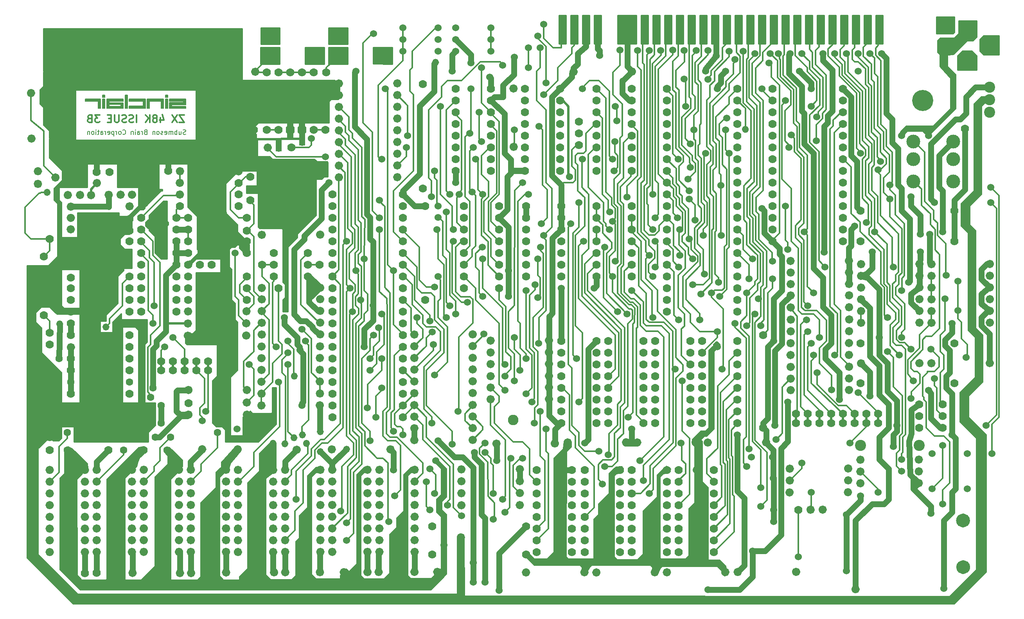
<source format=gbr>
%TF.GenerationSoftware,KiCad,Pcbnew,9.0.5*%
%TF.CreationDate,2026-01-24T19:47:24+00:00*%
%TF.ProjectId,issue3b,69737375-6533-4622-9e6b-696361645f70,3B*%
%TF.SameCoordinates,Original*%
%TF.FileFunction,Copper,L2,Bot*%
%TF.FilePolarity,Positive*%
%FSLAX46Y46*%
G04 Gerber Fmt 4.6, Leading zero omitted, Abs format (unit mm)*
G04 Created by KiCad (PCBNEW 9.0.5) date 2026-01-24 19:47:24*
%MOMM*%
%LPD*%
G01*
G04 APERTURE LIST*
%TA.AperFunction,NonConductor*%
%ADD10C,0.889000*%
%TD*%
%TA.AperFunction,NonConductor*%
%ADD11C,0.762000*%
%TD*%
%TA.AperFunction,NonConductor*%
%ADD12C,0.000000*%
%TD*%
%TA.AperFunction,NonConductor*%
%ADD13C,2.857500*%
%TD*%
%TA.AperFunction,NonConductor*%
%ADD14C,1.651000*%
%TD*%
%TA.AperFunction,NonConductor*%
%ADD15C,1.500000*%
%TD*%
%ADD16C,0.200000*%
%TA.AperFunction,NonConductor*%
%ADD17C,0.200000*%
%TD*%
%ADD18C,0.300000*%
%TA.AperFunction,NonConductor*%
%ADD19C,0.300000*%
%TD*%
%TA.AperFunction,ViaPad*%
%ADD20C,1.524000*%
%TD*%
%TA.AperFunction,ViaPad*%
%ADD21C,1.778000*%
%TD*%
%TA.AperFunction,ViaPad*%
%ADD22C,1.016010*%
%TD*%
%TA.AperFunction,ViaPad*%
%ADD23C,0.889010*%
%TD*%
%TA.AperFunction,ViaPad*%
%ADD24C,2.400000*%
%TD*%
%TA.AperFunction,ViaPad*%
%ADD25C,3.556000*%
%TD*%
%TA.AperFunction,ViaPad*%
%ADD26C,3.000000*%
%TD*%
%TA.AperFunction,ViaPad*%
%ADD27C,1.399550*%
%TD*%
%TA.AperFunction,ViaPad*%
%ADD28C,1.600000*%
%TD*%
%TA.AperFunction,ViaPad*%
%ADD29C,2.794010*%
%TD*%
%TA.AperFunction,ViaPad*%
%ADD30C,1.036330*%
%TD*%
%TA.AperFunction,ViaPad*%
%ADD31C,3.175010*%
%TD*%
%TA.AperFunction,ViaPad*%
%ADD32C,4.572010*%
%TD*%
%TA.AperFunction,ViaPad*%
%ADD33C,2.286010*%
%TD*%
%TA.AperFunction,Conductor*%
%ADD34C,0.305000*%
%TD*%
%TA.AperFunction,Conductor*%
%ADD35C,1.270000*%
%TD*%
%TA.AperFunction,Conductor*%
%ADD36C,0.150000*%
%TD*%
%TA.AperFunction,Conductor*%
%ADD37C,0.508000*%
%TD*%
G04 APERTURE END LIST*
D10*
X253776700Y-86132400D02*
G75*
G02*
X252887700Y-86132400I-444500J0D01*
G01*
X252887700Y-86132400D02*
G75*
G02*
X253776700Y-86132400I444500J0D01*
G01*
X139389100Y-128102600D02*
G75*
G02*
X138500100Y-128102600I-444500J0D01*
G01*
X138500100Y-128102600D02*
G75*
G02*
X139389100Y-128102600I444500J0D01*
G01*
X223330600Y-93061600D02*
G75*
G02*
X222441600Y-93061600I-444500J0D01*
G01*
X222441600Y-93061600D02*
G75*
G02*
X223330600Y-93061600I444500J0D01*
G01*
D11*
X120185900Y-90033800D02*
G75*
G02*
X119423900Y-90033800I-381000J0D01*
G01*
X119423900Y-90033800D02*
G75*
G02*
X120185900Y-90033800I381000J0D01*
G01*
D10*
X238536800Y-88672400D02*
G75*
G02*
X237647800Y-88672400I-444500J0D01*
G01*
X237647800Y-88672400D02*
G75*
G02*
X238536800Y-88672400I444500J0D01*
G01*
X80815500Y-138309300D02*
G75*
G02*
X79926500Y-138309300I-444500J0D01*
G01*
X79926500Y-138309300D02*
G75*
G02*
X80815500Y-138309300I444500J0D01*
G01*
D12*
%TA.AperFunction,NonConductor*%
G36*
X64563000Y-89556000D02*
G01*
X62023000Y-92096000D01*
X62023000Y-93366000D01*
X60753000Y-93366000D01*
X60753000Y-95906000D01*
X63547000Y-95906000D01*
X63547000Y-93620000D01*
X65325000Y-91842000D01*
X65325000Y-93112000D01*
X66595000Y-93112000D01*
X67103000Y-93874000D01*
X67103000Y-94128000D01*
X66595000Y-94636000D01*
X65579000Y-94636000D01*
X65579000Y-111146000D01*
X56435000Y-111146000D01*
X56435000Y-91941600D01*
X56454200Y-91922400D01*
X54991400Y-91922400D01*
X54403000Y-91334000D01*
X54403000Y-91322800D01*
X54772400Y-90730900D01*
X56458400Y-90730900D01*
X56454200Y-83733200D01*
X56435000Y-83714000D01*
X64563000Y-83714000D01*
X64563000Y-89556000D01*
G37*
%TD.AperFunction*%
D10*
X112865600Y-62292800D02*
G75*
G02*
X111976600Y-62292800I-444500J0D01*
G01*
X111976600Y-62292800D02*
G75*
G02*
X112865600Y-62292800I444500J0D01*
G01*
D12*
%TA.AperFunction,NonConductor*%
G36*
X70583500Y-47319500D02*
G01*
X67027500Y-47319500D01*
X67027500Y-46811500D01*
X70075500Y-46811500D01*
X70075500Y-45795500D01*
X67027500Y-45795500D01*
X67027500Y-45287500D01*
X70583500Y-45287500D01*
X70583500Y-47319500D01*
G37*
%TD.AperFunction*%
D10*
X88435500Y-128149400D02*
G75*
G02*
X87546500Y-128149400I-444500J0D01*
G01*
X87546500Y-128149400D02*
G75*
G02*
X88435500Y-128149400I444500J0D01*
G01*
X50262400Y-140894000D02*
G75*
G02*
X49373400Y-140894000I-444500J0D01*
G01*
X49373400Y-140894000D02*
G75*
G02*
X50262400Y-140894000I444500J0D01*
G01*
X129191600Y-106486900D02*
G75*
G02*
X128302600Y-106486900I-444500J0D01*
G01*
X128302600Y-106486900D02*
G75*
G02*
X129191600Y-106486900I444500J0D01*
G01*
X54838300Y-71063100D02*
G75*
G02*
X53949300Y-71063100I-444500J0D01*
G01*
X53949300Y-71063100D02*
G75*
G02*
X54838300Y-71063100I444500J0D01*
G01*
X50262400Y-128194000D02*
G75*
G02*
X49373400Y-128194000I-444500J0D01*
G01*
X49373400Y-128194000D02*
G75*
G02*
X50262400Y-128194000I444500J0D01*
G01*
D11*
X133732200Y-37390300D02*
G75*
G02*
X132970200Y-37390300I-381000J0D01*
G01*
X132970200Y-37390300D02*
G75*
G02*
X133732200Y-37390300I381000J0D01*
G01*
D10*
X68056700Y-125631000D02*
G75*
G02*
X67167700Y-125631000I-444500J0D01*
G01*
X67167700Y-125631000D02*
G75*
G02*
X68056700Y-125631000I444500J0D01*
G01*
X175030600Y-119658500D02*
G75*
G02*
X174141600Y-119658500I-444500J0D01*
G01*
X174141600Y-119658500D02*
G75*
G02*
X175030600Y-119658500I444500J0D01*
G01*
D12*
%TA.AperFunction,NonConductor*%
G36*
X175583000Y-27266400D02*
G01*
X175588300Y-33419700D01*
X174104900Y-33417600D01*
X174098100Y-27264100D01*
X175583000Y-27266400D01*
G37*
%TD.AperFunction*%
D10*
X238536800Y-83592400D02*
G75*
G02*
X237647800Y-83592400I-444500J0D01*
G01*
X237647800Y-83592400D02*
G75*
G02*
X238536800Y-83592400I444500J0D01*
G01*
X121635700Y-130687100D02*
G75*
G02*
X120746700Y-130687100I-444500J0D01*
G01*
X120746700Y-130687100D02*
G75*
G02*
X121635700Y-130687100I444500J0D01*
G01*
X129191600Y-109026900D02*
G75*
G02*
X128302600Y-109026900I-444500J0D01*
G01*
X128302600Y-109026900D02*
G75*
G02*
X129191600Y-109026900I444500J0D01*
G01*
X238536800Y-81052400D02*
G75*
G02*
X237647800Y-81052400I-444500J0D01*
G01*
X237647800Y-81052400D02*
G75*
G02*
X238536800Y-81052400I444500J0D01*
G01*
D12*
%TA.AperFunction,NonConductor*%
G36*
X98746900Y-120088900D02*
G01*
X98747800Y-125216300D01*
X98020900Y-126308800D01*
X96567000Y-127402000D01*
X96567000Y-148323100D01*
X97667200Y-149423400D01*
X102231400Y-149423600D01*
X103171000Y-148484000D01*
X103171000Y-141118000D01*
X103933000Y-140356000D01*
X103933000Y-135530000D01*
X105711000Y-133752000D01*
X105711000Y-126894000D01*
X107479300Y-125127800D01*
X108968600Y-125128400D01*
X108970200Y-126082200D01*
X107743000Y-126132000D01*
X107489000Y-126132000D01*
X106473000Y-127148000D01*
X106473000Y-148230000D01*
X107489000Y-149246000D01*
X112823000Y-149246000D01*
X112823000Y-148992000D01*
X112824000Y-148485000D01*
X113490200Y-147781700D01*
X114110200Y-147142200D01*
X114601000Y-147722000D01*
X116379000Y-145944000D01*
X116379000Y-126640000D01*
X117903000Y-125116000D01*
X119057800Y-125135000D01*
X119047200Y-126132700D01*
X117903000Y-126132000D01*
X117141000Y-126894000D01*
X117141000Y-148484000D01*
X117903000Y-149246000D01*
X122221000Y-149246000D01*
X123491000Y-147976000D01*
X123491000Y-139594000D01*
X125015000Y-138070000D01*
X125015000Y-136038000D01*
X126539000Y-134514000D01*
X126539000Y-126640000D01*
X128063000Y-125116000D01*
X129310600Y-125111500D01*
X129265100Y-126126500D01*
X128063000Y-126132000D01*
X127301000Y-126894000D01*
X127301000Y-148484000D01*
X127967400Y-149183000D01*
X132443900Y-149183000D01*
X134667000Y-146960000D01*
X134667000Y-135784000D01*
X133651000Y-134768000D01*
X133651000Y-131974000D01*
X134667000Y-130958000D01*
X134667000Y-125370000D01*
X133482200Y-124185200D01*
X132958100Y-123985700D01*
X133759200Y-123145400D01*
X133997000Y-123684100D01*
X135683000Y-125370000D01*
X135683000Y-131466000D01*
X134667000Y-132482000D01*
X134667000Y-134260000D01*
X135683000Y-135276000D01*
X135683000Y-147382300D01*
X135690800Y-148207000D01*
X132381000Y-151532000D01*
X56435000Y-151532000D01*
X52117000Y-147214000D01*
X52117000Y-127402000D01*
X53133000Y-126386000D01*
X53133000Y-121814000D01*
X53020700Y-121377000D01*
X53800600Y-120662000D01*
X54657000Y-121052000D01*
X57912700Y-124297700D01*
X58052300Y-125333700D01*
X57038400Y-126290700D01*
X55673000Y-127656000D01*
X55704000Y-148453400D01*
X56750600Y-149500000D01*
X62023000Y-149500000D01*
X62277000Y-149246000D01*
X62277000Y-127656000D01*
X69090400Y-120834800D01*
X69805700Y-120787200D01*
X70659000Y-121645100D01*
X69225100Y-123083200D01*
X68881000Y-123846000D01*
X68627000Y-124862000D01*
X66936600Y-126564000D01*
X66925000Y-126564000D01*
X66087000Y-127402000D01*
X66087000Y-149500000D01*
X69643000Y-149500000D01*
X72691000Y-146452000D01*
X72691000Y-127148000D01*
X75485000Y-124354000D01*
X75485000Y-122576000D01*
X75231000Y-122322000D01*
X74775300Y-121758200D01*
X75693600Y-120857400D01*
X78533000Y-123591300D01*
X78533000Y-124862000D01*
X77009000Y-126640000D01*
X75993000Y-127656000D01*
X75993000Y-149500000D01*
X81835000Y-149500000D01*
X82597000Y-148738000D01*
X82597000Y-132736000D01*
X85899000Y-129434000D01*
X85899000Y-126179500D01*
X87047000Y-125031600D01*
X87046900Y-123967400D01*
X87677000Y-123338000D01*
X89963000Y-120798000D01*
X91087200Y-121544600D01*
X90471000Y-122322000D01*
X88947000Y-124100000D01*
X88610100Y-125224200D01*
X87169000Y-126640000D01*
X86524300Y-127284000D01*
X86551300Y-148630200D01*
X87423000Y-149500000D01*
X90979000Y-149500000D01*
X90979000Y-148738000D01*
X92757000Y-146960000D01*
X92757000Y-128418000D01*
X95297000Y-125878000D01*
X95297000Y-122068000D01*
X97618800Y-119752200D01*
X98746900Y-120088900D01*
G37*
%TD.AperFunction*%
D10*
X60436700Y-143411100D02*
G75*
G02*
X59547700Y-143411100I-444500J0D01*
G01*
X59547700Y-143411100D02*
G75*
G02*
X60436700Y-143411100I444500J0D01*
G01*
D12*
%TA.AperFunction,NonConductor*%
G36*
X105101400Y-55393000D02*
G01*
X103831400Y-55393000D01*
X103831400Y-54758000D01*
X105101400Y-54758000D01*
X105101400Y-55393000D01*
G37*
%TD.AperFunction*%
D10*
X96106600Y-101444100D02*
G75*
G02*
X95217600Y-101444100I-444500J0D01*
G01*
X95217600Y-101444100D02*
G75*
G02*
X96106600Y-101444100I444500J0D01*
G01*
X141832800Y-103886400D02*
G75*
G02*
X140943800Y-103886400I-444500J0D01*
G01*
X140943800Y-103886400D02*
G75*
G02*
X141832800Y-103886400I444500J0D01*
G01*
X98628800Y-135802600D02*
G75*
G02*
X97739800Y-135802600I-444500J0D01*
G01*
X97739800Y-135802600D02*
G75*
G02*
X98628800Y-135802600I444500J0D01*
G01*
X78459100Y-147975600D02*
G75*
G02*
X77570100Y-147975600I-444500J0D01*
G01*
X77570100Y-147975600D02*
G75*
G02*
X78459100Y-147975600I444500J0D01*
G01*
D12*
%TA.AperFunction,NonConductor*%
G36*
X192093000Y-27266400D02*
G01*
X192098300Y-33419700D01*
X190614900Y-33417600D01*
X190608100Y-27264100D01*
X192093000Y-27266400D01*
G37*
%TD.AperFunction*%
D10*
X54820100Y-76091400D02*
G75*
G02*
X53931100Y-76091400I-444500J0D01*
G01*
X53931100Y-76091400D02*
G75*
G02*
X54820100Y-76091400I444500J0D01*
G01*
X141832800Y-106450500D02*
G75*
G02*
X140943800Y-106450500I-444500J0D01*
G01*
X140943800Y-106450500D02*
G75*
G02*
X141832800Y-106450500I444500J0D01*
G01*
X91008800Y-133262600D02*
G75*
G02*
X90119800Y-133262600I-444500J0D01*
G01*
X90119800Y-133262600D02*
G75*
G02*
X91008800Y-133262600I444500J0D01*
G01*
X112865600Y-44512800D02*
G75*
G02*
X111976600Y-44512800I-444500J0D01*
G01*
X111976600Y-44512800D02*
G75*
G02*
X112865600Y-44512800I444500J0D01*
G01*
X134161000Y-147717000D02*
G75*
G02*
X133272000Y-147717000I-444500J0D01*
G01*
X133272000Y-147717000D02*
G75*
G02*
X134161000Y-147717000I444500J0D01*
G01*
X68056700Y-143411100D02*
G75*
G02*
X67167700Y-143411100I-444500J0D01*
G01*
X67167700Y-143411100D02*
G75*
G02*
X68056700Y-143411100I444500J0D01*
G01*
X223103500Y-127900200D02*
G75*
G02*
X222214500Y-127900200I-444500J0D01*
G01*
X222214500Y-127900200D02*
G75*
G02*
X223103500Y-127900200I444500J0D01*
G01*
D12*
%TA.AperFunction,NonConductor*%
G36*
X61769700Y-47319500D02*
G01*
X61261700Y-47319500D01*
X61261700Y-45287500D01*
X61769700Y-45287500D01*
X61769700Y-47319500D01*
G37*
%TD.AperFunction*%
D10*
X57882400Y-130734000D02*
G75*
G02*
X56993400Y-130734000I-444500J0D01*
G01*
X56993400Y-130734000D02*
G75*
G02*
X57882400Y-130734000I444500J0D01*
G01*
X125506700Y-57176400D02*
G75*
G02*
X124617700Y-57176400I-444500J0D01*
G01*
X124617700Y-57176400D02*
G75*
G02*
X125506700Y-57176400I444500J0D01*
G01*
D12*
%TA.AperFunction,NonConductor*%
G36*
X194865000Y-98446000D02*
G01*
X194865000Y-99208000D01*
X194611000Y-99462000D01*
X194103000Y-99462000D01*
X193595000Y-99970000D01*
X193595000Y-116734000D01*
X192071000Y-118258000D01*
X191563000Y-118258000D01*
X190801000Y-119020000D01*
X190801000Y-119274000D01*
X191039600Y-119512700D01*
X191055000Y-128164000D01*
X192325000Y-129434000D01*
X192325000Y-145106000D01*
X192401000Y-145182000D01*
X194865000Y-145182000D01*
X196135000Y-146452000D01*
X196234900Y-147092000D01*
X196764700Y-147822000D01*
X195881000Y-148484000D01*
X195373000Y-147976000D01*
X195373000Y-147468000D01*
X194357000Y-146452000D01*
X182419000Y-146452000D01*
X181911000Y-146960000D01*
X181477700Y-147938400D01*
X180718500Y-148511200D01*
X180086100Y-147882300D01*
X180396400Y-147232400D01*
X180387000Y-146706000D01*
X179879000Y-146198000D01*
X167179000Y-146198000D01*
X166671000Y-146706000D01*
X166268900Y-147439900D01*
X165997600Y-148302400D01*
X164893000Y-147976000D01*
X165147000Y-146960000D01*
X165147000Y-146706000D01*
X164639000Y-146198000D01*
X154733000Y-146198000D01*
X153123900Y-144624300D01*
X152388400Y-144290300D01*
X153345200Y-143344900D01*
X153658100Y-143853000D01*
X154733000Y-144928000D01*
X157527000Y-144928000D01*
X159051000Y-143404000D01*
X159051000Y-123084000D01*
X161083000Y-121052000D01*
X161241900Y-119578200D01*
X162652400Y-119726800D01*
X162667700Y-120692300D01*
X161637000Y-121698200D01*
X161591000Y-144420000D01*
X162099000Y-144928000D01*
X167687000Y-144928000D01*
X167687000Y-136292000D01*
X168703000Y-135276000D01*
X168703000Y-132990000D01*
X170989000Y-130704000D01*
X170989000Y-126386000D01*
X172407700Y-125037100D01*
X173654900Y-125027900D01*
X173653600Y-126198800D01*
X172513000Y-126386000D01*
X172005000Y-126894000D01*
X172005000Y-144420000D01*
X172691000Y-145106000D01*
X177085000Y-145106000D01*
X178355000Y-143836000D01*
X178355000Y-134514000D01*
X181403000Y-131466000D01*
X181426100Y-126807400D01*
X183303100Y-124915000D01*
X184165600Y-125490500D01*
X183732900Y-126271600D01*
X182673000Y-126386000D01*
X181911000Y-127148000D01*
X181911000Y-144674000D01*
X182165000Y-144928000D01*
X187499000Y-144928000D01*
X188261000Y-144166000D01*
X188261000Y-134006000D01*
X189531000Y-132736000D01*
X189531000Y-126068600D01*
X189277000Y-125819200D01*
X189285900Y-125343400D01*
X189526300Y-125003000D01*
X189531000Y-120544000D01*
X189023000Y-120036000D01*
X189023000Y-119020000D01*
X190801000Y-117242000D01*
X191817000Y-117242000D01*
X192579000Y-116480000D01*
X192579000Y-99716000D01*
X193341000Y-98954000D01*
X193595000Y-98954000D01*
X193595000Y-98446000D01*
X194103000Y-97938000D01*
X194357000Y-97938000D01*
X194865000Y-98446000D01*
G37*
%TD.AperFunction*%
%TA.AperFunction,NonConductor*%
G36*
X62709500Y-46890800D02*
G01*
X62201500Y-46890800D01*
X62201500Y-46382800D01*
X62709500Y-46382800D01*
X62709500Y-46890800D01*
G37*
%TD.AperFunction*%
%TA.AperFunction,NonConductor*%
G36*
X52371000Y-104542000D02*
G01*
X52371000Y-111146000D01*
X72691000Y-111146000D01*
X72691000Y-115972000D01*
X71167000Y-117496000D01*
X71167000Y-119528000D01*
X55165000Y-119528000D01*
X55165000Y-116226000D01*
X52371000Y-116226000D01*
X52371000Y-118766000D01*
X51863000Y-119274000D01*
X50593000Y-119274000D01*
X49831000Y-118512000D01*
X47545000Y-120798000D01*
X45005000Y-120798000D01*
X45005000Y-99970000D01*
X47799000Y-99970000D01*
X52371000Y-104542000D01*
G37*
%TD.AperFunction*%
D10*
X103730000Y-121273000D02*
G75*
G02*
X102841000Y-121273000I-444500J0D01*
G01*
X102841000Y-121273000D02*
G75*
G02*
X103730000Y-121273000I444500J0D01*
G01*
X223305800Y-90422700D02*
G75*
G02*
X222416800Y-90422700I-444500J0D01*
G01*
X222416800Y-90422700D02*
G75*
G02*
X223305800Y-90422700I444500J0D01*
G01*
X50262400Y-133274000D02*
G75*
G02*
X49373400Y-133274000I-444500J0D01*
G01*
X49373400Y-133274000D02*
G75*
G02*
X50262400Y-133274000I444500J0D01*
G01*
D11*
X104905700Y-118061800D02*
G75*
G02*
X104143700Y-118061800I-381000J0D01*
G01*
X104143700Y-118061800D02*
G75*
G02*
X104905700Y-118061800I381000J0D01*
G01*
D10*
X223296700Y-103302800D02*
G75*
G02*
X222407700Y-103302800I-444500J0D01*
G01*
X222407700Y-103302800D02*
G75*
G02*
X223296700Y-103302800I444500J0D01*
G01*
X57882400Y-140894000D02*
G75*
G02*
X56993400Y-140894000I-444500J0D01*
G01*
X56993400Y-140894000D02*
G75*
G02*
X57882400Y-140894000I444500J0D01*
G01*
X60436700Y-128171100D02*
G75*
G02*
X59547700Y-128171100I-444500J0D01*
G01*
X59547700Y-128171100D02*
G75*
G02*
X60436700Y-128171100I444500J0D01*
G01*
X253776700Y-88672400D02*
G75*
G02*
X252887700Y-88672400I-444500J0D01*
G01*
X252887700Y-88672400D02*
G75*
G02*
X253776700Y-88672400I444500J0D01*
G01*
D12*
%TA.AperFunction,NonConductor*%
G36*
X250491000Y-31771000D02*
G01*
X249729000Y-32533000D01*
X247516900Y-32533000D01*
X246719700Y-31776600D01*
X246680900Y-28469100D01*
X246681000Y-28469000D01*
X250491000Y-28469000D01*
X250491000Y-31771000D01*
G37*
%TD.AperFunction*%
D10*
X125506700Y-54636400D02*
G75*
G02*
X124617700Y-54636400I-444500J0D01*
G01*
X124617700Y-54636400D02*
G75*
G02*
X125506700Y-54636400I444500J0D01*
G01*
X78437200Y-66014400D02*
G75*
G02*
X77548200Y-66014400I-444500J0D01*
G01*
X77548200Y-66014400D02*
G75*
G02*
X78437200Y-66014400I444500J0D01*
G01*
X88449800Y-147846300D02*
G75*
G02*
X87560800Y-147846300I-444500J0D01*
G01*
X87560800Y-147846300D02*
G75*
G02*
X88449800Y-147846300I444500J0D01*
G01*
X113934700Y-147781700D02*
G75*
G02*
X113045700Y-147781700I-444500J0D01*
G01*
X113045700Y-147781700D02*
G75*
G02*
X113934700Y-147781700I444500J0D01*
G01*
X225756400Y-123440800D02*
G75*
G02*
X224867400Y-123440800I-444500J0D01*
G01*
X224867400Y-123440800D02*
G75*
G02*
X225756400Y-123440800I444500J0D01*
G01*
X119046300Y-135767200D02*
G75*
G02*
X118157300Y-135767200I-444500J0D01*
G01*
X118157300Y-135767200D02*
G75*
G02*
X119046300Y-135767200I444500J0D01*
G01*
X141832800Y-101370500D02*
G75*
G02*
X140943800Y-101370500I-444500J0D01*
G01*
X140943800Y-101370500D02*
G75*
G02*
X141832800Y-101370500I444500J0D01*
G01*
X70630800Y-133223200D02*
G75*
G02*
X69741800Y-133223200I-444500J0D01*
G01*
X69741800Y-133223200D02*
G75*
G02*
X70630800Y-133223200I444500J0D01*
G01*
X129191600Y-103922800D02*
G75*
G02*
X128302600Y-103922800I-444500J0D01*
G01*
X128302600Y-103922800D02*
G75*
G02*
X129191600Y-103922800I444500J0D01*
G01*
D12*
%TA.AperFunction,NonConductor*%
G36*
X98853000Y-115718000D02*
G01*
X95043000Y-119528000D01*
X91741000Y-119528000D01*
X91741000Y-114194000D01*
X91995000Y-114194000D01*
X93265000Y-112924000D01*
X93773000Y-113432000D01*
X97837000Y-113432000D01*
X98091000Y-113178000D01*
X98091000Y-107844000D01*
X98853000Y-107844000D01*
X98853000Y-115718000D01*
G37*
%TD.AperFunction*%
D10*
X59228100Y-66145000D02*
G75*
G02*
X58339100Y-66145000I-444500J0D01*
G01*
X58339100Y-66145000D02*
G75*
G02*
X59228100Y-66145000I444500J0D01*
G01*
X111322800Y-121190600D02*
G75*
G02*
X110433800Y-121190600I-444500J0D01*
G01*
X110433800Y-121190600D02*
G75*
G02*
X111322800Y-121190600I444500J0D01*
G01*
D11*
X103150000Y-105330000D02*
G75*
G02*
X102388000Y-105330000I-381000J0D01*
G01*
X102388000Y-105330000D02*
G75*
G02*
X103150000Y-105330000I381000J0D01*
G01*
D10*
X225885200Y-102566200D02*
G75*
G02*
X224996200Y-102566200I-444500J0D01*
G01*
X224996200Y-102566200D02*
G75*
G02*
X225885200Y-102566200I444500J0D01*
G01*
X101251500Y-147803200D02*
G75*
G02*
X100362500Y-147803200I-444500J0D01*
G01*
X100362500Y-147803200D02*
G75*
G02*
X101251500Y-147803200I444500J0D01*
G01*
X57882400Y-133274000D02*
G75*
G02*
X56993400Y-133274000I-444500J0D01*
G01*
X56993400Y-133274000D02*
G75*
G02*
X57882400Y-133274000I444500J0D01*
G01*
X80169600Y-93939300D02*
G75*
G02*
X79280600Y-93939300I-444500J0D01*
G01*
X79280600Y-93939300D02*
G75*
G02*
X80169600Y-93939300I444500J0D01*
G01*
X70630800Y-140843200D02*
G75*
G02*
X69741800Y-140843200I-444500J0D01*
G01*
X69741800Y-140843200D02*
G75*
G02*
X70630800Y-140843200I444500J0D01*
G01*
X111426300Y-130687200D02*
G75*
G02*
X110537300Y-130687200I-444500J0D01*
G01*
X110537300Y-130687200D02*
G75*
G02*
X111426300Y-130687200I444500J0D01*
G01*
X238536800Y-91212400D02*
G75*
G02*
X237647800Y-91212400I-444500J0D01*
G01*
X237647800Y-91212400D02*
G75*
G02*
X238536800Y-91212400I444500J0D01*
G01*
X47717200Y-63706800D02*
G75*
G02*
X46828200Y-63706800I-444500J0D01*
G01*
X46828200Y-63706800D02*
G75*
G02*
X47717200Y-63706800I444500J0D01*
G01*
X223271700Y-100736800D02*
G75*
G02*
X222382700Y-100736800I-444500J0D01*
G01*
X222382700Y-100736800D02*
G75*
G02*
X223271700Y-100736800I444500J0D01*
G01*
X96092600Y-111690000D02*
G75*
G02*
X95203600Y-111690000I-444500J0D01*
G01*
X95203600Y-111690000D02*
G75*
G02*
X96092600Y-111690000I444500J0D01*
G01*
X158342800Y-107771300D02*
G75*
G02*
X157453800Y-107771300I-444500J0D01*
G01*
X157453800Y-107771300D02*
G75*
G02*
X158342800Y-107771300I444500J0D01*
G01*
D12*
%TA.AperFunction,NonConductor*%
G36*
X212413000Y-27266400D02*
G01*
X212418300Y-33419700D01*
X210934900Y-33417600D01*
X210928100Y-27264100D01*
X212413000Y-27266400D01*
G37*
%TD.AperFunction*%
D10*
X210420300Y-130513600D02*
G75*
G02*
X209531300Y-130513600I-444500J0D01*
G01*
X209531300Y-130513600D02*
G75*
G02*
X210420300Y-130513600I444500J0D01*
G01*
X210462300Y-127936600D02*
G75*
G02*
X209573300Y-127936600I-444500J0D01*
G01*
X209573300Y-127936600D02*
G75*
G02*
X210462300Y-127936600I444500J0D01*
G01*
D12*
%TA.AperFunction,NonConductor*%
G36*
X199713000Y-27266400D02*
G01*
X199718300Y-33419700D01*
X198234900Y-33417600D01*
X198228100Y-27264100D01*
X199713000Y-27266400D01*
G37*
%TD.AperFunction*%
D10*
X108772700Y-98888400D02*
G75*
G02*
X107883700Y-98888400I-444500J0D01*
G01*
X107883700Y-98888400D02*
G75*
G02*
X108772700Y-98888400I444500J0D01*
G01*
X223296700Y-105842800D02*
G75*
G02*
X222407700Y-105842800I-444500J0D01*
G01*
X222407700Y-105842800D02*
G75*
G02*
X223296700Y-105842800I444500J0D01*
G01*
D12*
%TA.AperFunction,NonConductor*%
G36*
X214953000Y-27266400D02*
G01*
X214958300Y-33419700D01*
X213474900Y-33417600D01*
X213468100Y-27264100D01*
X214953000Y-27266400D01*
G37*
%TD.AperFunction*%
D10*
X80815500Y-143389300D02*
G75*
G02*
X79926500Y-143389300I-444500J0D01*
G01*
X79926500Y-143389300D02*
G75*
G02*
X80815500Y-143389300I444500J0D01*
G01*
X125506700Y-49556400D02*
G75*
G02*
X124617700Y-49556400I-444500J0D01*
G01*
X124617700Y-49556400D02*
G75*
G02*
X125506700Y-49556400I444500J0D01*
G01*
X101235200Y-133237800D02*
G75*
G02*
X100346200Y-133237800I-444500J0D01*
G01*
X100346200Y-133237800D02*
G75*
G02*
X101235200Y-133237800I444500J0D01*
G01*
X190078300Y-119669100D02*
G75*
G02*
X189189300Y-119669100I-444500J0D01*
G01*
X189189300Y-119669100D02*
G75*
G02*
X190078300Y-119669100I444500J0D01*
G01*
X141832800Y-96290500D02*
G75*
G02*
X140943800Y-96290500I-444500J0D01*
G01*
X140943800Y-96290500D02*
G75*
G02*
X141832800Y-96290500I444500J0D01*
G01*
X98628800Y-140882600D02*
G75*
G02*
X97739800Y-140882600I-444500J0D01*
G01*
X97739800Y-140882600D02*
G75*
G02*
X98628800Y-140882600I444500J0D01*
G01*
X96171600Y-91246900D02*
G75*
G02*
X95282600Y-91246900I-444500J0D01*
G01*
X95282600Y-91246900D02*
G75*
G02*
X96171600Y-91246900I444500J0D01*
G01*
D12*
%TA.AperFunction,NonConductor*%
G36*
X250491000Y-35962000D02*
G01*
X250491000Y-39010000D01*
X246427000Y-39010000D01*
X246427000Y-35962000D01*
X247443000Y-34946000D01*
X249475000Y-34946000D01*
X250491000Y-35962000D01*
G37*
%TD.AperFunction*%
D10*
X129225700Y-147727800D02*
G75*
G02*
X128336700Y-147727800I-444500J0D01*
G01*
X128336700Y-147727800D02*
G75*
G02*
X129225700Y-147727800I444500J0D01*
G01*
X141814600Y-111573200D02*
G75*
G02*
X140925600Y-111573200I-444500J0D01*
G01*
X140925600Y-111573200D02*
G75*
G02*
X141814600Y-111573200I444500J0D01*
G01*
X225753800Y-125995000D02*
G75*
G02*
X224864800Y-125995000I-444500J0D01*
G01*
X224864800Y-125995000D02*
G75*
G02*
X225753800Y-125995000I444500J0D01*
G01*
D12*
%TA.AperFunction,NonConductor*%
G36*
X253285000Y-45487000D02*
G01*
X253285000Y-45614000D01*
X252777000Y-46122000D01*
X252269000Y-46122000D01*
X251507000Y-46884000D01*
X251507000Y-65934000D01*
X248967000Y-68474000D01*
X248967000Y-72538000D01*
X250237000Y-73808000D01*
X250237000Y-94890000D01*
X251761000Y-96414000D01*
X251761000Y-106574000D01*
X248713000Y-109622000D01*
X248713000Y-114194000D01*
X252523000Y-118004000D01*
X252523000Y-147722000D01*
X245665000Y-154580000D01*
X54911000Y-154580000D01*
X45005000Y-144674000D01*
X45005000Y-120798000D01*
X47291000Y-120798000D01*
X47291000Y-143912000D01*
X55927000Y-152548000D01*
X138143200Y-152557900D01*
X138146300Y-140355500D01*
X139511900Y-140361000D01*
X139527500Y-153026000D01*
X244649000Y-153056000D01*
X250491000Y-147214000D01*
X250491000Y-118766000D01*
X246935000Y-115210000D01*
X246935000Y-108860000D01*
X250237000Y-105558000D01*
X250237000Y-96922000D01*
X248713000Y-95398000D01*
X248713000Y-74316000D01*
X247189000Y-72792000D01*
X247189000Y-67966000D01*
X249983000Y-65172000D01*
X249983000Y-46376000D01*
X251507000Y-44852000D01*
X252650000Y-44852000D01*
X253285000Y-45487000D01*
G37*
%TD.AperFunction*%
D10*
X121635700Y-128147100D02*
G75*
G02*
X120746700Y-128147100I-444500J0D01*
G01*
X120746700Y-128147100D02*
G75*
G02*
X121635700Y-128147100I444500J0D01*
G01*
D11*
X108785000Y-117361400D02*
G75*
G02*
X108023000Y-117361400I-381000J0D01*
G01*
X108023000Y-117361400D02*
G75*
G02*
X108785000Y-117361400I381000J0D01*
G01*
D10*
X177437100Y-119705500D02*
G75*
G02*
X176548100Y-119705500I-444500J0D01*
G01*
X176548100Y-119705500D02*
G75*
G02*
X177437100Y-119705500I444500J0D01*
G01*
X129255700Y-125607100D02*
G75*
G02*
X128366700Y-125607100I-444500J0D01*
G01*
X128366700Y-125607100D02*
G75*
G02*
X129255700Y-125607100I444500J0D01*
G01*
D13*
X91290250Y-44598000D02*
G75*
G02*
X88432750Y-44598000I-1428750J0D01*
G01*
X88432750Y-44598000D02*
G75*
G02*
X91290250Y-44598000I1428750J0D01*
G01*
D12*
%TA.AperFunction,NonConductor*%
G36*
X104949000Y-51202000D02*
G01*
X105203000Y-51456000D01*
X105203000Y-52472000D01*
X104949000Y-52726000D01*
X104949000Y-53742000D01*
X103985200Y-53740600D01*
X103985500Y-52754700D01*
X103679000Y-52472000D01*
X103679000Y-51456000D01*
X103933000Y-51202000D01*
X103933000Y-50440000D01*
X104949000Y-50440000D01*
X104949000Y-51202000D01*
G37*
%TD.AperFunction*%
D10*
X96171600Y-74736900D02*
G75*
G02*
X95282600Y-74736900I-444500J0D01*
G01*
X95282600Y-74736900D02*
G75*
G02*
X96171600Y-74736900I444500J0D01*
G01*
X129191600Y-119186900D02*
G75*
G02*
X128302600Y-119186900I-444500J0D01*
G01*
X128302600Y-119186900D02*
G75*
G02*
X129191600Y-119186900I444500J0D01*
G01*
D12*
%TA.AperFunction,NonConductor*%
G36*
X99995900Y-56036300D02*
G01*
X99987600Y-56671300D01*
X98717700Y-56654600D01*
X98726100Y-56019700D01*
X99995900Y-56036300D01*
G37*
%TD.AperFunction*%
D10*
X129173400Y-111609600D02*
G75*
G02*
X128284400Y-111609600I-444500J0D01*
G01*
X128284400Y-111609600D02*
G75*
G02*
X129173400Y-111609600I444500J0D01*
G01*
X210655500Y-82911500D02*
G75*
G02*
X209766500Y-82911500I-444500J0D01*
G01*
X209766500Y-82911500D02*
G75*
G02*
X210655500Y-82911500I444500J0D01*
G01*
X78250800Y-135763200D02*
G75*
G02*
X77361800Y-135763200I-444500J0D01*
G01*
X77361800Y-135763200D02*
G75*
G02*
X78250800Y-135763200I444500J0D01*
G01*
X112865600Y-54672800D02*
G75*
G02*
X111976600Y-54672800I-444500J0D01*
G01*
X111976600Y-54672800D02*
G75*
G02*
X112865600Y-54672800I444500J0D01*
G01*
X225895600Y-86168800D02*
G75*
G02*
X225006600Y-86168800I-444500J0D01*
G01*
X225006600Y-86168800D02*
G75*
G02*
X225895600Y-86168800I444500J0D01*
G01*
D12*
%TA.AperFunction,NonConductor*%
G36*
X73453000Y-64918000D02*
G01*
X74215000Y-64918000D01*
X74215000Y-65172000D01*
X73961000Y-65172000D01*
X70405000Y-68728000D01*
X70405000Y-68982000D01*
X70151000Y-69236000D01*
X69389000Y-69236000D01*
X68373000Y-70252000D01*
X67865000Y-69744000D01*
X69135000Y-68474000D01*
X69135000Y-64410000D01*
X64563000Y-64410000D01*
X64563000Y-59330000D01*
X73453000Y-59330000D01*
X73453000Y-64918000D01*
G37*
%TD.AperFunction*%
%TA.AperFunction,NonConductor*%
G36*
X105101400Y-53742000D02*
G01*
X103831400Y-53742000D01*
X103831400Y-53107000D01*
X105101400Y-53107000D01*
X105101400Y-53742000D01*
G37*
%TD.AperFunction*%
D10*
X124018600Y-121190600D02*
G75*
G02*
X123129600Y-121190600I-444500J0D01*
G01*
X123129600Y-121190600D02*
G75*
G02*
X124018600Y-121190600I444500J0D01*
G01*
X70630800Y-138303200D02*
G75*
G02*
X69741800Y-138303200I-444500J0D01*
G01*
X69741800Y-138303200D02*
G75*
G02*
X70630800Y-138303200I444500J0D01*
G01*
D11*
X108785000Y-121693300D02*
G75*
G02*
X108023000Y-121693300I-381000J0D01*
G01*
X108023000Y-121693300D02*
G75*
G02*
X108785000Y-121693300I381000J0D01*
G01*
D10*
X141832800Y-98830500D02*
G75*
G02*
X140943800Y-98830500I-444500J0D01*
G01*
X140943800Y-98830500D02*
G75*
G02*
X141832800Y-98830500I444500J0D01*
G01*
X50262400Y-135814000D02*
G75*
G02*
X49373400Y-135814000I-444500J0D01*
G01*
X49373400Y-135814000D02*
G75*
G02*
X50262400Y-135814000I444500J0D01*
G01*
X91008800Y-140882600D02*
G75*
G02*
X90119800Y-140882600I-444500J0D01*
G01*
X90119800Y-140882600D02*
G75*
G02*
X91008800Y-140882600I444500J0D01*
G01*
D11*
X52368800Y-94031700D02*
G75*
G02*
X51606800Y-94031700I-381000J0D01*
G01*
X51606800Y-94031700D02*
G75*
G02*
X52368800Y-94031700I381000J0D01*
G01*
D10*
X139392500Y-130685500D02*
G75*
G02*
X138503500Y-130685500I-444500J0D01*
G01*
X138503500Y-130685500D02*
G75*
G02*
X139392500Y-130685500I444500J0D01*
G01*
X225749000Y-128531200D02*
G75*
G02*
X224860000Y-128531200I-444500J0D01*
G01*
X224860000Y-128531200D02*
G75*
G02*
X225749000Y-128531200I444500J0D01*
G01*
X129255700Y-140847100D02*
G75*
G02*
X128366700Y-140847100I-444500J0D01*
G01*
X128366700Y-140847100D02*
G75*
G02*
X129255700Y-140847100I444500J0D01*
G01*
X80815500Y-133229300D02*
G75*
G02*
X79926500Y-133229300I-444500J0D01*
G01*
X79926500Y-133229300D02*
G75*
G02*
X80815500Y-133229300I444500J0D01*
G01*
X91008800Y-130722700D02*
G75*
G02*
X90119800Y-130722700I-444500J0D01*
G01*
X90119800Y-130722700D02*
G75*
G02*
X91008800Y-130722700I444500J0D01*
G01*
X112865600Y-41972800D02*
G75*
G02*
X111976600Y-41972800I-444500J0D01*
G01*
X111976600Y-41972800D02*
G75*
G02*
X112865600Y-41972800I444500J0D01*
G01*
D11*
X101112600Y-119980000D02*
G75*
G02*
X100350600Y-119980000I-381000J0D01*
G01*
X100350600Y-119980000D02*
G75*
G02*
X101112600Y-119980000I381000J0D01*
G01*
D10*
X98628800Y-125642600D02*
G75*
G02*
X97739800Y-125642600I-444500J0D01*
G01*
X97739800Y-125642600D02*
G75*
G02*
X98628800Y-125642600I444500J0D01*
G01*
X92943900Y-113667800D02*
G75*
G02*
X92054900Y-113667800I-444500J0D01*
G01*
X92054900Y-113667800D02*
G75*
G02*
X92943900Y-113667800I444500J0D01*
G01*
D12*
%TA.AperFunction,NonConductor*%
G36*
X61769700Y-44957300D02*
G01*
X61261700Y-44957300D01*
X61261700Y-44449300D01*
X61769700Y-44449300D01*
X61769700Y-44957300D01*
G37*
%TD.AperFunction*%
D14*
X244712900Y-29358000D02*
G75*
G02*
X243061900Y-29358000I-825500J0D01*
G01*
X243061900Y-29358000D02*
G75*
G02*
X244712900Y-29358000I825500J0D01*
G01*
D10*
X54838300Y-68640500D02*
G75*
G02*
X53949300Y-68640500I-444500J0D01*
G01*
X53949300Y-68640500D02*
G75*
G02*
X54838300Y-68640500I444500J0D01*
G01*
X145701600Y-107807700D02*
G75*
G02*
X144812600Y-107807700I-444500J0D01*
G01*
X144812600Y-107807700D02*
G75*
G02*
X145701600Y-107807700I444500J0D01*
G01*
X121467100Y-147749400D02*
G75*
G02*
X120578100Y-147749400I-444500J0D01*
G01*
X120578100Y-147749400D02*
G75*
G02*
X121467100Y-147749400I444500J0D01*
G01*
X101235200Y-125617800D02*
G75*
G02*
X100346200Y-125617800I-444500J0D01*
G01*
X100346200Y-125617800D02*
G75*
G02*
X101235200Y-125617800I444500J0D01*
G01*
D12*
%TA.AperFunction,NonConductor*%
G36*
X79295700Y-46557500D02*
G01*
X76247700Y-46557500D01*
X76247700Y-46924400D01*
X79295700Y-46924400D01*
X79295700Y-47319500D01*
X75739700Y-47319500D01*
X75741800Y-46115900D01*
X78787800Y-46117900D01*
X78787700Y-45795500D01*
X75739700Y-45795500D01*
X75739700Y-45287500D01*
X79295700Y-45287500D01*
X79295700Y-46557500D01*
G37*
%TD.AperFunction*%
%TA.AperFunction,NonConductor*%
G36*
X174313000Y-27266400D02*
G01*
X174318300Y-33419700D01*
X172834900Y-33417600D01*
X172828100Y-27264100D01*
X174313000Y-27266400D01*
G37*
%TD.AperFunction*%
D10*
X101235200Y-128157800D02*
G75*
G02*
X100346200Y-128157800I-444500J0D01*
G01*
X100346200Y-128157800D02*
G75*
G02*
X101235200Y-128157800I444500J0D01*
G01*
X80302700Y-108333800D02*
G75*
G02*
X79413700Y-108333800I-444500J0D01*
G01*
X79413700Y-108333800D02*
G75*
G02*
X80302700Y-108333800I444500J0D01*
G01*
X78250800Y-140843200D02*
G75*
G02*
X77361800Y-140843200I-444500J0D01*
G01*
X77361800Y-140843200D02*
G75*
G02*
X78250800Y-140843200I444500J0D01*
G01*
X253776700Y-83592400D02*
G75*
G02*
X252887700Y-83592400I-444500J0D01*
G01*
X252887700Y-83592400D02*
G75*
G02*
X253776700Y-83592400I444500J0D01*
G01*
X57882400Y-125654000D02*
G75*
G02*
X56993400Y-125654000I-444500J0D01*
G01*
X56993400Y-125654000D02*
G75*
G02*
X57882400Y-125654000I444500J0D01*
G01*
X141832800Y-108990500D02*
G75*
G02*
X140943800Y-108990500I-444500J0D01*
G01*
X140943800Y-108990500D02*
G75*
G02*
X141832800Y-108990500I444500J0D01*
G01*
D12*
%TA.AperFunction,NonConductor*%
G36*
X220033000Y-27266400D02*
G01*
X220038300Y-33419700D01*
X218554900Y-33417600D01*
X218548100Y-27264100D01*
X220033000Y-27266400D01*
G37*
%TD.AperFunction*%
D10*
X223296700Y-85370400D02*
G75*
G02*
X222407700Y-85370400I-444500J0D01*
G01*
X222407700Y-85370400D02*
G75*
G02*
X223296700Y-85370400I444500J0D01*
G01*
D12*
%TA.AperFunction,NonConductor*%
G36*
X245665000Y-30882000D02*
G01*
X245411000Y-31136000D01*
X241855000Y-31136000D01*
X241855000Y-27580000D01*
X245665000Y-27580000D01*
X245665000Y-30882000D01*
G37*
%TD.AperFunction*%
%TA.AperFunction,NonConductor*%
G36*
X55419000Y-54250000D02*
G01*
X81581000Y-54250000D01*
X81581000Y-59330000D01*
X51101000Y-59330000D01*
X49831000Y-58060000D01*
X49831000Y-53996000D01*
X55419000Y-53996000D01*
X55419000Y-54250000D01*
G37*
%TD.AperFunction*%
D14*
X249284900Y-30120000D02*
G75*
G02*
X247633900Y-30120000I-825500J0D01*
G01*
X247633900Y-30120000D02*
G75*
G02*
X249284900Y-30120000I825500J0D01*
G01*
D12*
%TA.AperFunction,NonConductor*%
G36*
X123999000Y-37740000D02*
G01*
X119935000Y-37733100D01*
X119935000Y-34184000D01*
X123999000Y-34184000D01*
X123999000Y-37740000D01*
G37*
%TD.AperFunction*%
D10*
X111426300Y-133227200D02*
G75*
G02*
X110537300Y-133227200I-444500J0D01*
G01*
X110537300Y-133227200D02*
G75*
G02*
X111426300Y-133227200I444500J0D01*
G01*
D12*
%TA.AperFunction,NonConductor*%
G36*
X70913000Y-97938000D02*
G01*
X70405000Y-98446000D01*
X70405000Y-111146000D01*
X69135000Y-111146000D01*
X69135000Y-95398000D01*
X68373000Y-94636000D01*
X66595000Y-94636000D01*
X66595000Y-93112000D01*
X70913000Y-93112000D01*
X70913000Y-97938000D01*
G37*
%TD.AperFunction*%
D10*
X152025100Y-133259100D02*
G75*
G02*
X151136100Y-133259100I-444500J0D01*
G01*
X151136100Y-133259100D02*
G75*
G02*
X152025100Y-133259100I444500J0D01*
G01*
X96171600Y-96326900D02*
G75*
G02*
X95282600Y-96326900I-444500J0D01*
G01*
X95282600Y-96326900D02*
G75*
G02*
X96171600Y-96326900I444500J0D01*
G01*
X145701600Y-102727700D02*
G75*
G02*
X144812600Y-102727700I-444500J0D01*
G01*
X144812600Y-102727700D02*
G75*
G02*
X145701600Y-102727700I444500J0D01*
G01*
X108855200Y-130697800D02*
G75*
G02*
X107966200Y-130697800I-444500J0D01*
G01*
X107966200Y-130697800D02*
G75*
G02*
X108855200Y-130697800I444500J0D01*
G01*
X101235200Y-143397800D02*
G75*
G02*
X100346200Y-143397800I-444500J0D01*
G01*
X100346200Y-143397800D02*
G75*
G02*
X101235200Y-143397800I444500J0D01*
G01*
X92810800Y-93902900D02*
G75*
G02*
X91921800Y-93902900I-444500J0D01*
G01*
X91921800Y-93902900D02*
G75*
G02*
X92810800Y-93902900I444500J0D01*
G01*
X253776700Y-81052400D02*
G75*
G02*
X252887700Y-81052400I-444500J0D01*
G01*
X252887700Y-81052400D02*
G75*
G02*
X253776700Y-81052400I444500J0D01*
G01*
X163665600Y-39432800D02*
G75*
G02*
X162776600Y-39432800I-444500J0D01*
G01*
X162776600Y-39432800D02*
G75*
G02*
X163665600Y-39432800I444500J0D01*
G01*
X119046300Y-125607200D02*
G75*
G02*
X118157300Y-125607200I-444500J0D01*
G01*
X118157300Y-125607200D02*
G75*
G02*
X119046300Y-125607200I444500J0D01*
G01*
X50262400Y-130734000D02*
G75*
G02*
X49373400Y-130734000I-444500J0D01*
G01*
X49373400Y-130734000D02*
G75*
G02*
X50262400Y-130734000I444500J0D01*
G01*
X108855200Y-138317800D02*
G75*
G02*
X107966200Y-138317800I-444500J0D01*
G01*
X107966200Y-138317800D02*
G75*
G02*
X108855200Y-138317800I444500J0D01*
G01*
D12*
%TA.AperFunction,NonConductor*%
G36*
X179393000Y-27266400D02*
G01*
X179398300Y-33419700D01*
X177914900Y-33417600D01*
X177908100Y-27264100D01*
X179393000Y-27266400D01*
G37*
%TD.AperFunction*%
D10*
X90949400Y-121181400D02*
G75*
G02*
X90060400Y-121181400I-444500J0D01*
G01*
X90060400Y-121181400D02*
G75*
G02*
X90949400Y-121181400I444500J0D01*
G01*
X91008800Y-138342600D02*
G75*
G02*
X90119800Y-138342600I-444500J0D01*
G01*
X90119800Y-138342600D02*
G75*
G02*
X91008800Y-138342600I444500J0D01*
G01*
X46320200Y-53899700D02*
G75*
G02*
X45431200Y-53899700I-444500J0D01*
G01*
X45431200Y-53899700D02*
G75*
G02*
X46320200Y-53899700I444500J0D01*
G01*
D12*
%TA.AperFunction,NonConductor*%
G36*
X209873000Y-27266400D02*
G01*
X209878300Y-33419700D01*
X208394900Y-33417600D01*
X208388100Y-27264100D01*
X209873000Y-27266400D01*
G37*
%TD.AperFunction*%
D10*
X111426300Y-125607200D02*
G75*
G02*
X110537300Y-125607200I-444500J0D01*
G01*
X110537300Y-125607200D02*
G75*
G02*
X111426300Y-125607200I444500J0D01*
G01*
D12*
%TA.AperFunction,NonConductor*%
G36*
X57959000Y-64410000D02*
G01*
X51101000Y-64410000D01*
X52625000Y-62886000D01*
X52625000Y-60854000D01*
X51101000Y-59330000D01*
X57959000Y-59330000D01*
X57959000Y-64410000D01*
G37*
%TD.AperFunction*%
%TA.AperFunction,NonConductor*%
G36*
X68373000Y-70252000D02*
G01*
X67611000Y-71014000D01*
X67611000Y-74062000D01*
X67103000Y-74570000D01*
X66087000Y-74570000D01*
X65071000Y-75586000D01*
X65071000Y-76856000D01*
X66087000Y-77872000D01*
X67611000Y-77872000D01*
X67611000Y-81936000D01*
X65833000Y-81936000D01*
X65833000Y-82444000D01*
X64563000Y-83714000D01*
X56435000Y-83714000D01*
X56435000Y-81682000D01*
X53895000Y-81682000D01*
X51609000Y-79396000D01*
X51609000Y-74824000D01*
X52371000Y-74824000D01*
X52371000Y-75332000D01*
X55927000Y-75332000D01*
X55927000Y-69998000D01*
X64817000Y-69998000D01*
X64817000Y-70760000D01*
X66849000Y-70760000D01*
X67865000Y-69744000D01*
X68373000Y-70252000D01*
G37*
%TD.AperFunction*%
D10*
X141832800Y-114070500D02*
G75*
G02*
X140943800Y-114070500I-444500J0D01*
G01*
X140943800Y-114070500D02*
G75*
G02*
X141832800Y-114070500I444500J0D01*
G01*
X112865600Y-49592800D02*
G75*
G02*
X111976600Y-49592800I-444500J0D01*
G01*
X111976600Y-49592800D02*
G75*
G02*
X112865600Y-49592800I444500J0D01*
G01*
D12*
%TA.AperFunction,NonConductor*%
G36*
X250491000Y-31898000D02*
G01*
X249729000Y-32660000D01*
X248459000Y-32660000D01*
X245410200Y-35700000D01*
X244141000Y-35708000D01*
X244141000Y-38248000D01*
X245919000Y-40026000D01*
X245919000Y-47392000D01*
X240585000Y-52726000D01*
X240585000Y-53488000D01*
X240331000Y-53742000D01*
X239804000Y-53742000D01*
X239540000Y-53328300D01*
X239540000Y-52965500D01*
X238802400Y-52227900D01*
X235505000Y-52218000D01*
X234997000Y-52726000D01*
X234489000Y-53742000D01*
X233688000Y-53124200D01*
X234235000Y-52218000D01*
X235251000Y-51202000D01*
X241093000Y-51202000D01*
X244903000Y-47392000D01*
X244903000Y-40788000D01*
X242617000Y-38248000D01*
X242617000Y-35708000D01*
X242109000Y-35200000D01*
X242109000Y-32660000D01*
X242617000Y-32152000D01*
X245665000Y-32152000D01*
X246681000Y-31136000D01*
X246681000Y-28596000D01*
X250491000Y-28596000D01*
X250491000Y-31898000D01*
G37*
%TD.AperFunction*%
D10*
X129255700Y-138307100D02*
G75*
G02*
X128366700Y-138307100I-444500J0D01*
G01*
X128366700Y-138307100D02*
G75*
G02*
X129255700Y-138307100I444500J0D01*
G01*
D11*
X62373600Y-94701200D02*
G75*
G02*
X61611600Y-94701200I-381000J0D01*
G01*
X61611600Y-94701200D02*
G75*
G02*
X62373600Y-94701200I381000J0D01*
G01*
D10*
X111426300Y-128147200D02*
G75*
G02*
X110537300Y-128147200I-444500J0D01*
G01*
X110537300Y-128147200D02*
G75*
G02*
X111426300Y-128147200I444500J0D01*
G01*
X141832800Y-116585100D02*
G75*
G02*
X140943800Y-116585100I-444500J0D01*
G01*
X140943800Y-116585100D02*
G75*
G02*
X141832800Y-116585100I444500J0D01*
G01*
X50262400Y-138354000D02*
G75*
G02*
X49373400Y-138354000I-444500J0D01*
G01*
X49373400Y-138354000D02*
G75*
G02*
X50262400Y-138354000I444500J0D01*
G01*
X88435500Y-133229300D02*
G75*
G02*
X87546500Y-133229300I-444500J0D01*
G01*
X87546500Y-133229300D02*
G75*
G02*
X88435500Y-133229300I444500J0D01*
G01*
X181245700Y-147806100D02*
G75*
G02*
X180356700Y-147806100I-444500J0D01*
G01*
X180356700Y-147806100D02*
G75*
G02*
X181245700Y-147806100I444500J0D01*
G01*
X54853000Y-99085600D02*
G75*
G02*
X53964000Y-99085600I-444500J0D01*
G01*
X53964000Y-99085600D02*
G75*
G02*
X54853000Y-99085600I444500J0D01*
G01*
D12*
%TA.AperFunction,NonConductor*%
G36*
X194633000Y-27266400D02*
G01*
X194638300Y-33419700D01*
X193154900Y-33417600D01*
X193148100Y-27264100D01*
X194633000Y-27266400D01*
G37*
%TD.AperFunction*%
D10*
X96171600Y-93786900D02*
G75*
G02*
X95282600Y-93786900I-444500J0D01*
G01*
X95282600Y-93786900D02*
G75*
G02*
X96171600Y-93786900I444500J0D01*
G01*
X166016700Y-147802100D02*
G75*
G02*
X165127700Y-147802100I-444500J0D01*
G01*
X165127700Y-147802100D02*
G75*
G02*
X166016700Y-147802100I444500J0D01*
G01*
X210655600Y-105879200D02*
G75*
G02*
X209766600Y-105879200I-444500J0D01*
G01*
X209766600Y-105879200D02*
G75*
G02*
X210655600Y-105879200I444500J0D01*
G01*
D13*
X52428250Y-44598000D02*
G75*
G02*
X49570750Y-44598000I-1428750J0D01*
G01*
X49570750Y-44598000D02*
G75*
G02*
X52428250Y-44598000I1428750J0D01*
G01*
D10*
X223282300Y-98165600D02*
G75*
G02*
X222393300Y-98165600I-444500J0D01*
G01*
X222393300Y-98165600D02*
G75*
G02*
X223282300Y-98165600I444500J0D01*
G01*
D12*
%TA.AperFunction,NonConductor*%
G36*
X53895000Y-81682000D02*
G01*
X56435000Y-81682000D01*
X56435000Y-82190000D01*
X52371000Y-82190000D01*
X52371000Y-90064000D01*
X52926000Y-90733700D01*
X54993000Y-90730400D01*
X54991400Y-91922400D01*
X51433800Y-91920800D01*
X49831000Y-90318000D01*
X48053000Y-90318000D01*
X46783000Y-91588000D01*
X46783000Y-93620000D01*
X48053000Y-94890000D01*
X48053000Y-100224000D01*
X45259000Y-100224000D01*
X45005000Y-99970000D01*
X45005000Y-81428000D01*
X49577000Y-81428000D01*
X51609000Y-79396000D01*
X53895000Y-81682000D01*
G37*
%TD.AperFunction*%
D10*
X68056700Y-130711300D02*
G75*
G02*
X67167700Y-130711300I-444500J0D01*
G01*
X67167700Y-130711300D02*
G75*
G02*
X68056700Y-130711300I444500J0D01*
G01*
X96092600Y-106549000D02*
G75*
G02*
X95203600Y-106549000I-444500J0D01*
G01*
X95203600Y-106549000D02*
G75*
G02*
X96092600Y-106549000I444500J0D01*
G01*
X101235200Y-138317800D02*
G75*
G02*
X100346200Y-138317800I-444500J0D01*
G01*
X100346200Y-138317800D02*
G75*
G02*
X101235200Y-138317800I444500J0D01*
G01*
X108812800Y-91210500D02*
G75*
G02*
X107923800Y-91210500I-444500J0D01*
G01*
X107923800Y-91210500D02*
G75*
G02*
X108812800Y-91210500I444500J0D01*
G01*
X119046300Y-128147200D02*
G75*
G02*
X118157300Y-128147200I-444500J0D01*
G01*
X118157300Y-128147200D02*
G75*
G02*
X119046300Y-128147200I444500J0D01*
G01*
X121635700Y-143387100D02*
G75*
G02*
X120746700Y-143387100I-444500J0D01*
G01*
X120746700Y-143387100D02*
G75*
G02*
X121635700Y-143387100I444500J0D01*
G01*
X210462300Y-125373500D02*
G75*
G02*
X209573300Y-125373500I-444500J0D01*
G01*
X209573300Y-125373500D02*
G75*
G02*
X210462300Y-125373500I444500J0D01*
G01*
X96171600Y-88706900D02*
G75*
G02*
X95282600Y-88706900I-444500J0D01*
G01*
X95282600Y-88706900D02*
G75*
G02*
X96171600Y-88706900I444500J0D01*
G01*
D12*
%TA.AperFunction,NonConductor*%
G36*
X66646500Y-47319500D02*
G01*
X66138500Y-47319500D01*
X66126300Y-44452100D01*
X66642700Y-44451300D01*
X66646500Y-47319500D01*
G37*
%TD.AperFunction*%
%TA.AperFunction,NonConductor*%
G36*
X75358700Y-47319500D02*
G01*
X74850700Y-47319500D01*
X74850700Y-45287500D01*
X75358700Y-45287500D01*
X75358700Y-47319500D01*
G37*
%TD.AperFunction*%
D10*
X225895600Y-93788800D02*
G75*
G02*
X225006600Y-93788800I-444500J0D01*
G01*
X225006600Y-93788800D02*
G75*
G02*
X225895600Y-93788800I444500J0D01*
G01*
X129255700Y-135767100D02*
G75*
G02*
X128366700Y-135767100I-444500J0D01*
G01*
X128366700Y-135767100D02*
G75*
G02*
X129255700Y-135767100I444500J0D01*
G01*
D12*
%TA.AperFunction,NonConductor*%
G36*
X187013000Y-27266400D02*
G01*
X187018300Y-33419700D01*
X185534900Y-33417600D01*
X185528100Y-27264100D01*
X187013000Y-27266400D01*
G37*
%TD.AperFunction*%
D10*
X158342800Y-110311300D02*
G75*
G02*
X157453800Y-110311300I-444500J0D01*
G01*
X157453800Y-110311300D02*
G75*
G02*
X158342800Y-110311300I444500J0D01*
G01*
X56841900Y-66108600D02*
G75*
G02*
X55952900Y-66108600I-444500J0D01*
G01*
X55952900Y-66108600D02*
G75*
G02*
X56841900Y-66108600I444500J0D01*
G01*
X129255700Y-143387100D02*
G75*
G02*
X128366700Y-143387100I-444500J0D01*
G01*
X128366700Y-143387100D02*
G75*
G02*
X129255700Y-143387100I444500J0D01*
G01*
X225895600Y-88708800D02*
G75*
G02*
X225006600Y-88708800I-444500J0D01*
G01*
X225006600Y-88708800D02*
G75*
G02*
X225895600Y-88708800I444500J0D01*
G01*
X78434100Y-63484100D02*
G75*
G02*
X77545100Y-63484100I-444500J0D01*
G01*
X77545100Y-63484100D02*
G75*
G02*
X78434100Y-63484100I444500J0D01*
G01*
X78250800Y-133223200D02*
G75*
G02*
X77361800Y-133223200I-444500J0D01*
G01*
X77361800Y-133223200D02*
G75*
G02*
X78250800Y-133223200I444500J0D01*
G01*
D11*
X82157900Y-62286000D02*
G75*
G02*
X81395900Y-62286000I-381000J0D01*
G01*
X81395900Y-62286000D02*
G75*
G02*
X82157900Y-62286000I381000J0D01*
G01*
D10*
X57882400Y-128194000D02*
G75*
G02*
X56993400Y-128194000I-444500J0D01*
G01*
X56993400Y-128194000D02*
G75*
G02*
X57882400Y-128194000I444500J0D01*
G01*
D12*
%TA.AperFunction,NonConductor*%
G36*
X90471000Y-74062000D02*
G01*
X92503000Y-76094000D01*
X92503000Y-76348000D01*
X93011000Y-76856000D01*
X93011000Y-78380000D01*
X92757000Y-78634000D01*
X91741000Y-78634000D01*
X91741000Y-78380000D01*
X90979000Y-77618000D01*
X90979000Y-76856000D01*
X90471000Y-76856000D01*
X89963000Y-77364000D01*
X89201000Y-77364000D01*
X88693000Y-77872000D01*
X88693000Y-81682000D01*
X89201000Y-82190000D01*
X89201000Y-88794000D01*
X89963000Y-89556000D01*
X89963000Y-93112000D01*
X90471000Y-93620000D01*
X90471000Y-98446000D01*
X79549000Y-98446000D01*
X79295000Y-98192000D01*
X79295000Y-97011000D01*
X79725100Y-96580900D01*
X80144100Y-96580900D01*
X80565000Y-96160000D01*
X80819000Y-96160000D01*
X81581000Y-95398000D01*
X81581000Y-82952000D01*
X86915000Y-82952000D01*
X86915000Y-79904000D01*
X81581000Y-79904000D01*
X80565000Y-80920000D01*
X80057000Y-80920000D01*
X80057000Y-80412000D01*
X80311000Y-80412000D01*
X82343000Y-78380000D01*
X81835000Y-77872000D01*
X81835000Y-72538000D01*
X90471000Y-72538000D01*
X90471000Y-74062000D01*
G37*
%TD.AperFunction*%
D10*
X98628800Y-138342600D02*
G75*
G02*
X97739800Y-138342600I-444500J0D01*
G01*
X97739800Y-138342600D02*
G75*
G02*
X98628800Y-138342600I444500J0D01*
G01*
X139389100Y-125521400D02*
G75*
G02*
X138500100Y-125521400I-444500J0D01*
G01*
X138500100Y-125521400D02*
G75*
G02*
X139389100Y-125521400I444500J0D01*
G01*
X88435500Y-130689400D02*
G75*
G02*
X87546500Y-130689400I-444500J0D01*
G01*
X87546500Y-130689400D02*
G75*
G02*
X88435500Y-130689400I444500J0D01*
G01*
X125506700Y-59716400D02*
G75*
G02*
X124617700Y-59716400I-444500J0D01*
G01*
X124617700Y-59716400D02*
G75*
G02*
X125506700Y-59716400I444500J0D01*
G01*
X129191600Y-98866900D02*
G75*
G02*
X128302600Y-98866900I-444500J0D01*
G01*
X128302600Y-98866900D02*
G75*
G02*
X129191600Y-98866900I444500J0D01*
G01*
X139383900Y-133295500D02*
G75*
G02*
X138494900Y-133295500I-444500J0D01*
G01*
X138494900Y-133295500D02*
G75*
G02*
X139383900Y-133295500I444500J0D01*
G01*
X238395000Y-125958600D02*
G75*
G02*
X237506000Y-125958600I-444500J0D01*
G01*
X237506000Y-125958600D02*
G75*
G02*
X238395000Y-125958600I444500J0D01*
G01*
X78250800Y-128143200D02*
G75*
G02*
X77361800Y-128143200I-444500J0D01*
G01*
X77361800Y-128143200D02*
G75*
G02*
X78250800Y-128143200I444500J0D01*
G01*
X211834200Y-147718100D02*
G75*
G02*
X210945200Y-147718100I-444500J0D01*
G01*
X210945200Y-147718100D02*
G75*
G02*
X211834200Y-147718100I444500J0D01*
G01*
X129255700Y-133227100D02*
G75*
G02*
X128366700Y-133227100I-444500J0D01*
G01*
X128366700Y-133227100D02*
G75*
G02*
X129255700Y-133227100I444500J0D01*
G01*
X108812800Y-96290500D02*
G75*
G02*
X107923800Y-96290500I-444500J0D01*
G01*
X107923800Y-96290500D02*
G75*
G02*
X108812800Y-96290500I444500J0D01*
G01*
D12*
%TA.AperFunction,NonConductor*%
G36*
X52371000Y-43328000D02*
G01*
X55419000Y-43328000D01*
X55419000Y-53742000D01*
X49831000Y-53742000D01*
X49831000Y-52218000D01*
X48561000Y-50948000D01*
X48561000Y-47138000D01*
X47799000Y-46376000D01*
X47799000Y-43328000D01*
X48561000Y-42566000D01*
X48561000Y-39518000D01*
X52371000Y-43328000D01*
G37*
%TD.AperFunction*%
D10*
X129191600Y-114106900D02*
G75*
G02*
X128302600Y-114106900I-444500J0D01*
G01*
X128302600Y-114106900D02*
G75*
G02*
X129191600Y-114106900I444500J0D01*
G01*
X158342800Y-102691300D02*
G75*
G02*
X157453800Y-102691300I-444500J0D01*
G01*
X157453800Y-102691300D02*
G75*
G02*
X158342800Y-102691300I444500J0D01*
G01*
X210655600Y-103339200D02*
G75*
G02*
X209766600Y-103339200I-444500J0D01*
G01*
X209766600Y-103339200D02*
G75*
G02*
X210655600Y-103339200I444500J0D01*
G01*
X241135600Y-83628800D02*
G75*
G02*
X240246600Y-83628800I-444500J0D01*
G01*
X240246600Y-83628800D02*
G75*
G02*
X241135600Y-83628800I444500J0D01*
G01*
X91008800Y-143422600D02*
G75*
G02*
X90119800Y-143422600I-444500J0D01*
G01*
X90119800Y-143422600D02*
G75*
G02*
X91008800Y-143422600I444500J0D01*
G01*
X96106600Y-104001000D02*
G75*
G02*
X95217600Y-104001000I-444500J0D01*
G01*
X95217600Y-104001000D02*
G75*
G02*
X96106600Y-104001000I444500J0D01*
G01*
X158342800Y-97611300D02*
G75*
G02*
X157453800Y-97611300I-444500J0D01*
G01*
X157453800Y-97611300D02*
G75*
G02*
X158342800Y-97611300I444500J0D01*
G01*
X225895600Y-83628800D02*
G75*
G02*
X225006600Y-83628800I-444500J0D01*
G01*
X225006600Y-83628800D02*
G75*
G02*
X225895600Y-83628800I444500J0D01*
G01*
X210664600Y-90459100D02*
G75*
G02*
X209775600Y-90459100I-444500J0D01*
G01*
X209775600Y-90459100D02*
G75*
G02*
X210664600Y-90459100I444500J0D01*
G01*
X129255700Y-128147100D02*
G75*
G02*
X128366700Y-128147100I-444500J0D01*
G01*
X128366700Y-128147100D02*
G75*
G02*
X129255700Y-128147100I444500J0D01*
G01*
X119046300Y-143387200D02*
G75*
G02*
X118157300Y-143387200I-444500J0D01*
G01*
X118157300Y-143387200D02*
G75*
G02*
X119046300Y-143387200I444500J0D01*
G01*
X125506700Y-52096400D02*
G75*
G02*
X124617700Y-52096400I-444500J0D01*
G01*
X124617700Y-52096400D02*
G75*
G02*
X125506700Y-52096400I444500J0D01*
G01*
D15*
X248307600Y-146687100D02*
G75*
G02*
X246807600Y-146687100I-750000J0D01*
G01*
X246807600Y-146687100D02*
G75*
G02*
X248307600Y-146687100I750000J0D01*
G01*
D12*
%TA.AperFunction,NonConductor*%
G36*
X189553000Y-27266400D02*
G01*
X189558300Y-33419700D01*
X188074900Y-33417600D01*
X188068100Y-27264100D01*
X189553000Y-27266400D01*
G37*
%TD.AperFunction*%
D10*
X192703200Y-119716900D02*
G75*
G02*
X191814200Y-119716900I-444500J0D01*
G01*
X191814200Y-119716900D02*
G75*
G02*
X192703200Y-119716900I444500J0D01*
G01*
X225895600Y-91248800D02*
G75*
G02*
X225006600Y-91248800I-444500J0D01*
G01*
X225006600Y-91248800D02*
G75*
G02*
X225895600Y-91248800I444500J0D01*
G01*
X125506700Y-44476400D02*
G75*
G02*
X124617700Y-44476400I-444500J0D01*
G01*
X124617700Y-44476400D02*
G75*
G02*
X125506700Y-44476400I444500J0D01*
G01*
X205344400Y-119680500D02*
G75*
G02*
X204455400Y-119680500I-444500J0D01*
G01*
X204455400Y-119680500D02*
G75*
G02*
X205344400Y-119680500I444500J0D01*
G01*
X214963900Y-134260000D02*
G75*
G02*
X214074900Y-134260000I-444500J0D01*
G01*
X214074900Y-134260000D02*
G75*
G02*
X214963900Y-134260000I444500J0D01*
G01*
X217582200Y-134243400D02*
G75*
G02*
X216693200Y-134243400I-444500J0D01*
G01*
X216693200Y-134243400D02*
G75*
G02*
X217582200Y-134243400I444500J0D01*
G01*
X241135600Y-81088800D02*
G75*
G02*
X240246600Y-81088800I-444500J0D01*
G01*
X240246600Y-81088800D02*
G75*
G02*
X241135600Y-81088800I444500J0D01*
G01*
X153375500Y-147838500D02*
G75*
G02*
X152486500Y-147838500I-444500J0D01*
G01*
X152486500Y-147838500D02*
G75*
G02*
X153375500Y-147838500I444500J0D01*
G01*
D15*
X248276800Y-136594800D02*
G75*
G02*
X246776800Y-136594800I-750000J0D01*
G01*
X246776800Y-136594800D02*
G75*
G02*
X248276800Y-136594800I750000J0D01*
G01*
D12*
%TA.AperFunction,NonConductor*%
G36*
X102409000Y-51202000D02*
G01*
X102663000Y-51456000D01*
X102663000Y-52472000D01*
X102409000Y-52726000D01*
X102409000Y-53742000D01*
X101393000Y-53742000D01*
X101393000Y-52726000D01*
X101139000Y-52472000D01*
X101139000Y-51456000D01*
X101393000Y-51202000D01*
X101393000Y-50440000D01*
X102409000Y-50440000D01*
X102409000Y-51202000D01*
G37*
%TD.AperFunction*%
D10*
X210667000Y-87869000D02*
G75*
G02*
X209778000Y-87869000I-444500J0D01*
G01*
X209778000Y-87869000D02*
G75*
G02*
X210667000Y-87869000I444500J0D01*
G01*
X73288200Y-147961000D02*
G75*
G02*
X72399200Y-147961000I-444500J0D01*
G01*
X72399200Y-147961000D02*
G75*
G02*
X73288200Y-147961000I444500J0D01*
G01*
X50262400Y-143434000D02*
G75*
G02*
X49373400Y-143434000I-444500J0D01*
G01*
X49373400Y-143434000D02*
G75*
G02*
X50262400Y-143434000I444500J0D01*
G01*
X162389400Y-119694900D02*
G75*
G02*
X161500400Y-119694900I-444500J0D01*
G01*
X161500400Y-119694900D02*
G75*
G02*
X162389400Y-119694900I444500J0D01*
G01*
X111426300Y-138307200D02*
G75*
G02*
X110537300Y-138307200I-444500J0D01*
G01*
X110537300Y-138307200D02*
G75*
G02*
X111426300Y-138307200I444500J0D01*
G01*
X145701600Y-110347700D02*
G75*
G02*
X144812600Y-110347700I-444500J0D01*
G01*
X144812600Y-110347700D02*
G75*
G02*
X145701600Y-110347700I444500J0D01*
G01*
X238526300Y-102529800D02*
G75*
G02*
X237637300Y-102529800I-444500J0D01*
G01*
X237637300Y-102529800D02*
G75*
G02*
X238526300Y-102529800I444500J0D01*
G01*
D12*
%TA.AperFunction,NonConductor*%
G36*
X176853000Y-27266400D02*
G01*
X176858300Y-33419700D01*
X175374900Y-33417600D01*
X175368100Y-27264100D01*
X176853000Y-27266400D01*
G37*
%TD.AperFunction*%
D10*
X119053300Y-147770900D02*
G75*
G02*
X118164300Y-147770900I-444500J0D01*
G01*
X118164300Y-147770900D02*
G75*
G02*
X119053300Y-147770900I444500J0D01*
G01*
X108812800Y-88670500D02*
G75*
G02*
X107923800Y-88670500I-444500J0D01*
G01*
X107923800Y-88670500D02*
G75*
G02*
X108812800Y-88670500I444500J0D01*
G01*
X253776700Y-91212400D02*
G75*
G02*
X252887700Y-91212400I-444500J0D01*
G01*
X252887700Y-91212400D02*
G75*
G02*
X253776700Y-91212400I444500J0D01*
G01*
X80815500Y-125609400D02*
G75*
G02*
X79926500Y-125609400I-444500J0D01*
G01*
X79926500Y-125609400D02*
G75*
G02*
X80815500Y-125609400I444500J0D01*
G01*
D12*
%TA.AperFunction,NonConductor*%
G36*
X114341800Y-33492100D02*
G01*
X110271400Y-33487600D01*
X110283000Y-30006300D01*
X114344700Y-30004000D01*
X114341800Y-33492100D01*
G37*
%TD.AperFunction*%
%TA.AperFunction,NonConductor*%
G36*
X75231000Y-71776000D02*
G01*
X75485000Y-72030000D01*
X75485000Y-72538000D01*
X75231000Y-72792000D01*
X75231000Y-79904000D01*
X73961000Y-79904000D01*
X72691000Y-78634000D01*
X72691000Y-75078000D01*
X71421000Y-73808000D01*
X71421000Y-73300000D01*
X71167000Y-73300000D01*
X70659000Y-72792000D01*
X70659000Y-72030000D01*
X71167000Y-71522000D01*
X71421000Y-71522000D01*
X71421000Y-70506000D01*
X74469000Y-67458000D01*
X75231000Y-67458000D01*
X75231000Y-71776000D01*
G37*
%TD.AperFunction*%
D10*
X96120600Y-109127000D02*
G75*
G02*
X95231600Y-109127000I-444500J0D01*
G01*
X95231600Y-109127000D02*
G75*
G02*
X96120600Y-109127000I444500J0D01*
G01*
X168604500Y-147842500D02*
G75*
G02*
X167715500Y-147842500I-444500J0D01*
G01*
X167715500Y-147842500D02*
G75*
G02*
X168604500Y-147842500I444500J0D01*
G01*
X70630800Y-128143200D02*
G75*
G02*
X69741800Y-128143200I-444500J0D01*
G01*
X69741800Y-128143200D02*
G75*
G02*
X70630800Y-128143200I444500J0D01*
G01*
X241135600Y-86168800D02*
G75*
G02*
X240246600Y-86168800I-444500J0D01*
G01*
X240246600Y-86168800D02*
G75*
G02*
X241135600Y-86168800I444500J0D01*
G01*
X111426300Y-140847200D02*
G75*
G02*
X110537300Y-140847200I-444500J0D01*
G01*
X110537300Y-140847200D02*
G75*
G02*
X111426300Y-140847200I444500J0D01*
G01*
X210641200Y-98201900D02*
G75*
G02*
X209752200Y-98201900I-444500J0D01*
G01*
X209752200Y-98201900D02*
G75*
G02*
X210641200Y-98201900I444500J0D01*
G01*
D12*
%TA.AperFunction,NonConductor*%
G36*
X169233000Y-27266400D02*
G01*
X169238300Y-33419700D01*
X167754900Y-33417600D01*
X167748100Y-27264100D01*
X169233000Y-27266400D01*
G37*
%TD.AperFunction*%
D10*
X183866200Y-147814000D02*
G75*
G02*
X182977200Y-147814000I-444500J0D01*
G01*
X182977200Y-147814000D02*
G75*
G02*
X183866200Y-147814000I444500J0D01*
G01*
X253776700Y-93752400D02*
G75*
G02*
X252887700Y-93752400I-444500J0D01*
G01*
X252887700Y-93752400D02*
G75*
G02*
X253776700Y-93752400I444500J0D01*
G01*
D12*
%TA.AperFunction,NonConductor*%
G36*
X94789000Y-57806000D02*
G01*
X97448300Y-57806000D01*
X98061700Y-58419400D01*
X107174900Y-58419400D01*
X107707000Y-58951400D01*
X109904400Y-58951400D01*
X110029000Y-59076000D01*
X110029000Y-62124000D01*
X109267000Y-62124000D01*
X108759000Y-62632000D01*
X107489000Y-62632000D01*
X107489000Y-70506000D01*
X103425000Y-74570000D01*
X103425000Y-75332000D01*
X101393000Y-77364000D01*
X101393000Y-91334000D01*
X100377000Y-91334000D01*
X100377000Y-88794000D01*
X100885000Y-88286000D01*
X100885000Y-85492000D01*
X100377000Y-84984000D01*
X100377000Y-73554000D01*
X100123000Y-73300000D01*
X95297000Y-73300000D01*
X95043000Y-73046000D01*
X95043000Y-65680000D01*
X92503000Y-65680000D01*
X92503000Y-64156000D01*
X94789000Y-64156000D01*
X94789000Y-60854000D01*
X90725000Y-60854000D01*
X87931000Y-63648000D01*
X87931000Y-69998000D01*
X90471000Y-72538000D01*
X81835000Y-72538000D01*
X81835000Y-70760000D01*
X79803000Y-68728000D01*
X79803000Y-59584000D01*
X80057000Y-59584000D01*
X85391000Y-54250000D01*
X94789000Y-54250000D01*
X94789000Y-57806000D01*
G37*
%TD.AperFunction*%
%TA.AperFunction,NonConductor*%
G36*
X161613000Y-27266400D02*
G01*
X161618300Y-33419700D01*
X160134900Y-33417600D01*
X160128100Y-27264100D01*
X161613000Y-27266400D01*
G37*
%TD.AperFunction*%
D10*
X223308100Y-87832600D02*
G75*
G02*
X222419100Y-87832600I-444500J0D01*
G01*
X222419100Y-87832600D02*
G75*
G02*
X223308100Y-87832600I444500J0D01*
G01*
D11*
X105778600Y-119893800D02*
G75*
G02*
X105016600Y-119893800I-381000J0D01*
G01*
X105016600Y-119893800D02*
G75*
G02*
X105778600Y-119893800I381000J0D01*
G01*
D10*
X63035000Y-66072200D02*
G75*
G02*
X62146000Y-66072200I-444500J0D01*
G01*
X62146000Y-66072200D02*
G75*
G02*
X63035000Y-66072200I444500J0D01*
G01*
X88435500Y-135769300D02*
G75*
G02*
X87546500Y-135769300I-444500J0D01*
G01*
X87546500Y-135769300D02*
G75*
G02*
X88435500Y-135769300I444500J0D01*
G01*
X54820100Y-73551400D02*
G75*
G02*
X53931100Y-73551400I-444500J0D01*
G01*
X53931100Y-73551400D02*
G75*
G02*
X54820100Y-73551400I444500J0D01*
G01*
X96171600Y-86243100D02*
G75*
G02*
X95282600Y-86243100I-444500J0D01*
G01*
X95282600Y-86243100D02*
G75*
G02*
X96171600Y-86243100I444500J0D01*
G01*
D14*
X244712900Y-33676000D02*
G75*
G02*
X243061900Y-33676000I-825500J0D01*
G01*
X243061900Y-33676000D02*
G75*
G02*
X244712900Y-33676000I825500J0D01*
G01*
D10*
X158342800Y-105307500D02*
G75*
G02*
X157453800Y-105307500I-444500J0D01*
G01*
X157453800Y-105307500D02*
G75*
G02*
X158342800Y-105307500I444500J0D01*
G01*
X60436700Y-138331100D02*
G75*
G02*
X59547700Y-138331100I-444500J0D01*
G01*
X59547700Y-138331100D02*
G75*
G02*
X60436700Y-138331100I444500J0D01*
G01*
X60436700Y-130711300D02*
G75*
G02*
X59547700Y-130711300I-444500J0D01*
G01*
X59547700Y-130711300D02*
G75*
G02*
X60436700Y-130711300I444500J0D01*
G01*
X60436700Y-135791100D02*
G75*
G02*
X59547700Y-135791100I-444500J0D01*
G01*
X59547700Y-135791100D02*
G75*
G02*
X60436700Y-135791100I444500J0D01*
G01*
X145701600Y-100213100D02*
G75*
G02*
X144812600Y-100213100I-444500J0D01*
G01*
X144812600Y-100213100D02*
G75*
G02*
X145701600Y-100213100I444500J0D01*
G01*
X80815500Y-130689400D02*
G75*
G02*
X79926500Y-130689400I-444500J0D01*
G01*
X79926500Y-130689400D02*
G75*
G02*
X80815500Y-130689400I444500J0D01*
G01*
X68056700Y-133251100D02*
G75*
G02*
X67167700Y-133251100I-444500J0D01*
G01*
X67167700Y-133251100D02*
G75*
G02*
X68056700Y-133251100I444500J0D01*
G01*
X80815500Y-140849300D02*
G75*
G02*
X79926500Y-140849300I-444500J0D01*
G01*
X79926500Y-140849300D02*
G75*
G02*
X80815500Y-140849300I444500J0D01*
G01*
D12*
%TA.AperFunction,NonConductor*%
G36*
X204793000Y-27266400D02*
G01*
X204798300Y-33419700D01*
X203314900Y-33417600D01*
X203308100Y-27264100D01*
X204793000Y-27266400D01*
G37*
%TD.AperFunction*%
D10*
X92925700Y-111044900D02*
G75*
G02*
X92036700Y-111044900I-444500J0D01*
G01*
X92036700Y-111044900D02*
G75*
G02*
X92925700Y-111044900I444500J0D01*
G01*
X91008800Y-128182600D02*
G75*
G02*
X90119800Y-128182600I-444500J0D01*
G01*
X90119800Y-128182600D02*
G75*
G02*
X91008800Y-128182600I444500J0D01*
G01*
X92943900Y-108333800D02*
G75*
G02*
X92054900Y-108333800I-444500J0D01*
G01*
X92054900Y-108333800D02*
G75*
G02*
X92943900Y-108333800I444500J0D01*
G01*
X108812800Y-74700500D02*
G75*
G02*
X107923800Y-74700500I-444500J0D01*
G01*
X107923800Y-74700500D02*
G75*
G02*
X108812800Y-74700500I444500J0D01*
G01*
X47717100Y-60971300D02*
G75*
G02*
X46828100Y-60971300I-444500J0D01*
G01*
X46828100Y-60971300D02*
G75*
G02*
X47717100Y-60971300I444500J0D01*
G01*
X139264500Y-140243400D02*
G75*
G02*
X138375500Y-140243400I-444500J0D01*
G01*
X138375500Y-140243400D02*
G75*
G02*
X139264500Y-140243400I444500J0D01*
G01*
X152033700Y-130649100D02*
G75*
G02*
X151144700Y-130649100I-444500J0D01*
G01*
X151144700Y-130649100D02*
G75*
G02*
X152033700Y-130649100I444500J0D01*
G01*
X210689500Y-93098000D02*
G75*
G02*
X209800500Y-93098000I-444500J0D01*
G01*
X209800500Y-93098000D02*
G75*
G02*
X210689500Y-93098000I444500J0D01*
G01*
X108812800Y-86206700D02*
G75*
G02*
X107923800Y-86206700I-444500J0D01*
G01*
X107923800Y-86206700D02*
G75*
G02*
X108812800Y-86206700I444500J0D01*
G01*
X67552300Y-68567600D02*
G75*
G02*
X66663300Y-68567600I-444500J0D01*
G01*
X66663300Y-68567600D02*
G75*
G02*
X67552300Y-68567600I444500J0D01*
G01*
D12*
%TA.AperFunction,NonConductor*%
G36*
X227653000Y-27266400D02*
G01*
X227658300Y-33419700D01*
X226174900Y-33417600D01*
X226168100Y-27264100D01*
X227653000Y-27266400D01*
G37*
%TD.AperFunction*%
%TA.AperFunction,NonConductor*%
G36*
X181933000Y-27266400D02*
G01*
X181938300Y-33419700D01*
X180454900Y-33417600D01*
X180448100Y-27264100D01*
X181933000Y-27266400D01*
G37*
%TD.AperFunction*%
D10*
X129255700Y-130687100D02*
G75*
G02*
X128366700Y-130687100I-444500J0D01*
G01*
X128366700Y-130687100D02*
G75*
G02*
X129255700Y-130687100I444500J0D01*
G01*
D12*
%TA.AperFunction,NonConductor*%
G36*
X99615000Y-37740000D02*
G01*
X95551000Y-37740000D01*
X95551000Y-34184000D01*
X99615000Y-34184000D01*
X99615000Y-37740000D01*
G37*
%TD.AperFunction*%
%TA.AperFunction,NonConductor*%
G36*
X65757500Y-45795500D02*
G01*
X62709500Y-45795500D01*
X62709500Y-46171500D01*
X65755800Y-46164400D01*
X65757500Y-47319500D01*
X62201500Y-47319500D01*
X62201500Y-46890800D01*
X65249600Y-46890900D01*
X65250000Y-46500000D01*
X62201500Y-46503700D01*
X62201500Y-45287500D01*
X65757500Y-45287500D01*
X65757500Y-45795500D01*
G37*
%TD.AperFunction*%
D10*
X241135600Y-91248800D02*
G75*
G02*
X240246600Y-91248800I-444500J0D01*
G01*
X240246600Y-91248800D02*
G75*
G02*
X241135600Y-91248800I444500J0D01*
G01*
D11*
X49638200Y-65544000D02*
G75*
G02*
X48876200Y-65544000I-381000J0D01*
G01*
X48876200Y-65544000D02*
G75*
G02*
X49638200Y-65544000I381000J0D01*
G01*
D10*
X223296700Y-108332000D02*
G75*
G02*
X222407700Y-108332000I-444500J0D01*
G01*
X222407700Y-108332000D02*
G75*
G02*
X223296700Y-108332000I444500J0D01*
G01*
X108747700Y-101407700D02*
G75*
G02*
X107858700Y-101407700I-444500J0D01*
G01*
X107858700Y-101407700D02*
G75*
G02*
X108747700Y-101407700I444500J0D01*
G01*
X112865600Y-52132800D02*
G75*
G02*
X111976600Y-52132800I-444500J0D01*
G01*
X111976600Y-52132800D02*
G75*
G02*
X112865600Y-52132800I444500J0D01*
G01*
X210655600Y-108368400D02*
G75*
G02*
X209766600Y-108368400I-444500J0D01*
G01*
X209766600Y-108368400D02*
G75*
G02*
X210655600Y-108368400I444500J0D01*
G01*
X108761700Y-109090600D02*
G75*
G02*
X107872700Y-109090600I-444500J0D01*
G01*
X107872700Y-109090600D02*
G75*
G02*
X108761700Y-109090600I444500J0D01*
G01*
X108855200Y-128157800D02*
G75*
G02*
X107966200Y-128157800I-444500J0D01*
G01*
X107966200Y-128157800D02*
G75*
G02*
X108855200Y-128157800I444500J0D01*
G01*
X225895600Y-81088800D02*
G75*
G02*
X225006600Y-81088800I-444500J0D01*
G01*
X225006600Y-81088800D02*
G75*
G02*
X225895600Y-81088800I444500J0D01*
G01*
D12*
%TA.AperFunction,NonConductor*%
G36*
X202253000Y-27266400D02*
G01*
X202258300Y-33419700D01*
X200774900Y-33417600D01*
X200768100Y-27264100D01*
X202253000Y-27266400D01*
G37*
%TD.AperFunction*%
D10*
X108733700Y-106512600D02*
G75*
G02*
X107844700Y-106512600I-444500J0D01*
G01*
X107844700Y-106512600D02*
G75*
G02*
X108733700Y-106512600I444500J0D01*
G01*
D14*
X254364900Y-33676000D02*
G75*
G02*
X252713900Y-33676000I-825500J0D01*
G01*
X252713900Y-33676000D02*
G75*
G02*
X254364900Y-33676000I825500J0D01*
G01*
D10*
X54182500Y-66126800D02*
G75*
G02*
X53293500Y-66126800I-444500J0D01*
G01*
X53293500Y-66126800D02*
G75*
G02*
X54182500Y-66126800I444500J0D01*
G01*
X241111800Y-102544400D02*
G75*
G02*
X240222800Y-102544400I-444500J0D01*
G01*
X240222800Y-102544400D02*
G75*
G02*
X241111800Y-102544400I444500J0D01*
G01*
X70630800Y-125603200D02*
G75*
G02*
X69741800Y-125603200I-444500J0D01*
G01*
X69741800Y-125603200D02*
G75*
G02*
X70630800Y-125603200I444500J0D01*
G01*
X121635700Y-138307100D02*
G75*
G02*
X120746700Y-138307100I-444500J0D01*
G01*
X120746700Y-138307100D02*
G75*
G02*
X121635700Y-138307100I444500J0D01*
G01*
X57882400Y-135814000D02*
G75*
G02*
X56993400Y-135814000I-444500J0D01*
G01*
X56993400Y-135814000D02*
G75*
G02*
X57882400Y-135814000I444500J0D01*
G01*
X108855200Y-135777800D02*
G75*
G02*
X107966200Y-135777800I-444500J0D01*
G01*
X107966200Y-135777800D02*
G75*
G02*
X108855200Y-135777800I444500J0D01*
G01*
X78250800Y-143383200D02*
G75*
G02*
X77361800Y-143383200I-444500J0D01*
G01*
X77361800Y-143383200D02*
G75*
G02*
X78250800Y-143383200I444500J0D01*
G01*
D12*
%TA.AperFunction,NonConductor*%
G36*
X164153000Y-27266400D02*
G01*
X164158300Y-33419700D01*
X162674900Y-33417600D01*
X162668100Y-27264100D01*
X164153000Y-27266400D01*
G37*
%TD.AperFunction*%
D10*
X146971600Y-119948900D02*
G75*
G02*
X146082600Y-119948900I-444500J0D01*
G01*
X146082600Y-119948900D02*
G75*
G02*
X146971600Y-119948900I444500J0D01*
G01*
D12*
%TA.AperFunction,NonConductor*%
G36*
X245424700Y-32154400D02*
G01*
X245424700Y-32157800D01*
X245877500Y-32610600D01*
X245877500Y-35232600D01*
X245410200Y-35700000D01*
X242609000Y-35700000D01*
X242109000Y-35200000D01*
X242109000Y-32660000D01*
X242617000Y-32152000D01*
X245422300Y-32152000D01*
X245424700Y-32154400D01*
G37*
%TD.AperFunction*%
D10*
X98628800Y-133262600D02*
G75*
G02*
X97739800Y-133262600I-444500J0D01*
G01*
X97739800Y-133262600D02*
G75*
G02*
X98628800Y-133262600I444500J0D01*
G01*
X83275200Y-121171400D02*
G75*
G02*
X82386200Y-121171400I-444500J0D01*
G01*
X82386200Y-121171400D02*
G75*
G02*
X83275200Y-121171400I444500J0D01*
G01*
X108855200Y-140857800D02*
G75*
G02*
X107966200Y-140857800I-444500J0D01*
G01*
X107966200Y-140857800D02*
G75*
G02*
X108855200Y-140857800I444500J0D01*
G01*
X108762300Y-147781700D02*
G75*
G02*
X107873300Y-147781700I-444500J0D01*
G01*
X107873300Y-147781700D02*
G75*
G02*
X108762300Y-147781700I444500J0D01*
G01*
D12*
%TA.AperFunction,NonConductor*%
G36*
X255317000Y-35708000D02*
G01*
X252015000Y-35708000D01*
X251253000Y-34946000D01*
X251253000Y-32406000D01*
X252015000Y-31644000D01*
X255317000Y-31644000D01*
X255317000Y-35708000D01*
G37*
%TD.AperFunction*%
D10*
X176306700Y-39396400D02*
G75*
G02*
X175417700Y-39396400I-444500J0D01*
G01*
X175417700Y-39396400D02*
G75*
G02*
X176306700Y-39396400I444500J0D01*
G01*
X92810800Y-96544500D02*
G75*
G02*
X91921800Y-96544500I-444500J0D01*
G01*
X91921800Y-96544500D02*
G75*
G02*
X92810800Y-96544500I444500J0D01*
G01*
X78250800Y-130683200D02*
G75*
G02*
X77361800Y-130683200I-444500J0D01*
G01*
X77361800Y-130683200D02*
G75*
G02*
X78250800Y-130683200I444500J0D01*
G01*
X253753000Y-102508000D02*
G75*
G02*
X252864000Y-102508000I-444500J0D01*
G01*
X252864000Y-102508000D02*
G75*
G02*
X253753000Y-102508000I444500J0D01*
G01*
X57882400Y-143434000D02*
G75*
G02*
X56993400Y-143434000I-444500J0D01*
G01*
X56993400Y-143434000D02*
G75*
G02*
X57882400Y-143434000I444500J0D01*
G01*
X121635700Y-125607100D02*
G75*
G02*
X120746700Y-125607100I-444500J0D01*
G01*
X120746700Y-125607100D02*
G75*
G02*
X121635700Y-125607100I444500J0D01*
G01*
X96131500Y-98924800D02*
G75*
G02*
X95242500Y-98924800I-444500J0D01*
G01*
X95242500Y-98924800D02*
G75*
G02*
X96131500Y-98924800I444500J0D01*
G01*
X91008800Y-135802600D02*
G75*
G02*
X90119800Y-135802600I-444500J0D01*
G01*
X90119800Y-135802600D02*
G75*
G02*
X91008800Y-135802600I444500J0D01*
G01*
X112865600Y-47052800D02*
G75*
G02*
X111976600Y-47052800I-444500J0D01*
G01*
X111976600Y-47052800D02*
G75*
G02*
X112865600Y-47052800I444500J0D01*
G01*
D12*
%TA.AperFunction,NonConductor*%
G36*
X105098300Y-54240200D02*
G01*
X104844300Y-54240400D01*
X104843800Y-53732400D01*
X105097800Y-53732200D01*
X105098300Y-54240200D01*
G37*
%TD.AperFunction*%
D10*
X57882400Y-138354000D02*
G75*
G02*
X56993400Y-138354000I-444500J0D01*
G01*
X56993400Y-138354000D02*
G75*
G02*
X57882400Y-138354000I444500J0D01*
G01*
D12*
%TA.AperFunction,NonConductor*%
G36*
X207333000Y-27266400D02*
G01*
X207338300Y-33419700D01*
X205854900Y-33417600D01*
X205848100Y-27264100D01*
X207333000Y-27266400D01*
G37*
%TD.AperFunction*%
%TA.AperFunction,NonConductor*%
G36*
X94789200Y-54250000D02*
G01*
X94535200Y-54250200D01*
X94534800Y-53742200D01*
X94788800Y-53742000D01*
X94789200Y-54250000D01*
G37*
%TD.AperFunction*%
D10*
X121635700Y-135767100D02*
G75*
G02*
X120746700Y-135767100I-444500J0D01*
G01*
X120746700Y-135767100D02*
G75*
G02*
X121635700Y-135767100I444500J0D01*
G01*
X125506700Y-47016400D02*
G75*
G02*
X124617700Y-47016400I-444500J0D01*
G01*
X124617700Y-47016400D02*
G75*
G02*
X125506700Y-47016400I444500J0D01*
G01*
X88435500Y-125609400D02*
G75*
G02*
X87546500Y-125609400I-444500J0D01*
G01*
X87546500Y-125609400D02*
G75*
G02*
X88435500Y-125609400I444500J0D01*
G01*
X108855200Y-133237800D02*
G75*
G02*
X107966200Y-133237800I-444500J0D01*
G01*
X107966200Y-133237800D02*
G75*
G02*
X108855200Y-133237800I444500J0D01*
G01*
X68202000Y-147939400D02*
G75*
G02*
X67313000Y-147939400I-444500J0D01*
G01*
X67313000Y-147939400D02*
G75*
G02*
X68202000Y-147939400I444500J0D01*
G01*
X129191600Y-96326900D02*
G75*
G02*
X128302600Y-96326900I-444500J0D01*
G01*
X128302600Y-96326900D02*
G75*
G02*
X129191600Y-96326900I444500J0D01*
G01*
X224697100Y-151469200D02*
G75*
G02*
X223808100Y-151469200I-444500J0D01*
G01*
X223808100Y-151469200D02*
G75*
G02*
X224697100Y-151469200I444500J0D01*
G01*
D12*
%TA.AperFunction,NonConductor*%
G36*
X222573000Y-27266400D02*
G01*
X222578300Y-33419700D01*
X221094900Y-33417600D01*
X221088100Y-27264100D01*
X222573000Y-27266400D01*
G37*
%TD.AperFunction*%
D10*
X78250800Y-138303200D02*
G75*
G02*
X77361800Y-138303200I-444500J0D01*
G01*
X77361800Y-138303200D02*
G75*
G02*
X78250800Y-138303200I444500J0D01*
G01*
D12*
%TA.AperFunction,NonConductor*%
G36*
X225113000Y-27266400D02*
G01*
X225118300Y-33419700D01*
X223634900Y-33417600D01*
X223628100Y-27264100D01*
X225113000Y-27266400D01*
G37*
%TD.AperFunction*%
D10*
X88435500Y-143389300D02*
G75*
G02*
X87546500Y-143389300I-444500J0D01*
G01*
X87546500Y-143389300D02*
G75*
G02*
X88435500Y-143389300I444500J0D01*
G01*
X60436700Y-140871100D02*
G75*
G02*
X59547700Y-140871100I-444500J0D01*
G01*
X59547700Y-140871100D02*
G75*
G02*
X60436700Y-140871100I444500J0D01*
G01*
D12*
%TA.AperFunction,NonConductor*%
G36*
X217493000Y-27266400D02*
G01*
X217498300Y-33419700D01*
X216014900Y-33417600D01*
X216008100Y-27264100D01*
X217493000Y-27266400D01*
G37*
%TD.AperFunction*%
%TA.AperFunction,NonConductor*%
G36*
X109267000Y-37740000D02*
G01*
X105203000Y-37740000D01*
X105203000Y-34184000D01*
X109267000Y-34184000D01*
X109267000Y-37740000D01*
G37*
%TD.AperFunction*%
D10*
X121635700Y-133227100D02*
G75*
G02*
X120746700Y-133227100I-444500J0D01*
G01*
X120746700Y-133227100D02*
G75*
G02*
X121635700Y-133227100I444500J0D01*
G01*
X101235200Y-130697800D02*
G75*
G02*
X100346200Y-130697800I-444500J0D01*
G01*
X100346200Y-130697800D02*
G75*
G02*
X101235200Y-130697800I444500J0D01*
G01*
X112865600Y-59752800D02*
G75*
G02*
X111976600Y-59752800I-444500J0D01*
G01*
X111976600Y-59752800D02*
G75*
G02*
X112865600Y-59752800I444500J0D01*
G01*
X196507400Y-147777600D02*
G75*
G02*
X195618400Y-147777600I-444500J0D01*
G01*
X195618400Y-147777600D02*
G75*
G02*
X196507400Y-147777600I444500J0D01*
G01*
X125506700Y-41936400D02*
G75*
G02*
X124617700Y-41936400I-444500J0D01*
G01*
X124617700Y-41936400D02*
G75*
G02*
X125506700Y-41936400I444500J0D01*
G01*
X50262400Y-125654000D02*
G75*
G02*
X49373400Y-125654000I-444500J0D01*
G01*
X49373400Y-125654000D02*
G75*
G02*
X50262400Y-125654000I444500J0D01*
G01*
D12*
%TA.AperFunction,NonConductor*%
G36*
X184473000Y-27266400D02*
G01*
X184478300Y-33419700D01*
X182994900Y-33417600D01*
X182988100Y-27264100D01*
X184473000Y-27266400D01*
G37*
%TD.AperFunction*%
D10*
X111426300Y-143387200D02*
G75*
G02*
X110537300Y-143387200I-444500J0D01*
G01*
X110537300Y-143387200D02*
G75*
G02*
X111426300Y-143387200I444500J0D01*
G01*
X145701600Y-97647700D02*
G75*
G02*
X144812600Y-97647700I-444500J0D01*
G01*
X144812600Y-97647700D02*
G75*
G02*
X145701600Y-97647700I444500J0D01*
G01*
X238397600Y-123404400D02*
G75*
G02*
X237508600Y-123404400I-444500J0D01*
G01*
X237508600Y-123404400D02*
G75*
G02*
X238397600Y-123404400I444500J0D01*
G01*
X68056700Y-140871100D02*
G75*
G02*
X67167700Y-140871100I-444500J0D01*
G01*
X67167700Y-140871100D02*
G75*
G02*
X68056700Y-140871100I444500J0D01*
G01*
X111426300Y-135767200D02*
G75*
G02*
X110537300Y-135767200I-444500J0D01*
G01*
X110537300Y-135767200D02*
G75*
G02*
X111426300Y-135767200I444500J0D01*
G01*
X70630800Y-130683200D02*
G75*
G02*
X69741800Y-130683200I-444500J0D01*
G01*
X69741800Y-130683200D02*
G75*
G02*
X70630800Y-130683200I444500J0D01*
G01*
D12*
%TA.AperFunction,NonConductor*%
G36*
X166693000Y-27266400D02*
G01*
X166698300Y-33419700D01*
X165214900Y-33417600D01*
X165208100Y-27264100D01*
X166693000Y-27266400D01*
G37*
%TD.AperFunction*%
%TA.AperFunction,NonConductor*%
G36*
X60855300Y-47319500D02*
G01*
X60347300Y-47319500D01*
X60347300Y-45795500D01*
X57553300Y-45795500D01*
X57553300Y-45287500D01*
X60855300Y-45287500D01*
X60855300Y-47319500D01*
G37*
%TD.AperFunction*%
D10*
X97461200Y-55853600D02*
G75*
G02*
X96572200Y-55853600I-444500J0D01*
G01*
X96572200Y-55853600D02*
G75*
G02*
X97461200Y-55853600I444500J0D01*
G01*
X80220400Y-91323100D02*
G75*
G02*
X79331400Y-91323100I-444500J0D01*
G01*
X79331400Y-91323100D02*
G75*
G02*
X80220400Y-91323100I444500J0D01*
G01*
X238390200Y-128494800D02*
G75*
G02*
X237501200Y-128494800I-444500J0D01*
G01*
X237501200Y-128494800D02*
G75*
G02*
X238390200Y-128494800I444500J0D01*
G01*
X108747700Y-103964600D02*
G75*
G02*
X107858700Y-103964600I-444500J0D01*
G01*
X107858700Y-103964600D02*
G75*
G02*
X108747700Y-103964600I444500J0D01*
G01*
X98628800Y-143422600D02*
G75*
G02*
X97739800Y-143422600I-444500J0D01*
G01*
X97739800Y-143422600D02*
G75*
G02*
X98628800Y-143422600I444500J0D01*
G01*
X101235200Y-135777800D02*
G75*
G02*
X100346200Y-135777800I-444500J0D01*
G01*
X100346200Y-135777800D02*
G75*
G02*
X101235200Y-135777800I444500J0D01*
G01*
X60436700Y-133251100D02*
G75*
G02*
X59547700Y-133251100I-444500J0D01*
G01*
X59547700Y-133251100D02*
G75*
G02*
X60436700Y-133251100I444500J0D01*
G01*
D12*
%TA.AperFunction,NonConductor*%
G36*
X75358700Y-44957300D02*
G01*
X74850700Y-44957300D01*
X74850700Y-44449300D01*
X75358700Y-44449300D01*
X75358700Y-44957300D01*
G37*
%TD.AperFunction*%
D10*
X101235200Y-140857800D02*
G75*
G02*
X100346200Y-140857800I-444500J0D01*
G01*
X100346200Y-140857800D02*
G75*
G02*
X101235200Y-140857800I444500J0D01*
G01*
D12*
%TA.AperFunction,NonConductor*%
G36*
X90471000Y-104034000D02*
G01*
X88947000Y-105558000D01*
X88947000Y-118258000D01*
X91741000Y-118258000D01*
X91741000Y-119528000D01*
X87931000Y-119528000D01*
X87931000Y-116988000D01*
X87169000Y-116226000D01*
X85899000Y-116226000D01*
X85137000Y-115464000D01*
X85137000Y-106320000D01*
X86153000Y-105304000D01*
X86153000Y-98446000D01*
X90471000Y-98446000D01*
X90471000Y-104034000D01*
G37*
%TD.AperFunction*%
D10*
X223296700Y-82875100D02*
G75*
G02*
X222407700Y-82875100I-444500J0D01*
G01*
X222407700Y-82875100D02*
G75*
G02*
X223296700Y-82875100I444500J0D01*
G01*
X238536800Y-93752400D02*
G75*
G02*
X237647800Y-93752400I-444500J0D01*
G01*
X237647800Y-93752400D02*
G75*
G02*
X238536800Y-93752400I444500J0D01*
G01*
X119046300Y-140847200D02*
G75*
G02*
X118157300Y-140847200I-444500J0D01*
G01*
X118157300Y-140847200D02*
G75*
G02*
X119046300Y-140847200I444500J0D01*
G01*
X68056700Y-138331100D02*
G75*
G02*
X67167700Y-138331100I-444500J0D01*
G01*
X67167700Y-138331100D02*
G75*
G02*
X68056700Y-138331100I444500J0D01*
G01*
D12*
%TA.AperFunction,NonConductor*%
G36*
X81581000Y-43328000D02*
G01*
X52625000Y-43328000D01*
X48561000Y-39264000D01*
X48561000Y-30120000D01*
X81581000Y-30120000D01*
X81581000Y-43328000D01*
G37*
%TD.AperFunction*%
D10*
X91008800Y-125642600D02*
G75*
G02*
X90119800Y-125642600I-444500J0D01*
G01*
X90119800Y-125642600D02*
G75*
G02*
X91008800Y-125642600I444500J0D01*
G01*
X119046300Y-133227200D02*
G75*
G02*
X118157300Y-133227200I-444500J0D01*
G01*
X118157300Y-133227200D02*
G75*
G02*
X119046300Y-133227200I444500J0D01*
G01*
D12*
%TA.AperFunction,NonConductor*%
G36*
X100025300Y-53801800D02*
G01*
X100016900Y-54436700D01*
X98747100Y-54420000D01*
X98755400Y-53785100D01*
X100025300Y-53801800D01*
G37*
%TD.AperFunction*%
%TA.AperFunction,NonConductor*%
G36*
X51863000Y-67204000D02*
G01*
X52371000Y-67712000D01*
X52371000Y-74824000D01*
X51609000Y-74824000D01*
X51609000Y-67966000D01*
X50847000Y-67204000D01*
X50847000Y-64664000D01*
X51101000Y-64410000D01*
X51863000Y-64410000D01*
X51863000Y-67204000D01*
G37*
%TD.AperFunction*%
D10*
X121635700Y-140847100D02*
G75*
G02*
X120746700Y-140847100I-444500J0D01*
G01*
X120746700Y-140847100D02*
G75*
G02*
X121635700Y-140847100I444500J0D01*
G01*
X68080500Y-66054000D02*
G75*
G02*
X67191500Y-66054000I-444500J0D01*
G01*
X67191500Y-66054000D02*
G75*
G02*
X68080500Y-66054000I444500J0D01*
G01*
X241135600Y-88708800D02*
G75*
G02*
X240246600Y-88708800I-444500J0D01*
G01*
X240246600Y-88708800D02*
G75*
G02*
X241135600Y-88708800I444500J0D01*
G01*
X88435500Y-138309300D02*
G75*
G02*
X87546500Y-138309300I-444500J0D01*
G01*
X87546500Y-138309300D02*
G75*
G02*
X88435500Y-138309300I444500J0D01*
G01*
X51510200Y-62329100D02*
G75*
G02*
X50621200Y-62329100I-444500J0D01*
G01*
X50621200Y-62329100D02*
G75*
G02*
X51510200Y-62329100I444500J0D01*
G01*
D12*
%TA.AperFunction,NonConductor*%
G36*
X74469700Y-47319500D02*
G01*
X73961700Y-47319500D01*
X73961700Y-45795500D01*
X71421700Y-45795500D01*
X71421700Y-47319500D01*
X70913700Y-47319500D01*
X70913700Y-45287500D01*
X74469700Y-45287500D01*
X74469700Y-47319500D01*
G37*
%TD.AperFunction*%
D10*
X93665300Y-147846300D02*
G75*
G02*
X92776300Y-147846300I-444500J0D01*
G01*
X92776300Y-147846300D02*
G75*
G02*
X93665300Y-147846300I444500J0D01*
G01*
X152030200Y-128066200D02*
G75*
G02*
X151141200Y-128066200I-444500J0D01*
G01*
X151141200Y-128066200D02*
G75*
G02*
X152030200Y-128066200I444500J0D01*
G01*
X150664000Y-43050800D02*
G75*
G02*
X149775000Y-43050800I-444500J0D01*
G01*
X149775000Y-43050800D02*
G75*
G02*
X150664000Y-43050800I444500J0D01*
G01*
X145701600Y-105343900D02*
G75*
G02*
X144812600Y-105343900I-444500J0D01*
G01*
X144812600Y-105343900D02*
G75*
G02*
X145701600Y-105343900I444500J0D01*
G01*
X119046300Y-138307200D02*
G75*
G02*
X118157300Y-138307200I-444500J0D01*
G01*
X118157300Y-138307200D02*
G75*
G02*
X119046300Y-138307200I444500J0D01*
G01*
X78250800Y-125603200D02*
G75*
G02*
X77361800Y-125603200I-444500J0D01*
G01*
X77361800Y-125603200D02*
G75*
G02*
X78250800Y-125603200I444500J0D01*
G01*
X158342800Y-100176700D02*
G75*
G02*
X157453800Y-100176700I-444500J0D01*
G01*
X157453800Y-100176700D02*
G75*
G02*
X158342800Y-100176700I444500J0D01*
G01*
X199193000Y-147754500D02*
G75*
G02*
X198304000Y-147754500I-444500J0D01*
G01*
X198304000Y-147754500D02*
G75*
G02*
X199193000Y-147754500I444500J0D01*
G01*
X98628800Y-128182600D02*
G75*
G02*
X97739800Y-128182600I-444500J0D01*
G01*
X97739800Y-128182600D02*
G75*
G02*
X98628800Y-128182600I444500J0D01*
G01*
D12*
%TA.AperFunction,NonConductor*%
G36*
X230193000Y-27266400D02*
G01*
X230198300Y-33419700D01*
X228714900Y-33417600D01*
X228708100Y-27264100D01*
X230193000Y-27266400D01*
G37*
%TD.AperFunction*%
D10*
X119046300Y-130687200D02*
G75*
G02*
X118157300Y-130687200I-444500J0D01*
G01*
X118157300Y-130687200D02*
G75*
G02*
X119046300Y-130687200I444500J0D01*
G01*
X94768200Y-39431300D02*
G75*
G02*
X93879200Y-39431300I-444500J0D01*
G01*
X93879200Y-39431300D02*
G75*
G02*
X94768200Y-39431300I444500J0D01*
G01*
X125506700Y-62256400D02*
G75*
G02*
X124617700Y-62256400I-444500J0D01*
G01*
X124617700Y-62256400D02*
G75*
G02*
X125506700Y-62256400I444500J0D01*
G01*
X108733700Y-111653600D02*
G75*
G02*
X107844700Y-111653600I-444500J0D01*
G01*
X107844700Y-111653600D02*
G75*
G02*
X108733700Y-111653600I444500J0D01*
G01*
D14*
X249284900Y-37232000D02*
G75*
G02*
X247633900Y-37232000I-825500J0D01*
G01*
X247633900Y-37232000D02*
G75*
G02*
X249284900Y-37232000I825500J0D01*
G01*
D12*
%TA.AperFunction,NonConductor*%
G36*
X197173000Y-27266400D02*
G01*
X197178300Y-33419700D01*
X195694900Y-33417600D01*
X195688100Y-27264100D01*
X197173000Y-27266400D01*
G37*
%TD.AperFunction*%
D10*
X98628800Y-130722700D02*
G75*
G02*
X97739800Y-130722700I-444500J0D01*
G01*
X97739800Y-130722700D02*
G75*
G02*
X98628800Y-130722700I444500J0D01*
G01*
X129191600Y-101406900D02*
G75*
G02*
X128302600Y-101406900I-444500J0D01*
G01*
X128302600Y-101406900D02*
G75*
G02*
X129191600Y-101406900I444500J0D01*
G01*
X80169600Y-96580900D02*
G75*
G02*
X79280600Y-96580900I-444500J0D01*
G01*
X79280600Y-96580900D02*
G75*
G02*
X80169600Y-96580900I444500J0D01*
G01*
X80302700Y-113667800D02*
G75*
G02*
X79413700Y-113667800I-444500J0D01*
G01*
X79413700Y-113667800D02*
G75*
G02*
X80302700Y-113667800I444500J0D01*
G01*
X223266100Y-80358600D02*
G75*
G02*
X222377100Y-80358600I-444500J0D01*
G01*
X222377100Y-80358600D02*
G75*
G02*
X223266100Y-80358600I444500J0D01*
G01*
X210669700Y-95641100D02*
G75*
G02*
X209780700Y-95641100I-444500J0D01*
G01*
X209780700Y-95641100D02*
G75*
G02*
X210669700Y-95641100I444500J0D01*
G01*
D11*
X98548000Y-119872200D02*
G75*
G02*
X97786000Y-119872200I-381000J0D01*
G01*
X97786000Y-119872200D02*
G75*
G02*
X98548000Y-119872200I381000J0D01*
G01*
D10*
X92861600Y-91286700D02*
G75*
G02*
X91972600Y-91286700I-444500J0D01*
G01*
X91972600Y-91286700D02*
G75*
G02*
X92861600Y-91286700I444500J0D01*
G01*
D11*
X114463900Y-121165300D02*
G75*
G02*
X113701900Y-121165300I-381000J0D01*
G01*
X113701900Y-121165300D02*
G75*
G02*
X114463900Y-121165300I381000J0D01*
G01*
D10*
X210630500Y-100773200D02*
G75*
G02*
X209741500Y-100773200I-444500J0D01*
G01*
X209741500Y-100773200D02*
G75*
G02*
X210630500Y-100773200I444500J0D01*
G01*
X108855200Y-125617800D02*
G75*
G02*
X107966200Y-125617800I-444500J0D01*
G01*
X107966200Y-125617800D02*
G75*
G02*
X108855200Y-125617800I444500J0D01*
G01*
X80815500Y-128149400D02*
G75*
G02*
X79926500Y-128149400I-444500J0D01*
G01*
X79926500Y-128149400D02*
G75*
G02*
X80815500Y-128149400I444500J0D01*
G01*
X88435500Y-140849300D02*
G75*
G02*
X87546500Y-140849300I-444500J0D01*
G01*
X87546500Y-140849300D02*
G75*
G02*
X88435500Y-140849300I444500J0D01*
G01*
X70630800Y-143383200D02*
G75*
G02*
X69741800Y-143383200I-444500J0D01*
G01*
X69741800Y-143383200D02*
G75*
G02*
X70630800Y-143383200I444500J0D01*
G01*
X129191600Y-116621500D02*
G75*
G02*
X128302600Y-116621500I-444500J0D01*
G01*
X128302600Y-116621500D02*
G75*
G02*
X129191600Y-116621500I444500J0D01*
G01*
D12*
%TA.AperFunction,NonConductor*%
G36*
X99608200Y-30026200D02*
G01*
X99635800Y-33482900D01*
X95616000Y-33483500D01*
X95615300Y-30014200D01*
X99608200Y-30026200D01*
G37*
%TD.AperFunction*%
D10*
X68056700Y-128171100D02*
G75*
G02*
X67167700Y-128171100I-444500J0D01*
G01*
X67167700Y-128171100D02*
G75*
G02*
X68056700Y-128171100I444500J0D01*
G01*
X46220700Y-44045700D02*
G75*
G02*
X45331700Y-44045700I-444500J0D01*
G01*
X45331700Y-44045700D02*
G75*
G02*
X46220700Y-44045700I444500J0D01*
G01*
X78470600Y-60963300D02*
G75*
G02*
X77581600Y-60963300I-444500J0D01*
G01*
X77581600Y-60963300D02*
G75*
G02*
X78470600Y-60963300I444500J0D01*
G01*
X241135600Y-93788800D02*
G75*
G02*
X240246600Y-93788800I-444500J0D01*
G01*
X240246600Y-93788800D02*
G75*
G02*
X241135600Y-93788800I444500J0D01*
G01*
X68056700Y-135791100D02*
G75*
G02*
X67167700Y-135791100I-444500J0D01*
G01*
X67167700Y-135791100D02*
G75*
G02*
X68056700Y-135791100I444500J0D01*
G01*
X150700400Y-55692000D02*
G75*
G02*
X149811400Y-55692000I-444500J0D01*
G01*
X149811400Y-55692000D02*
G75*
G02*
X150700400Y-55692000I444500J0D01*
G01*
X108812800Y-93750500D02*
G75*
G02*
X107923800Y-93750500I-444500J0D01*
G01*
X107923800Y-93750500D02*
G75*
G02*
X108812800Y-93750500I444500J0D01*
G01*
D11*
X103084600Y-118676100D02*
G75*
G02*
X102322600Y-118676100I-381000J0D01*
G01*
X102322600Y-118676100D02*
G75*
G02*
X103084600Y-118676100I381000J0D01*
G01*
D10*
X210655600Y-85406800D02*
G75*
G02*
X209766600Y-85406800I-444500J0D01*
G01*
X209766600Y-85406800D02*
G75*
G02*
X210655600Y-85406800I444500J0D01*
G01*
X70630800Y-135763200D02*
G75*
G02*
X69741800Y-135763200I-444500J0D01*
G01*
X69741800Y-135763200D02*
G75*
G02*
X70630800Y-135763200I444500J0D01*
G01*
X223061500Y-130477200D02*
G75*
G02*
X222172500Y-130477200I-444500J0D01*
G01*
X222172500Y-130477200D02*
G75*
G02*
X223061500Y-130477200I444500J0D01*
G01*
X112865600Y-57212800D02*
G75*
G02*
X111976600Y-57212800I-444500J0D01*
G01*
X111976600Y-57212800D02*
G75*
G02*
X112865600Y-57212800I444500J0D01*
G01*
X98837700Y-147814000D02*
G75*
G02*
X97948700Y-147814000I-444500J0D01*
G01*
X97948700Y-147814000D02*
G75*
G02*
X98837700Y-147814000I444500J0D01*
G01*
X91143800Y-60992900D02*
G75*
G02*
X90254800Y-60992900I-444500J0D01*
G01*
X90254800Y-60992900D02*
G75*
G02*
X91143800Y-60992900I444500J0D01*
G01*
X141832800Y-119150500D02*
G75*
G02*
X140943800Y-119150500I-444500J0D01*
G01*
X140943800Y-119150500D02*
G75*
G02*
X141832800Y-119150500I444500J0D01*
G01*
X108855200Y-143397800D02*
G75*
G02*
X107966200Y-143397800I-444500J0D01*
G01*
X107966200Y-143397800D02*
G75*
G02*
X108855200Y-143397800I444500J0D01*
G01*
X80815500Y-135769300D02*
G75*
G02*
X79926500Y-135769300I-444500J0D01*
G01*
X79926500Y-135769300D02*
G75*
G02*
X80815500Y-135769300I444500J0D01*
G01*
X159612800Y-119912500D02*
G75*
G02*
X158723800Y-119912500I-444500J0D01*
G01*
X158723800Y-119912500D02*
G75*
G02*
X159612800Y-119912500I444500J0D01*
G01*
X80874400Y-147975600D02*
G75*
G02*
X79985400Y-147975600I-444500J0D01*
G01*
X79985400Y-147975600D02*
G75*
G02*
X80874400Y-147975600I444500J0D01*
G01*
X60436700Y-125631000D02*
G75*
G02*
X59547700Y-125631000I-444500J0D01*
G01*
X59547700Y-125631000D02*
G75*
G02*
X60436700Y-125631000I444500J0D01*
G01*
X65603300Y-66054000D02*
G75*
G02*
X64714300Y-66054000I-444500J0D01*
G01*
X64714300Y-66054000D02*
G75*
G02*
X65603300Y-66054000I444500J0D01*
G01*
X238536800Y-86132400D02*
G75*
G02*
X237647800Y-86132400I-444500J0D01*
G01*
X237647800Y-86132400D02*
G75*
G02*
X238536800Y-86132400I444500J0D01*
G01*
D12*
%TA.AperFunction,NonConductor*%
G36*
X91487000Y-41296000D02*
G01*
X111553000Y-41296000D01*
X112569000Y-42312000D01*
X112569000Y-45106000D01*
X112315000Y-45360000D01*
X110791000Y-45360000D01*
X110283000Y-45868000D01*
X110283000Y-50440000D01*
X95043000Y-50440000D01*
X94281000Y-51202000D01*
X94281000Y-52726000D01*
X94535000Y-52980000D01*
X94535000Y-54250000D01*
X85391000Y-54250000D01*
X81835000Y-57806000D01*
X81581000Y-57806000D01*
X81581000Y-30120000D01*
X91487000Y-30120000D01*
X91487000Y-41296000D01*
G37*
%TD.AperFunction*%
D10*
X60484900Y-63526000D02*
G75*
G02*
X59595900Y-63526000I-444500J0D01*
G01*
X59595900Y-63526000D02*
G75*
G02*
X60484900Y-63526000I444500J0D01*
G01*
X223103500Y-125337100D02*
G75*
G02*
X222214500Y-125337100I-444500J0D01*
G01*
X222214500Y-125337100D02*
G75*
G02*
X223103500Y-125337100I444500J0D01*
G01*
X223310800Y-95604700D02*
G75*
G02*
X222421800Y-95604700I-444500J0D01*
G01*
X222421800Y-95604700D02*
G75*
G02*
X223310800Y-95604700I444500J0D01*
G01*
D12*
%TA.AperFunction,NonConductor*%
G36*
X114347000Y-37740000D02*
G01*
X110283000Y-37740000D01*
X110283000Y-34184000D01*
X114347000Y-34184000D01*
X114347000Y-37740000D01*
G37*
%TD.AperFunction*%
D10*
X210624900Y-80395000D02*
G75*
G02*
X209735900Y-80395000I-444500J0D01*
G01*
X209735900Y-80395000D02*
G75*
G02*
X210624900Y-80395000I444500J0D01*
G01*
D11*
X200784800Y-51899400D02*
G75*
G02*
X200022800Y-51899400I-381000J0D01*
G01*
X200022800Y-51899400D02*
G75*
G02*
X200784800Y-51899400I381000J0D01*
G01*
D10*
X152030200Y-125485000D02*
G75*
G02*
X151141200Y-125485000I-444500J0D01*
G01*
X151141200Y-125485000D02*
G75*
G02*
X152030200Y-125485000I444500J0D01*
G01*
D16*
D17*
X79276245Y-52947100D02*
X79133388Y-52994719D01*
X79133388Y-52994719D02*
X78895293Y-52994719D01*
X78895293Y-52994719D02*
X78800055Y-52947100D01*
X78800055Y-52947100D02*
X78752436Y-52899480D01*
X78752436Y-52899480D02*
X78704817Y-52804242D01*
X78704817Y-52804242D02*
X78704817Y-52709004D01*
X78704817Y-52709004D02*
X78752436Y-52613766D01*
X78752436Y-52613766D02*
X78800055Y-52566147D01*
X78800055Y-52566147D02*
X78895293Y-52518528D01*
X78895293Y-52518528D02*
X79085769Y-52470909D01*
X79085769Y-52470909D02*
X79181007Y-52423290D01*
X79181007Y-52423290D02*
X79228626Y-52375671D01*
X79228626Y-52375671D02*
X79276245Y-52280433D01*
X79276245Y-52280433D02*
X79276245Y-52185195D01*
X79276245Y-52185195D02*
X79228626Y-52089957D01*
X79228626Y-52089957D02*
X79181007Y-52042338D01*
X79181007Y-52042338D02*
X79085769Y-51994719D01*
X79085769Y-51994719D02*
X78847674Y-51994719D01*
X78847674Y-51994719D02*
X78704817Y-52042338D01*
X77847674Y-52328052D02*
X77847674Y-52994719D01*
X78276245Y-52328052D02*
X78276245Y-52851861D01*
X78276245Y-52851861D02*
X78228626Y-52947100D01*
X78228626Y-52947100D02*
X78133388Y-52994719D01*
X78133388Y-52994719D02*
X77990531Y-52994719D01*
X77990531Y-52994719D02*
X77895293Y-52947100D01*
X77895293Y-52947100D02*
X77847674Y-52899480D01*
X77371483Y-52994719D02*
X77371483Y-51994719D01*
X77371483Y-52375671D02*
X77276245Y-52328052D01*
X77276245Y-52328052D02*
X77085769Y-52328052D01*
X77085769Y-52328052D02*
X76990531Y-52375671D01*
X76990531Y-52375671D02*
X76942912Y-52423290D01*
X76942912Y-52423290D02*
X76895293Y-52518528D01*
X76895293Y-52518528D02*
X76895293Y-52804242D01*
X76895293Y-52804242D02*
X76942912Y-52899480D01*
X76942912Y-52899480D02*
X76990531Y-52947100D01*
X76990531Y-52947100D02*
X77085769Y-52994719D01*
X77085769Y-52994719D02*
X77276245Y-52994719D01*
X77276245Y-52994719D02*
X77371483Y-52947100D01*
X76466721Y-52994719D02*
X76466721Y-52328052D01*
X76466721Y-52423290D02*
X76419102Y-52375671D01*
X76419102Y-52375671D02*
X76323864Y-52328052D01*
X76323864Y-52328052D02*
X76181007Y-52328052D01*
X76181007Y-52328052D02*
X76085769Y-52375671D01*
X76085769Y-52375671D02*
X76038150Y-52470909D01*
X76038150Y-52470909D02*
X76038150Y-52994719D01*
X76038150Y-52470909D02*
X75990531Y-52375671D01*
X75990531Y-52375671D02*
X75895293Y-52328052D01*
X75895293Y-52328052D02*
X75752436Y-52328052D01*
X75752436Y-52328052D02*
X75657197Y-52375671D01*
X75657197Y-52375671D02*
X75609578Y-52470909D01*
X75609578Y-52470909D02*
X75609578Y-52994719D01*
X74752436Y-52947100D02*
X74847674Y-52994719D01*
X74847674Y-52994719D02*
X75038150Y-52994719D01*
X75038150Y-52994719D02*
X75133388Y-52947100D01*
X75133388Y-52947100D02*
X75181007Y-52851861D01*
X75181007Y-52851861D02*
X75181007Y-52470909D01*
X75181007Y-52470909D02*
X75133388Y-52375671D01*
X75133388Y-52375671D02*
X75038150Y-52328052D01*
X75038150Y-52328052D02*
X74847674Y-52328052D01*
X74847674Y-52328052D02*
X74752436Y-52375671D01*
X74752436Y-52375671D02*
X74704817Y-52470909D01*
X74704817Y-52470909D02*
X74704817Y-52566147D01*
X74704817Y-52566147D02*
X75181007Y-52661385D01*
X74323864Y-52947100D02*
X74228626Y-52994719D01*
X74228626Y-52994719D02*
X74038150Y-52994719D01*
X74038150Y-52994719D02*
X73942912Y-52947100D01*
X73942912Y-52947100D02*
X73895293Y-52851861D01*
X73895293Y-52851861D02*
X73895293Y-52804242D01*
X73895293Y-52804242D02*
X73942912Y-52709004D01*
X73942912Y-52709004D02*
X74038150Y-52661385D01*
X74038150Y-52661385D02*
X74181007Y-52661385D01*
X74181007Y-52661385D02*
X74276245Y-52613766D01*
X74276245Y-52613766D02*
X74323864Y-52518528D01*
X74323864Y-52518528D02*
X74323864Y-52470909D01*
X74323864Y-52470909D02*
X74276245Y-52375671D01*
X74276245Y-52375671D02*
X74181007Y-52328052D01*
X74181007Y-52328052D02*
X74038150Y-52328052D01*
X74038150Y-52328052D02*
X73942912Y-52375671D01*
X73323864Y-52994719D02*
X73419102Y-52947100D01*
X73419102Y-52947100D02*
X73466721Y-52899480D01*
X73466721Y-52899480D02*
X73514340Y-52804242D01*
X73514340Y-52804242D02*
X73514340Y-52518528D01*
X73514340Y-52518528D02*
X73466721Y-52423290D01*
X73466721Y-52423290D02*
X73419102Y-52375671D01*
X73419102Y-52375671D02*
X73323864Y-52328052D01*
X73323864Y-52328052D02*
X73181007Y-52328052D01*
X73181007Y-52328052D02*
X73085769Y-52375671D01*
X73085769Y-52375671D02*
X73038150Y-52423290D01*
X73038150Y-52423290D02*
X72990531Y-52518528D01*
X72990531Y-52518528D02*
X72990531Y-52804242D01*
X72990531Y-52804242D02*
X73038150Y-52899480D01*
X73038150Y-52899480D02*
X73085769Y-52947100D01*
X73085769Y-52947100D02*
X73181007Y-52994719D01*
X73181007Y-52994719D02*
X73323864Y-52994719D01*
X72561959Y-52328052D02*
X72561959Y-52994719D01*
X72561959Y-52423290D02*
X72514340Y-52375671D01*
X72514340Y-52375671D02*
X72419102Y-52328052D01*
X72419102Y-52328052D02*
X72276245Y-52328052D01*
X72276245Y-52328052D02*
X72181007Y-52375671D01*
X72181007Y-52375671D02*
X72133388Y-52470909D01*
X72133388Y-52470909D02*
X72133388Y-52994719D01*
X70561959Y-52470909D02*
X70419102Y-52518528D01*
X70419102Y-52518528D02*
X70371483Y-52566147D01*
X70371483Y-52566147D02*
X70323864Y-52661385D01*
X70323864Y-52661385D02*
X70323864Y-52804242D01*
X70323864Y-52804242D02*
X70371483Y-52899480D01*
X70371483Y-52899480D02*
X70419102Y-52947100D01*
X70419102Y-52947100D02*
X70514340Y-52994719D01*
X70514340Y-52994719D02*
X70895292Y-52994719D01*
X70895292Y-52994719D02*
X70895292Y-51994719D01*
X70895292Y-51994719D02*
X70561959Y-51994719D01*
X70561959Y-51994719D02*
X70466721Y-52042338D01*
X70466721Y-52042338D02*
X70419102Y-52089957D01*
X70419102Y-52089957D02*
X70371483Y-52185195D01*
X70371483Y-52185195D02*
X70371483Y-52280433D01*
X70371483Y-52280433D02*
X70419102Y-52375671D01*
X70419102Y-52375671D02*
X70466721Y-52423290D01*
X70466721Y-52423290D02*
X70561959Y-52470909D01*
X70561959Y-52470909D02*
X70895292Y-52470909D01*
X69895292Y-52994719D02*
X69895292Y-52328052D01*
X69895292Y-52518528D02*
X69847673Y-52423290D01*
X69847673Y-52423290D02*
X69800054Y-52375671D01*
X69800054Y-52375671D02*
X69704816Y-52328052D01*
X69704816Y-52328052D02*
X69609578Y-52328052D01*
X68847673Y-52994719D02*
X68847673Y-52470909D01*
X68847673Y-52470909D02*
X68895292Y-52375671D01*
X68895292Y-52375671D02*
X68990530Y-52328052D01*
X68990530Y-52328052D02*
X69181006Y-52328052D01*
X69181006Y-52328052D02*
X69276244Y-52375671D01*
X68847673Y-52947100D02*
X68942911Y-52994719D01*
X68942911Y-52994719D02*
X69181006Y-52994719D01*
X69181006Y-52994719D02*
X69276244Y-52947100D01*
X69276244Y-52947100D02*
X69323863Y-52851861D01*
X69323863Y-52851861D02*
X69323863Y-52756623D01*
X69323863Y-52756623D02*
X69276244Y-52661385D01*
X69276244Y-52661385D02*
X69181006Y-52613766D01*
X69181006Y-52613766D02*
X68942911Y-52613766D01*
X68942911Y-52613766D02*
X68847673Y-52566147D01*
X68371482Y-52994719D02*
X68371482Y-52328052D01*
X68371482Y-51994719D02*
X68419101Y-52042338D01*
X68419101Y-52042338D02*
X68371482Y-52089957D01*
X68371482Y-52089957D02*
X68323863Y-52042338D01*
X68323863Y-52042338D02*
X68371482Y-51994719D01*
X68371482Y-51994719D02*
X68371482Y-52089957D01*
X67895292Y-52328052D02*
X67895292Y-52994719D01*
X67895292Y-52423290D02*
X67847673Y-52375671D01*
X67847673Y-52375671D02*
X67752435Y-52328052D01*
X67752435Y-52328052D02*
X67609578Y-52328052D01*
X67609578Y-52328052D02*
X67514340Y-52375671D01*
X67514340Y-52375671D02*
X67466721Y-52470909D01*
X67466721Y-52470909D02*
X67466721Y-52994719D01*
X65657197Y-52899480D02*
X65704816Y-52947100D01*
X65704816Y-52947100D02*
X65847673Y-52994719D01*
X65847673Y-52994719D02*
X65942911Y-52994719D01*
X65942911Y-52994719D02*
X66085768Y-52947100D01*
X66085768Y-52947100D02*
X66181006Y-52851861D01*
X66181006Y-52851861D02*
X66228625Y-52756623D01*
X66228625Y-52756623D02*
X66276244Y-52566147D01*
X66276244Y-52566147D02*
X66276244Y-52423290D01*
X66276244Y-52423290D02*
X66228625Y-52232814D01*
X66228625Y-52232814D02*
X66181006Y-52137576D01*
X66181006Y-52137576D02*
X66085768Y-52042338D01*
X66085768Y-52042338D02*
X65942911Y-51994719D01*
X65942911Y-51994719D02*
X65847673Y-51994719D01*
X65847673Y-51994719D02*
X65704816Y-52042338D01*
X65704816Y-52042338D02*
X65657197Y-52089957D01*
X65085768Y-52994719D02*
X65181006Y-52947100D01*
X65181006Y-52947100D02*
X65228625Y-52899480D01*
X65228625Y-52899480D02*
X65276244Y-52804242D01*
X65276244Y-52804242D02*
X65276244Y-52518528D01*
X65276244Y-52518528D02*
X65228625Y-52423290D01*
X65228625Y-52423290D02*
X65181006Y-52375671D01*
X65181006Y-52375671D02*
X65085768Y-52328052D01*
X65085768Y-52328052D02*
X64942911Y-52328052D01*
X64942911Y-52328052D02*
X64847673Y-52375671D01*
X64847673Y-52375671D02*
X64800054Y-52423290D01*
X64800054Y-52423290D02*
X64752435Y-52518528D01*
X64752435Y-52518528D02*
X64752435Y-52804242D01*
X64752435Y-52804242D02*
X64800054Y-52899480D01*
X64800054Y-52899480D02*
X64847673Y-52947100D01*
X64847673Y-52947100D02*
X64942911Y-52994719D01*
X64942911Y-52994719D02*
X65085768Y-52994719D01*
X64323863Y-52994719D02*
X64323863Y-52328052D01*
X64323863Y-52518528D02*
X64276244Y-52423290D01*
X64276244Y-52423290D02*
X64228625Y-52375671D01*
X64228625Y-52375671D02*
X64133387Y-52328052D01*
X64133387Y-52328052D02*
X64038149Y-52328052D01*
X63704815Y-52328052D02*
X63704815Y-53328052D01*
X63704815Y-52375671D02*
X63609577Y-52328052D01*
X63609577Y-52328052D02*
X63419101Y-52328052D01*
X63419101Y-52328052D02*
X63323863Y-52375671D01*
X63323863Y-52375671D02*
X63276244Y-52423290D01*
X63276244Y-52423290D02*
X63228625Y-52518528D01*
X63228625Y-52518528D02*
X63228625Y-52804242D01*
X63228625Y-52804242D02*
X63276244Y-52899480D01*
X63276244Y-52899480D02*
X63323863Y-52947100D01*
X63323863Y-52947100D02*
X63419101Y-52994719D01*
X63419101Y-52994719D02*
X63609577Y-52994719D01*
X63609577Y-52994719D02*
X63704815Y-52947100D01*
X62419101Y-52947100D02*
X62514339Y-52994719D01*
X62514339Y-52994719D02*
X62704815Y-52994719D01*
X62704815Y-52994719D02*
X62800053Y-52947100D01*
X62800053Y-52947100D02*
X62847672Y-52851861D01*
X62847672Y-52851861D02*
X62847672Y-52470909D01*
X62847672Y-52470909D02*
X62800053Y-52375671D01*
X62800053Y-52375671D02*
X62704815Y-52328052D01*
X62704815Y-52328052D02*
X62514339Y-52328052D01*
X62514339Y-52328052D02*
X62419101Y-52375671D01*
X62419101Y-52375671D02*
X62371482Y-52470909D01*
X62371482Y-52470909D02*
X62371482Y-52566147D01*
X62371482Y-52566147D02*
X62847672Y-52661385D01*
X61942910Y-52994719D02*
X61942910Y-52328052D01*
X61942910Y-52518528D02*
X61895291Y-52423290D01*
X61895291Y-52423290D02*
X61847672Y-52375671D01*
X61847672Y-52375671D02*
X61752434Y-52328052D01*
X61752434Y-52328052D02*
X61657196Y-52328052D01*
X60895291Y-52994719D02*
X60895291Y-52470909D01*
X60895291Y-52470909D02*
X60942910Y-52375671D01*
X60942910Y-52375671D02*
X61038148Y-52328052D01*
X61038148Y-52328052D02*
X61228624Y-52328052D01*
X61228624Y-52328052D02*
X61323862Y-52375671D01*
X60895291Y-52947100D02*
X60990529Y-52994719D01*
X60990529Y-52994719D02*
X61228624Y-52994719D01*
X61228624Y-52994719D02*
X61323862Y-52947100D01*
X61323862Y-52947100D02*
X61371481Y-52851861D01*
X61371481Y-52851861D02*
X61371481Y-52756623D01*
X61371481Y-52756623D02*
X61323862Y-52661385D01*
X61323862Y-52661385D02*
X61228624Y-52613766D01*
X61228624Y-52613766D02*
X60990529Y-52613766D01*
X60990529Y-52613766D02*
X60895291Y-52566147D01*
X60561957Y-52328052D02*
X60181005Y-52328052D01*
X60419100Y-51994719D02*
X60419100Y-52851861D01*
X60419100Y-52851861D02*
X60371481Y-52947100D01*
X60371481Y-52947100D02*
X60276243Y-52994719D01*
X60276243Y-52994719D02*
X60181005Y-52994719D01*
X59847671Y-52994719D02*
X59847671Y-52328052D01*
X59847671Y-51994719D02*
X59895290Y-52042338D01*
X59895290Y-52042338D02*
X59847671Y-52089957D01*
X59847671Y-52089957D02*
X59800052Y-52042338D01*
X59800052Y-52042338D02*
X59847671Y-51994719D01*
X59847671Y-51994719D02*
X59847671Y-52089957D01*
X59228624Y-52994719D02*
X59323862Y-52947100D01*
X59323862Y-52947100D02*
X59371481Y-52899480D01*
X59371481Y-52899480D02*
X59419100Y-52804242D01*
X59419100Y-52804242D02*
X59419100Y-52518528D01*
X59419100Y-52518528D02*
X59371481Y-52423290D01*
X59371481Y-52423290D02*
X59323862Y-52375671D01*
X59323862Y-52375671D02*
X59228624Y-52328052D01*
X59228624Y-52328052D02*
X59085767Y-52328052D01*
X59085767Y-52328052D02*
X58990529Y-52375671D01*
X58990529Y-52375671D02*
X58942910Y-52423290D01*
X58942910Y-52423290D02*
X58895291Y-52518528D01*
X58895291Y-52518528D02*
X58895291Y-52804242D01*
X58895291Y-52804242D02*
X58942910Y-52899480D01*
X58942910Y-52899480D02*
X58990529Y-52947100D01*
X58990529Y-52947100D02*
X59085767Y-52994719D01*
X59085767Y-52994719D02*
X59228624Y-52994719D01*
X58466719Y-52328052D02*
X58466719Y-52994719D01*
X58466719Y-52423290D02*
X58419100Y-52375671D01*
X58419100Y-52375671D02*
X58323862Y-52328052D01*
X58323862Y-52328052D02*
X58181005Y-52328052D01*
X58181005Y-52328052D02*
X58085767Y-52375671D01*
X58085767Y-52375671D02*
X58038148Y-52470909D01*
X58038148Y-52470909D02*
X58038148Y-52994719D01*
D18*
D19*
X78922360Y-48816090D02*
X77855693Y-48816090D01*
X77855693Y-48816090D02*
X78922360Y-50416090D01*
X78922360Y-50416090D02*
X77855693Y-50416090D01*
X77398550Y-48816090D02*
X76331883Y-50416090D01*
X76331883Y-48816090D02*
X77398550Y-50416090D01*
X73817597Y-49349423D02*
X73817597Y-50416090D01*
X74198549Y-48739900D02*
X74579502Y-49882757D01*
X74579502Y-49882757D02*
X73589025Y-49882757D01*
X72750930Y-49501804D02*
X72903311Y-49425614D01*
X72903311Y-49425614D02*
X72979501Y-49349423D01*
X72979501Y-49349423D02*
X73055692Y-49197042D01*
X73055692Y-49197042D02*
X73055692Y-49120852D01*
X73055692Y-49120852D02*
X72979501Y-48968471D01*
X72979501Y-48968471D02*
X72903311Y-48892280D01*
X72903311Y-48892280D02*
X72750930Y-48816090D01*
X72750930Y-48816090D02*
X72446168Y-48816090D01*
X72446168Y-48816090D02*
X72293787Y-48892280D01*
X72293787Y-48892280D02*
X72217596Y-48968471D01*
X72217596Y-48968471D02*
X72141406Y-49120852D01*
X72141406Y-49120852D02*
X72141406Y-49197042D01*
X72141406Y-49197042D02*
X72217596Y-49349423D01*
X72217596Y-49349423D02*
X72293787Y-49425614D01*
X72293787Y-49425614D02*
X72446168Y-49501804D01*
X72446168Y-49501804D02*
X72750930Y-49501804D01*
X72750930Y-49501804D02*
X72903311Y-49577995D01*
X72903311Y-49577995D02*
X72979501Y-49654185D01*
X72979501Y-49654185D02*
X73055692Y-49806566D01*
X73055692Y-49806566D02*
X73055692Y-50111328D01*
X73055692Y-50111328D02*
X72979501Y-50263709D01*
X72979501Y-50263709D02*
X72903311Y-50339900D01*
X72903311Y-50339900D02*
X72750930Y-50416090D01*
X72750930Y-50416090D02*
X72446168Y-50416090D01*
X72446168Y-50416090D02*
X72293787Y-50339900D01*
X72293787Y-50339900D02*
X72217596Y-50263709D01*
X72217596Y-50263709D02*
X72141406Y-50111328D01*
X72141406Y-50111328D02*
X72141406Y-49806566D01*
X72141406Y-49806566D02*
X72217596Y-49654185D01*
X72217596Y-49654185D02*
X72293787Y-49577995D01*
X72293787Y-49577995D02*
X72446168Y-49501804D01*
X71455691Y-50416090D02*
X71455691Y-48816090D01*
X70541405Y-50416090D02*
X71227120Y-49501804D01*
X70541405Y-48816090D02*
X71455691Y-49730376D01*
X68636643Y-50416090D02*
X68636643Y-48816090D01*
X67950929Y-50339900D02*
X67722357Y-50416090D01*
X67722357Y-50416090D02*
X67341405Y-50416090D01*
X67341405Y-50416090D02*
X67189024Y-50339900D01*
X67189024Y-50339900D02*
X67112833Y-50263709D01*
X67112833Y-50263709D02*
X67036643Y-50111328D01*
X67036643Y-50111328D02*
X67036643Y-49958947D01*
X67036643Y-49958947D02*
X67112833Y-49806566D01*
X67112833Y-49806566D02*
X67189024Y-49730376D01*
X67189024Y-49730376D02*
X67341405Y-49654185D01*
X67341405Y-49654185D02*
X67646167Y-49577995D01*
X67646167Y-49577995D02*
X67798548Y-49501804D01*
X67798548Y-49501804D02*
X67874738Y-49425614D01*
X67874738Y-49425614D02*
X67950929Y-49273233D01*
X67950929Y-49273233D02*
X67950929Y-49120852D01*
X67950929Y-49120852D02*
X67874738Y-48968471D01*
X67874738Y-48968471D02*
X67798548Y-48892280D01*
X67798548Y-48892280D02*
X67646167Y-48816090D01*
X67646167Y-48816090D02*
X67265214Y-48816090D01*
X67265214Y-48816090D02*
X67036643Y-48892280D01*
X66427119Y-50339900D02*
X66198547Y-50416090D01*
X66198547Y-50416090D02*
X65817595Y-50416090D01*
X65817595Y-50416090D02*
X65665214Y-50339900D01*
X65665214Y-50339900D02*
X65589023Y-50263709D01*
X65589023Y-50263709D02*
X65512833Y-50111328D01*
X65512833Y-50111328D02*
X65512833Y-49958947D01*
X65512833Y-49958947D02*
X65589023Y-49806566D01*
X65589023Y-49806566D02*
X65665214Y-49730376D01*
X65665214Y-49730376D02*
X65817595Y-49654185D01*
X65817595Y-49654185D02*
X66122357Y-49577995D01*
X66122357Y-49577995D02*
X66274738Y-49501804D01*
X66274738Y-49501804D02*
X66350928Y-49425614D01*
X66350928Y-49425614D02*
X66427119Y-49273233D01*
X66427119Y-49273233D02*
X66427119Y-49120852D01*
X66427119Y-49120852D02*
X66350928Y-48968471D01*
X66350928Y-48968471D02*
X66274738Y-48892280D01*
X66274738Y-48892280D02*
X66122357Y-48816090D01*
X66122357Y-48816090D02*
X65741404Y-48816090D01*
X65741404Y-48816090D02*
X65512833Y-48892280D01*
X64827118Y-48816090D02*
X64827118Y-50111328D01*
X64827118Y-50111328D02*
X64750928Y-50263709D01*
X64750928Y-50263709D02*
X64674737Y-50339900D01*
X64674737Y-50339900D02*
X64522356Y-50416090D01*
X64522356Y-50416090D02*
X64217594Y-50416090D01*
X64217594Y-50416090D02*
X64065213Y-50339900D01*
X64065213Y-50339900D02*
X63989023Y-50263709D01*
X63989023Y-50263709D02*
X63912832Y-50111328D01*
X63912832Y-50111328D02*
X63912832Y-48816090D01*
X63150928Y-49577995D02*
X62617595Y-49577995D01*
X62389023Y-50416090D02*
X63150928Y-50416090D01*
X63150928Y-50416090D02*
X63150928Y-48816090D01*
X63150928Y-48816090D02*
X62389023Y-48816090D01*
X60636642Y-48816090D02*
X59646166Y-48816090D01*
X59646166Y-48816090D02*
X60179499Y-49425614D01*
X60179499Y-49425614D02*
X59950928Y-49425614D01*
X59950928Y-49425614D02*
X59798547Y-49501804D01*
X59798547Y-49501804D02*
X59722356Y-49577995D01*
X59722356Y-49577995D02*
X59646166Y-49730376D01*
X59646166Y-49730376D02*
X59646166Y-50111328D01*
X59646166Y-50111328D02*
X59722356Y-50263709D01*
X59722356Y-50263709D02*
X59798547Y-50339900D01*
X59798547Y-50339900D02*
X59950928Y-50416090D01*
X59950928Y-50416090D02*
X60408071Y-50416090D01*
X60408071Y-50416090D02*
X60560452Y-50339900D01*
X60560452Y-50339900D02*
X60636642Y-50263709D01*
X58427118Y-49577995D02*
X58198546Y-49654185D01*
X58198546Y-49654185D02*
X58122356Y-49730376D01*
X58122356Y-49730376D02*
X58046165Y-49882757D01*
X58046165Y-49882757D02*
X58046165Y-50111328D01*
X58046165Y-50111328D02*
X58122356Y-50263709D01*
X58122356Y-50263709D02*
X58198546Y-50339900D01*
X58198546Y-50339900D02*
X58350927Y-50416090D01*
X58350927Y-50416090D02*
X58960451Y-50416090D01*
X58960451Y-50416090D02*
X58960451Y-48816090D01*
X58960451Y-48816090D02*
X58427118Y-48816090D01*
X58427118Y-48816090D02*
X58274737Y-48892280D01*
X58274737Y-48892280D02*
X58198546Y-48968471D01*
X58198546Y-48968471D02*
X58122356Y-49120852D01*
X58122356Y-49120852D02*
X58122356Y-49273233D01*
X58122356Y-49273233D02*
X58198546Y-49425614D01*
X58198546Y-49425614D02*
X58274737Y-49501804D01*
X58274737Y-49501804D02*
X58427118Y-49577995D01*
X58427118Y-49577995D02*
X58960451Y-49577995D01*
D20*
%TO.N,*%
X102663000Y-68728000D03*
D21*
X70151000Y-121306000D03*
D20*
X136953000Y-39264000D03*
D22*
X98192600Y-140889400D03*
D20*
X136445000Y-90064000D03*
D21*
X126285000Y-71014000D03*
X168195000Y-76094000D03*
D20*
X194357000Y-43074000D03*
X57705000Y-113686000D03*
D21*
X81581000Y-102129000D03*
D20*
X58213000Y-76856000D03*
D21*
X152955000Y-81174000D03*
D22*
X90572600Y-133269400D03*
D20*
X180387000Y-92604000D03*
D22*
X210206600Y-98192000D03*
D20*
X141779000Y-121814000D03*
D21*
X221535000Y-60854000D03*
D20*
X121205000Y-73554000D03*
D23*
X133346200Y-37384400D03*
D20*
X203247000Y-88616200D03*
D21*
X131111000Y-88794000D03*
X54403000Y-86254000D03*
D22*
X110867200Y-121179000D03*
X125065800Y-49551000D03*
D21*
X183435000Y-50694000D03*
X165655000Y-130704000D03*
D20*
X234235000Y-125878000D03*
D22*
X238095800Y-93747000D03*
D20*
X207565000Y-35454000D03*
D21*
X130603000Y-64664000D03*
X79803000Y-71014000D03*
D20*
X175815000Y-86762000D03*
X236267000Y-66442000D03*
D22*
X225446600Y-83637800D03*
X108403400Y-143404000D03*
D20*
X177593000Y-123592000D03*
X101393000Y-102764000D03*
D22*
X141372600Y-111577800D03*
X240686600Y-86177800D03*
D21*
X108251000Y-81174000D03*
X54403000Y-93874000D03*
D22*
X253335800Y-81047000D03*
D20*
X112823000Y-134514000D03*
X229409000Y-96922000D03*
D22*
X80361800Y-125598600D03*
D21*
X168195000Y-71014000D03*
X126285000Y-88794000D03*
D24*
X253285000Y-48154000D03*
D20*
X164385000Y-67712000D03*
D21*
X160321000Y-58314000D03*
D20*
X133905000Y-29866000D03*
X192325000Y-41042000D03*
X72437000Y-90064000D03*
X163877000Y-101494000D03*
X93011000Y-102764000D03*
X206295000Y-80412000D03*
X150415000Y-51964000D03*
X137715000Y-34946000D03*
D21*
X198675000Y-115464000D03*
X198675000Y-53234000D03*
X185975000Y-135784000D03*
X183435000Y-73554000D03*
D22*
X112416600Y-59761800D03*
D21*
X173275000Y-143404000D03*
D20*
X174799000Y-66543600D03*
X213915000Y-95652000D03*
X132558800Y-115464000D03*
D21*
X243125000Y-111400000D03*
D20*
X114093000Y-76094000D03*
D21*
X193595000Y-130704000D03*
D20*
X140763000Y-52726000D03*
D25*
X107235000Y-35962000D03*
D22*
X100783400Y-133244000D03*
D20*
X243125000Y-132990000D03*
D22*
X128748800Y-96337800D03*
D21*
X175815000Y-128164000D03*
D20*
X209597000Y-110892000D03*
X109521000Y-57806000D03*
D22*
X222855800Y-105837400D03*
D20*
X188261000Y-75586000D03*
D22*
X51075600Y-62327200D03*
D21*
X221535000Y-53234000D03*
D22*
X128799600Y-125598600D03*
D21*
X198675000Y-43074000D03*
D22*
X98192600Y-138349400D03*
D20*
X213153000Y-74062000D03*
D22*
X222830400Y-80361200D03*
D20*
X143557000Y-65934000D03*
D22*
X222830400Y-98166600D03*
X67611000Y-138324000D03*
D21*
X173275000Y-138324000D03*
D20*
X172005000Y-60854000D03*
D22*
X145258800Y-100224000D03*
D20*
X87677000Y-75078000D03*
D22*
X108403400Y-140864000D03*
X95652600Y-111679400D03*
X59991000Y-125624000D03*
D21*
X206295000Y-45614000D03*
D22*
X128748800Y-116632400D03*
D21*
X155241000Y-130704000D03*
D22*
X150262600Y-55697800D03*
D21*
X221535000Y-65934000D03*
D25*
X97583000Y-35962000D03*
D22*
X141398000Y-108987000D03*
D21*
X175815000Y-68474000D03*
X206295000Y-55774000D03*
D22*
X214524600Y-134260000D03*
D21*
X206295000Y-63394000D03*
D22*
X128748800Y-103932400D03*
X67611000Y-128164000D03*
D20*
X231136200Y-92604000D03*
D21*
X109521000Y-51964000D03*
D22*
X118614200Y-128138600D03*
D21*
X94027000Y-51964000D03*
X198675000Y-50694000D03*
X69643000Y-86254000D03*
X175815000Y-143404000D03*
X175815000Y-81174000D03*
D22*
X253335800Y-83587000D03*
D21*
X188515000Y-110384000D03*
D20*
X201723000Y-122830000D03*
D21*
X67103000Y-96414000D03*
D22*
X94331800Y-39441800D03*
X98192600Y-133269400D03*
D20*
X70405000Y-67966000D03*
D22*
X108403400Y-135784000D03*
D20*
X215185000Y-100732000D03*
D21*
X191055000Y-102764000D03*
X168195000Y-53234000D03*
D20*
X229155000Y-60600000D03*
X142744200Y-48230200D03*
X240839000Y-129688000D03*
X180387000Y-83714000D03*
D21*
X173275000Y-130704000D03*
X62785000Y-61108000D03*
X69643000Y-88794000D03*
X221535000Y-50694000D03*
D20*
X190547000Y-93112000D03*
X202485000Y-91842000D03*
X119173000Y-119274000D03*
D22*
X196058800Y-147772800D03*
D20*
X246427000Y-84730000D03*
X243125000Y-74062000D03*
X231695000Y-66950000D03*
D21*
X98345000Y-81174000D03*
X216455000Y-113432000D03*
D20*
X248459000Y-129688000D03*
D22*
X211400400Y-147722000D03*
D21*
X152955000Y-76094000D03*
X105711000Y-83714000D03*
D22*
X77796400Y-138298600D03*
X189632600Y-119680400D03*
X67611000Y-140864000D03*
D21*
X62531000Y-121306000D03*
X211375000Y-113432000D03*
D23*
X108403400Y-117369000D03*
D21*
X87423000Y-91918200D03*
X155241000Y-143404000D03*
D22*
X59991000Y-135784000D03*
D20*
X240839000Y-122068000D03*
D21*
X213915000Y-115464000D03*
D22*
X128799600Y-138298600D03*
D20*
X156257000Y-72284000D03*
X155622000Y-98192000D03*
D21*
X145335000Y-45614000D03*
D22*
X112416600Y-41981800D03*
D20*
X141525000Y-55774000D03*
X209089000Y-45614000D03*
D22*
X98192600Y-128189400D03*
D20*
X175815000Y-116734000D03*
X214677000Y-46884000D03*
D22*
X70176400Y-140838600D03*
D20*
X241347000Y-67712000D03*
D22*
X90572600Y-135809400D03*
D21*
X226615000Y-115464000D03*
X178355000Y-115464000D03*
D20*
X64563000Y-74824000D03*
D21*
X126285000Y-86254000D03*
X152701000Y-60854000D03*
X139493000Y-71014000D03*
D23*
X102713800Y-118664400D03*
D20*
X90369400Y-116734000D03*
D22*
X95728800Y-96337800D03*
D21*
X107006400Y-39518000D03*
X168195000Y-105304000D03*
D20*
X213661000Y-93112000D03*
D21*
X152955000Y-143912000D03*
X198675000Y-102764000D03*
X175815000Y-53234000D03*
D22*
X98395800Y-147823600D03*
D26*
X245411000Y-58314000D03*
D22*
X77796400Y-133218600D03*
D20*
X153463000Y-34184000D03*
D21*
X69643000Y-76094000D03*
D20*
X189277000Y-51964000D03*
X124253000Y-117242000D03*
D22*
X70176400Y-133218600D03*
D21*
X180895000Y-112924000D03*
X206295000Y-65934000D03*
D20*
X212645000Y-124100000D03*
D22*
X146528800Y-119959800D03*
X238095800Y-91207000D03*
X128799600Y-130678600D03*
X100783400Y-128164000D03*
D20*
X201977000Y-79904000D03*
D21*
X224075000Y-113432000D03*
D22*
X80438000Y-147976000D03*
X67611000Y-135784000D03*
D20*
X215185000Y-87270000D03*
D21*
X48561000Y-92096000D03*
X145335000Y-58314000D03*
X160575000Y-68474000D03*
X168195000Y-45614000D03*
D20*
X185695600Y-71014000D03*
X148383000Y-134768000D03*
X115363000Y-91334000D03*
D21*
X111045000Y-86254000D03*
D20*
X222297000Y-147468000D03*
D27*
X247570000Y-146680600D03*
D20*
X127301000Y-53234000D03*
D21*
X111045000Y-73554000D03*
X102155000Y-55774000D03*
D22*
X204898000Y-119680400D03*
D21*
X126285000Y-106574000D03*
D20*
X234235000Y-123338000D03*
D22*
X87981800Y-128138600D03*
X222627200Y-130475400D03*
D23*
X51990000Y-94026400D03*
D22*
X92376000Y-96541000D03*
D26*
X236775000Y-58314000D03*
D21*
X198675000Y-81174000D03*
D22*
X57425600Y-128189400D03*
D21*
X84121000Y-104034000D03*
D22*
X90572600Y-138349400D03*
D20*
X86915000Y-110384000D03*
X117903000Y-79904000D03*
X121205000Y-67204000D03*
X144065000Y-149931800D03*
D21*
X160575000Y-83714000D03*
D22*
X110994200Y-138298600D03*
D20*
X156765000Y-74824000D03*
D21*
X137715000Y-53234000D03*
D20*
X143557000Y-79904000D03*
D21*
X54403000Y-101494000D03*
X160321000Y-60854000D03*
X54403000Y-83968000D03*
X191055000Y-107844000D03*
D20*
X83613000Y-112924000D03*
X170735000Y-122322000D03*
X206803000Y-115972000D03*
D21*
X198675000Y-91334000D03*
D20*
X224837000Y-108860000D03*
D22*
X108327200Y-147772800D03*
D28*
X67103000Y-106574000D03*
D21*
X183435000Y-78634000D03*
X111045000Y-104034000D03*
D20*
X148383000Y-108352000D03*
D21*
X111045000Y-109114000D03*
D22*
X125065800Y-47011000D03*
D21*
X126285000Y-93874000D03*
D22*
X240686600Y-93797800D03*
D21*
X49831000Y-121306000D03*
X168195000Y-81174000D03*
D20*
X177059600Y-34793600D03*
D22*
X128774200Y-147722000D03*
D28*
X51863000Y-101494000D03*
D21*
X206295000Y-73554000D03*
D20*
X187118000Y-41016600D03*
X224837000Y-35454000D03*
D21*
X111045000Y-111654000D03*
D20*
X87423000Y-87524000D03*
D22*
X128799600Y-133218600D03*
D20*
X232457000Y-120544000D03*
D21*
X79041000Y-104034000D03*
D22*
X138959600Y-130678600D03*
D21*
X77263000Y-81174000D03*
D22*
X77796400Y-125598600D03*
X67103000Y-68575600D03*
D21*
X198675000Y-112924000D03*
X221535000Y-76094000D03*
X175815000Y-45614000D03*
X126285000Y-96414000D03*
D22*
X95678000Y-98928600D03*
D20*
X101393000Y-97684000D03*
D22*
X108403400Y-128164000D03*
X128748800Y-109037800D03*
D21*
X162861000Y-143404000D03*
D22*
X98192600Y-130729400D03*
X57425600Y-138349400D03*
D21*
X111045000Y-68474000D03*
X139493000Y-83714000D03*
D20*
X253539000Y-67712000D03*
D22*
X95652600Y-104008600D03*
D20*
X117141000Y-88794000D03*
X165147000Y-43074000D03*
D21*
X198675000Y-105304000D03*
X221535000Y-115464000D03*
X170735000Y-110384000D03*
D20*
X203755000Y-94382000D03*
D21*
X198675000Y-86254000D03*
D22*
X210232000Y-90470400D03*
D21*
X152955000Y-73554000D03*
D20*
X141525000Y-149931800D03*
X74723000Y-98954000D03*
D21*
X147113000Y-73554000D03*
D22*
X118614200Y-133218600D03*
D21*
X206295000Y-76094000D03*
D20*
X63801000Y-100478000D03*
D21*
X170735000Y-97684000D03*
D22*
X125065800Y-41931000D03*
D21*
X109698800Y-39518000D03*
D20*
X210105000Y-35454000D03*
D21*
X198675000Y-65934000D03*
X147113000Y-81174000D03*
X185975000Y-125624000D03*
D20*
X132482600Y-66442000D03*
X101393000Y-100224000D03*
D22*
X225446600Y-91257800D03*
D20*
X167687000Y-86254000D03*
D21*
X165655000Y-128164000D03*
D20*
X137715000Y-63394000D03*
D21*
X229155000Y-115464000D03*
D20*
X196135000Y-51964000D03*
D21*
X204263000Y-96414000D03*
D20*
X236267000Y-110130000D03*
X169465000Y-128672000D03*
D21*
X111045000Y-81174000D03*
D20*
X186229000Y-73554000D03*
X71929000Y-72538000D03*
D21*
X77263000Y-73554000D03*
X238045000Y-116480000D03*
X245665000Y-98192000D03*
D20*
X160575000Y-86254000D03*
D22*
X209978000Y-130526200D03*
D20*
X143303000Y-54504000D03*
D28*
X65833000Y-121306000D03*
D22*
X108403400Y-133244000D03*
X77796400Y-130678600D03*
D21*
X188515000Y-115464000D03*
D20*
X227377000Y-35454000D03*
X238299000Y-78380000D03*
D22*
X175865800Y-39391000D03*
D20*
X121713000Y-101494000D03*
X204009000Y-43074000D03*
D22*
X222652600Y-125344600D03*
D20*
X66595000Y-63394000D03*
D28*
X53641000Y-121306000D03*
D20*
X135683000Y-92604000D03*
D21*
X67103000Y-98954000D03*
D20*
X150415000Y-36216000D03*
D22*
X49805600Y-128189400D03*
X108378000Y-88667000D03*
D20*
X169973000Y-124862000D03*
D22*
X118614200Y-143378600D03*
D21*
X139493000Y-73554000D03*
D20*
X215743800Y-54377000D03*
D21*
X92503000Y-71014000D03*
X164385000Y-52726000D03*
X111045000Y-88794000D03*
D20*
X168703000Y-121560000D03*
X144065000Y-119782000D03*
D22*
X45767000Y-44039200D03*
X183409600Y-147823600D03*
D21*
X198675000Y-78634000D03*
X221535000Y-63394000D03*
D22*
X237943400Y-128494200D03*
D20*
X145335000Y-29866000D03*
X245157000Y-93874000D03*
X216455000Y-96922000D03*
D21*
X225345000Y-69490000D03*
D20*
X189531000Y-71522000D03*
D23*
X98167200Y-119883600D03*
D21*
X175815000Y-55774000D03*
D20*
X148383000Y-102764000D03*
X141525000Y-145690000D03*
D22*
X58771800Y-66137200D03*
D20*
X87423000Y-69998000D03*
D21*
X168195000Y-115464000D03*
D20*
X145335000Y-34946000D03*
X124507000Y-131212000D03*
D22*
X238095800Y-83587000D03*
D21*
X139493000Y-68474000D03*
D20*
X185975000Y-93112000D03*
D21*
X126285000Y-76094000D03*
X139493000Y-81174000D03*
D22*
X222855800Y-90419600D03*
D24*
X253285000Y-45487000D03*
D20*
X65325000Y-113686000D03*
D22*
X92477600Y-111044400D03*
D20*
X226615000Y-72030000D03*
D21*
X81581000Y-104034000D03*
X160575000Y-76094000D03*
X92503000Y-86254000D03*
X191055000Y-115464000D03*
X168195000Y-102764000D03*
X111045000Y-93874000D03*
D22*
X80361800Y-130678600D03*
D20*
X156053800Y-77364000D03*
D22*
X141398000Y-119147000D03*
X121179600Y-140838600D03*
D20*
X188261000Y-66950000D03*
D22*
X141398000Y-116581600D03*
D21*
X185975000Y-130704000D03*
D22*
X152929600Y-147849000D03*
D21*
X126285000Y-81174000D03*
X126285000Y-68474000D03*
D22*
X54403000Y-71064800D03*
X95728800Y-74747800D03*
X238095800Y-88667000D03*
X82825600Y-121179000D03*
D21*
X175815000Y-58314000D03*
D20*
X211883000Y-144420000D03*
D21*
X175815000Y-83714000D03*
X188515000Y-102764000D03*
D22*
X225446600Y-93797800D03*
D20*
X209851000Y-55774000D03*
D22*
X222855800Y-108326600D03*
D21*
X193595000Y-125624000D03*
X183435000Y-48154000D03*
X160575000Y-105304000D03*
X211883000Y-134260000D03*
D20*
X171624000Y-71776000D03*
D21*
X206295000Y-68474000D03*
D20*
X225345000Y-131212000D03*
D22*
X100783400Y-125624000D03*
D21*
X198675000Y-88794000D03*
D20*
X217471000Y-78481600D03*
D22*
X97024200Y-55850200D03*
D20*
X217217000Y-35454000D03*
D22*
X121179600Y-143378600D03*
X118614200Y-147772800D03*
X128799600Y-135758600D03*
D20*
X191309000Y-74824000D03*
D21*
X198675000Y-100224000D03*
D22*
X77796400Y-140838600D03*
D20*
X241347000Y-105812000D03*
D22*
X157908000Y-107767800D03*
D20*
X187118000Y-34793600D03*
D21*
X245665000Y-69490000D03*
D22*
X108378000Y-86203200D03*
D21*
X54403000Y-104034000D03*
D22*
X121179600Y-133218600D03*
D20*
X145843000Y-130704000D03*
D21*
X185975000Y-143404000D03*
X111045000Y-106574000D03*
D20*
X195373000Y-103780000D03*
D22*
X108378000Y-96287000D03*
D20*
X121713000Y-58314000D03*
D22*
X57425600Y-135809400D03*
D20*
X126285000Y-29866000D03*
X145843000Y-136292000D03*
D25*
X121967000Y-35962000D03*
D20*
X103983800Y-99665200D03*
D22*
X157908000Y-105304000D03*
X118614200Y-125598600D03*
X222652600Y-127910000D03*
D20*
X82343000Y-67966000D03*
X193087000Y-87270000D03*
D22*
X112416600Y-54681800D03*
D21*
X98345000Y-78634000D03*
D20*
X133143000Y-60854000D03*
D21*
X69643000Y-71014000D03*
X185975000Y-140864000D03*
D20*
X155749000Y-51202000D03*
X169973000Y-77364000D03*
D21*
X183435000Y-86254000D03*
X69643000Y-81174000D03*
X77263000Y-86254000D03*
X188515000Y-97684000D03*
D23*
X105406200Y-119883600D03*
D20*
X133905000Y-83714000D03*
D21*
X155241000Y-135784000D03*
D20*
X154225000Y-110892000D03*
D21*
X183435000Y-81174000D03*
X193595000Y-140864000D03*
D22*
X121179600Y-128138600D03*
D20*
X137207000Y-76094000D03*
D22*
X157908000Y-100173200D03*
D21*
X175815000Y-130704000D03*
D20*
X236775000Y-106320000D03*
D22*
X222881200Y-93061200D03*
X59991000Y-140864000D03*
D21*
X188515000Y-107844000D03*
X160575000Y-81174000D03*
X168195000Y-68474000D03*
D20*
X155495000Y-79904000D03*
D22*
X57425600Y-140889400D03*
X110994200Y-128138600D03*
D21*
X160575000Y-107844000D03*
D20*
X227885000Y-78430800D03*
D22*
X67611000Y-130704000D03*
D21*
X175815000Y-50694000D03*
X193595000Y-133244000D03*
D22*
X49805600Y-130729400D03*
D20*
X191563000Y-83206000D03*
D22*
X161946600Y-119705800D03*
X100783400Y-135784000D03*
X157908000Y-102687800D03*
D21*
X126285000Y-109114000D03*
D22*
X217140800Y-134234600D03*
X77999600Y-63495600D03*
D20*
X222297000Y-135276000D03*
D21*
X160575000Y-115464000D03*
D20*
X196897000Y-57044000D03*
D21*
X175815000Y-140864000D03*
D26*
X236775000Y-54504000D03*
D20*
X72183000Y-93874000D03*
D21*
X178355000Y-100224000D03*
D22*
X70176400Y-128138600D03*
D21*
X67103000Y-71268000D03*
D22*
X125065800Y-59711000D03*
D21*
X79803000Y-88794000D03*
X180895000Y-105304000D03*
D20*
X206549000Y-136800000D03*
D22*
X54377600Y-73554000D03*
D21*
X165655000Y-140864000D03*
D29*
X248459000Y-37232000D03*
D22*
X151583400Y-125497000D03*
D20*
X187499000Y-46884000D03*
X170989000Y-73554000D03*
D22*
X80361800Y-143378600D03*
D21*
X185975000Y-138324000D03*
X168195000Y-78634000D03*
X198675000Y-83714000D03*
D20*
X200707000Y-94382000D03*
X156003000Y-112924000D03*
D22*
X225446600Y-102560800D03*
X253335800Y-86127000D03*
X222855800Y-82875800D03*
D21*
X49831000Y-118512000D03*
X170735000Y-102764000D03*
X139493000Y-78634000D03*
X168195000Y-100224000D03*
X77263000Y-91334000D03*
D23*
X61997600Y-94712200D03*
D21*
X69643000Y-83714000D03*
X178355000Y-102764000D03*
D22*
X240686600Y-91257800D03*
X174595800Y-119655000D03*
D20*
X138477000Y-65934000D03*
D22*
X80361800Y-128138600D03*
D20*
X154860000Y-85492000D03*
D22*
X253335800Y-88667000D03*
D20*
X191817000Y-57044000D03*
D21*
X165655000Y-133244000D03*
D20*
X203755000Y-133498000D03*
X156765000Y-44344000D03*
D23*
X119808000Y-90038600D03*
D28*
X75231000Y-121306000D03*
D20*
X149653000Y-123084000D03*
D22*
X141398000Y-114067000D03*
D20*
X214677000Y-130450000D03*
D21*
X206295000Y-60854000D03*
D22*
X92376000Y-93899400D03*
D20*
X240331000Y-74570000D03*
X225345000Y-57044000D03*
X173275000Y-34768200D03*
D22*
X112416600Y-47061800D03*
D20*
X232457000Y-81682000D03*
X149145000Y-88032000D03*
X233219000Y-115972000D03*
D28*
X72183000Y-107844000D03*
D22*
X210232000Y-87879600D03*
D20*
X148383000Y-105304000D03*
D22*
X67611000Y-143404000D03*
X90572600Y-140889400D03*
D20*
X86661000Y-112924000D03*
X137715000Y-32406000D03*
D28*
X72691000Y-118512000D03*
D21*
X73961000Y-104034000D03*
D22*
X59991000Y-133244000D03*
D20*
X207057000Y-119020000D03*
D21*
X183435000Y-140864000D03*
D22*
X145258800Y-102738600D03*
D21*
X188515000Y-100224000D03*
D22*
X238095800Y-86127000D03*
D20*
X86915000Y-61108000D03*
D21*
X170735000Y-115464000D03*
D20*
X133905000Y-34946000D03*
X71675000Y-64664000D03*
X180387000Y-65934000D03*
D21*
X221535000Y-71014000D03*
D22*
X128799600Y-140838600D03*
D20*
X156765000Y-29104000D03*
D22*
X123567200Y-121179000D03*
X112416600Y-62301800D03*
D21*
X93265000Y-62124000D03*
D20*
X172767000Y-91334000D03*
D21*
X183435000Y-143404000D03*
D20*
X215947000Y-104542000D03*
X154733000Y-115464000D03*
D22*
X87981800Y-135758600D03*
D21*
X92503000Y-88794000D03*
X183435000Y-125624000D03*
D20*
X132889000Y-98446000D03*
D21*
X92503000Y-76094000D03*
D22*
X108403400Y-138324000D03*
X237943400Y-123414200D03*
D21*
X105711000Y-78634000D03*
X155241000Y-140864000D03*
D26*
X245411000Y-63140000D03*
D22*
X49805600Y-143429400D03*
D20*
X121052600Y-94839200D03*
X214677000Y-43074000D03*
D21*
X57451000Y-147976000D03*
D20*
X121713000Y-107844000D03*
D22*
X108403400Y-125624000D03*
D20*
X131365000Y-128164000D03*
X119173000Y-101494000D03*
D22*
X77796400Y-143378600D03*
D21*
X160321000Y-45614000D03*
D20*
X248459000Y-122068000D03*
X121713000Y-91842000D03*
D21*
X111045000Y-65934000D03*
X79803000Y-83714000D03*
X105711000Y-81174000D03*
D28*
X54403000Y-106574000D03*
D20*
X180895000Y-76094000D03*
D22*
X49805600Y-135809400D03*
D20*
X46783000Y-114956000D03*
D21*
X225345000Y-98192000D03*
D22*
X112416600Y-52141800D03*
D21*
X145335000Y-48154000D03*
D20*
X200707000Y-124862000D03*
X132127000Y-134260000D03*
D21*
X170735000Y-107844000D03*
D20*
X133143000Y-105050000D03*
D21*
X99361000Y-51964000D03*
X145335000Y-43074000D03*
D22*
X138934200Y-128113200D03*
X225319600Y-123439600D03*
D20*
X153463000Y-38502000D03*
D21*
X193595000Y-143404000D03*
D20*
X82851000Y-114956000D03*
D21*
X75485000Y-60854000D03*
X77263000Y-71014000D03*
D22*
X49805600Y-140889400D03*
D21*
X67103000Y-91334000D03*
D22*
X138934200Y-125522400D03*
D20*
X186229000Y-79142000D03*
X243125000Y-120290000D03*
D22*
X112416600Y-57221800D03*
X59991000Y-130704000D03*
X100783400Y-140864000D03*
X125065800Y-44471000D03*
D21*
X168195000Y-73554000D03*
D20*
X217598000Y-81682000D03*
D21*
X193595000Y-128164000D03*
D20*
X195119000Y-64054400D03*
X234235000Y-96922000D03*
D21*
X221535000Y-68474000D03*
X162861000Y-140864000D03*
D22*
X222830400Y-100732000D03*
D21*
X168195000Y-58314000D03*
X160321000Y-53234000D03*
D20*
X243887000Y-83460000D03*
X188007000Y-62632000D03*
D21*
X221535000Y-113432000D03*
D20*
X114855000Y-86254000D03*
X189785000Y-34793600D03*
D21*
X84883000Y-81174000D03*
D20*
X228393000Y-74062000D03*
X126285000Y-32406000D03*
D21*
X160575000Y-71014000D03*
D22*
X128748800Y-119197800D03*
X79853800Y-108326600D03*
D21*
X183435000Y-63394000D03*
D20*
X206295000Y-84222000D03*
X198167000Y-93874000D03*
D22*
X93214200Y-147849000D03*
D21*
X126285000Y-114194000D03*
X198675000Y-60854000D03*
X175815000Y-60854000D03*
D20*
X98853000Y-98954000D03*
D21*
X92503000Y-73808000D03*
X160321000Y-55774000D03*
D22*
X95728800Y-91257800D03*
D20*
X141017000Y-43074000D03*
D22*
X78025000Y-60955600D03*
D20*
X136953000Y-120036000D03*
D22*
X141398000Y-101367000D03*
D25*
X112315000Y-31821800D03*
D21*
X152955000Y-71014000D03*
X178355000Y-107844000D03*
D20*
X105203000Y-97684000D03*
X198167000Y-36724000D03*
X133905000Y-68474000D03*
D21*
X160575000Y-110384000D03*
D22*
X210181200Y-80386600D03*
D20*
X119935000Y-31136000D03*
X194357000Y-95652000D03*
X55673000Y-63648000D03*
D21*
X175815000Y-78634000D03*
X175815000Y-76094000D03*
X126285000Y-83714000D03*
D20*
X180895000Y-71014000D03*
D22*
X180793400Y-147798200D03*
D20*
X186737000Y-106320000D03*
X145081000Y-40534000D03*
D23*
X100732600Y-119985200D03*
D21*
X188515000Y-112924000D03*
X168195000Y-55774000D03*
X183435000Y-128164000D03*
D22*
X145258800Y-97658600D03*
D20*
X138223000Y-112924000D03*
D21*
X93265000Y-67204000D03*
D22*
X92426800Y-91283200D03*
D20*
X245157000Y-118004000D03*
D22*
X59991000Y-143404000D03*
D21*
X147113000Y-83714000D03*
X152955000Y-78634000D03*
X238045000Y-111400000D03*
D20*
X220773000Y-110384000D03*
D22*
X210206600Y-103348200D03*
X138832600Y-140254400D03*
D20*
X224075000Y-72792000D03*
D21*
X183435000Y-130704000D03*
X183435000Y-71014000D03*
D22*
X125065800Y-52091000D03*
X113483400Y-147772800D03*
D21*
X79803000Y-76094000D03*
X183435000Y-58314000D03*
D22*
X192248800Y-119705800D03*
D21*
X211375000Y-115464000D03*
D20*
X219757000Y-100732000D03*
D21*
X111045000Y-98954000D03*
X175815000Y-43074000D03*
X79041000Y-102129000D03*
X238045000Y-113940000D03*
X175815000Y-125624000D03*
D20*
X172157400Y-54504000D03*
D21*
X160575000Y-112924000D03*
D20*
X198675000Y-118004000D03*
D22*
X87981800Y-140838600D03*
D21*
X226615000Y-113432000D03*
D20*
X179625000Y-79142000D03*
D22*
X225446600Y-88717800D03*
D21*
X155241000Y-125624000D03*
D23*
X49246800Y-65553000D03*
D20*
X213915000Y-90064000D03*
X99361000Y-106574000D03*
D21*
X175815000Y-71014000D03*
D20*
X126285000Y-34946000D03*
X240077000Y-108352000D03*
X201215000Y-84222000D03*
D21*
X173275000Y-125624000D03*
D20*
X199945000Y-34946000D03*
D22*
X110994200Y-140838600D03*
D21*
X204263000Y-116480000D03*
D22*
X145258800Y-105354800D03*
D21*
X76501000Y-102129000D03*
D20*
X100631000Y-92604000D03*
X122475000Y-43074000D03*
D21*
X162861000Y-125624000D03*
D22*
X80361800Y-138298600D03*
D28*
X53641000Y-117496000D03*
D21*
X67103000Y-86254000D03*
D20*
X246427000Y-91080000D03*
X165655000Y-119782000D03*
D22*
X121179600Y-130678600D03*
D20*
X229917000Y-35454000D03*
D21*
X245665000Y-76094000D03*
X162861000Y-128164000D03*
D20*
X190801000Y-87524000D03*
D21*
X168195000Y-50694000D03*
X59991000Y-61108000D03*
D20*
X188515000Y-60092000D03*
D21*
X168195000Y-112924000D03*
X137715000Y-60854000D03*
D20*
X189023000Y-85492000D03*
D22*
X108301800Y-101417800D03*
D21*
X183435000Y-65934000D03*
D20*
X104441000Y-111654000D03*
D21*
X111045000Y-78634000D03*
D20*
X152193000Y-123084000D03*
D21*
X145335000Y-60854000D03*
D20*
X191817000Y-39264000D03*
D21*
X221535000Y-45614000D03*
X98345000Y-83714000D03*
D22*
X163216600Y-39441800D03*
D21*
X90725000Y-63521000D03*
X221535000Y-58314000D03*
X95805000Y-81174000D03*
D22*
X128748800Y-114117800D03*
D21*
X183435000Y-55774000D03*
X191055000Y-97684000D03*
D20*
X252523000Y-115972000D03*
D21*
X164385000Y-55266000D03*
D20*
X106473000Y-53894400D03*
X135175000Y-141880000D03*
D22*
X108327200Y-109088600D03*
D20*
X212645000Y-35454000D03*
D22*
X110994200Y-125598600D03*
D21*
X160321000Y-48154000D03*
D20*
X186483000Y-119782000D03*
D21*
X79803000Y-86254000D03*
D20*
X240585000Y-99462000D03*
D22*
X253335800Y-93747000D03*
D20*
X157273000Y-41804000D03*
D21*
X183435000Y-60854000D03*
D30*
X62581800Y-66061000D03*
D22*
X110994200Y-135758600D03*
D21*
X147113000Y-78634000D03*
D28*
X71675000Y-109876000D03*
D22*
X78025000Y-147976000D03*
X108378000Y-74697000D03*
D20*
X179625000Y-34844400D03*
D22*
X98192600Y-125649400D03*
D21*
X147113000Y-86254000D03*
D20*
X133905000Y-70963200D03*
X103171000Y-131974000D03*
X188261000Y-65172000D03*
D21*
X168195000Y-97684000D03*
D20*
X147875000Y-37994000D03*
D22*
X70176400Y-130678600D03*
X238070400Y-102535400D03*
D29*
X243887000Y-33676000D03*
D20*
X120443000Y-114194000D03*
X172259000Y-80412000D03*
D24*
X238045000Y-120290000D03*
D20*
X137715000Y-29866000D03*
D21*
X221535000Y-48154000D03*
X67103000Y-104034000D03*
D22*
X110994200Y-133218600D03*
D21*
X82343000Y-81174000D03*
X170735000Y-100224000D03*
D20*
X152955000Y-109114000D03*
X58213000Y-87524000D03*
D22*
X87981800Y-138298600D03*
D20*
X179625000Y-130704000D03*
D21*
X48561000Y-79396000D03*
D22*
X133727200Y-147722000D03*
X53742600Y-66137200D03*
X92503000Y-113660600D03*
X110994200Y-130678600D03*
X118614200Y-130678600D03*
X108301800Y-103957800D03*
D21*
X137715000Y-50694000D03*
D20*
X164385000Y-110892000D03*
D22*
X100783400Y-138324000D03*
D21*
X67103000Y-109114000D03*
X78025000Y-68474000D03*
X221535000Y-43074000D03*
X193595000Y-135784000D03*
D20*
X137207000Y-73554000D03*
D21*
X111045000Y-83714000D03*
D22*
X79726800Y-96591800D03*
X80361800Y-133218600D03*
X95728800Y-93797800D03*
X253335800Y-91207000D03*
D20*
X124253000Y-82444000D03*
X147875000Y-131974000D03*
D22*
X210028800Y-127935400D03*
D21*
X49831000Y-75586000D03*
D22*
X128799600Y-128138600D03*
D20*
X189785000Y-125624000D03*
X214677000Y-98192000D03*
X194865000Y-88032000D03*
D22*
X57425600Y-125649400D03*
D20*
X194103000Y-35962000D03*
D22*
X67611000Y-133244000D03*
D21*
X175815000Y-133244000D03*
X165655000Y-143404000D03*
D22*
X108378000Y-93747000D03*
X59991000Y-138324000D03*
D21*
X206295000Y-58314000D03*
X77263000Y-78634000D03*
D22*
X108327200Y-98877800D03*
D21*
X79803000Y-78634000D03*
D22*
X121179600Y-138298600D03*
D20*
X152955000Y-86762000D03*
D21*
X206295000Y-43074000D03*
X160575000Y-97684000D03*
D22*
X90496400Y-121179000D03*
X100783400Y-143404000D03*
D20*
X235759000Y-84984000D03*
D29*
X253539000Y-33676000D03*
D21*
X139493000Y-86254000D03*
X180895000Y-100224000D03*
X180895000Y-110384000D03*
D22*
X112416600Y-49601800D03*
D21*
X165655000Y-125624000D03*
D22*
X54403000Y-99081000D03*
D21*
X59991000Y-147950600D03*
X173275000Y-135784000D03*
D20*
X118588800Y-112238200D03*
D21*
X221535000Y-55774000D03*
D20*
X200707000Y-87270000D03*
X194357000Y-98954000D03*
D21*
X218995000Y-113432000D03*
D22*
X141398000Y-106447000D03*
D20*
X100885000Y-45868000D03*
X229155000Y-130450000D03*
D21*
X165655000Y-138324000D03*
D20*
X172589200Y-50059000D03*
X222297000Y-35454000D03*
D21*
X90725000Y-68474000D03*
X152955000Y-68474000D03*
D27*
X247519200Y-136596800D03*
D21*
X198675000Y-63394000D03*
D20*
X136445000Y-65934000D03*
X248205000Y-101240000D03*
X236267000Y-99462000D03*
X243633000Y-88540000D03*
D21*
X183435000Y-133244000D03*
D22*
X222855800Y-87828800D03*
X198751200Y-147747400D03*
D21*
X96821000Y-51964000D03*
D22*
X90572600Y-143429400D03*
X47265600Y-63698800D03*
D20*
X185213000Y-103780000D03*
D21*
X160575000Y-100224000D03*
D22*
X72843400Y-147950600D03*
X90572600Y-125649400D03*
X79777600Y-91334000D03*
D20*
X133143000Y-86000000D03*
X185873400Y-58314000D03*
D21*
X76501000Y-104034000D03*
D20*
X185975000Y-81682000D03*
D21*
X77263000Y-76094000D03*
X49831000Y-98446000D03*
X178355000Y-110384000D03*
D22*
X210232000Y-95652000D03*
D21*
X191055000Y-100224000D03*
D20*
X119173000Y-104034000D03*
D22*
X157908000Y-97607800D03*
X118614200Y-140838600D03*
D20*
X168830000Y-35885800D03*
D21*
X54403000Y-109114000D03*
X180895000Y-97684000D03*
D22*
X145258800Y-107818600D03*
D20*
X140255000Y-89302000D03*
X114093000Y-140864000D03*
D22*
X125065800Y-62251000D03*
D21*
X162861000Y-138324000D03*
D20*
X137715000Y-91842000D03*
D22*
X237943400Y-125954200D03*
D21*
X49831000Y-95906000D03*
X101901000Y-51964000D03*
D20*
X212137000Y-39264000D03*
D22*
X110994200Y-143378600D03*
D20*
X206422000Y-127402000D03*
X68881000Y-61108000D03*
X182063400Y-34844400D03*
X162353000Y-62124000D03*
X127047000Y-55774000D03*
D22*
X222855800Y-103297400D03*
D21*
X175815000Y-135784000D03*
X180895000Y-115464000D03*
D22*
X118614200Y-135758600D03*
D21*
X137715000Y-43074000D03*
X155241000Y-128164000D03*
X168195000Y-48154000D03*
X225345000Y-106828000D03*
D20*
X196897000Y-34946000D03*
D21*
X152701000Y-53234000D03*
D20*
X180387000Y-73554000D03*
D21*
X137715000Y-58314000D03*
D22*
X59991000Y-128164000D03*
X128748800Y-98877800D03*
D21*
X160321000Y-43074000D03*
X198675000Y-107844000D03*
D20*
X253793000Y-122068000D03*
D22*
X151583400Y-133269400D03*
D21*
X160321000Y-50694000D03*
X92503000Y-83714000D03*
D22*
X49805600Y-138349400D03*
D21*
X178355000Y-97684000D03*
X69643000Y-78634000D03*
D20*
X129333000Y-92604000D03*
X123237000Y-136800000D03*
D21*
X164385000Y-50186000D03*
X180895000Y-102764000D03*
D22*
X79726800Y-93950200D03*
D20*
X162607000Y-72284000D03*
D22*
X77796400Y-135758600D03*
X88007200Y-147849000D03*
D20*
X132127000Y-125370000D03*
D22*
X108301800Y-111654000D03*
X103298000Y-121280600D03*
D20*
X142033000Y-58314000D03*
X238299000Y-74620800D03*
D21*
X178355000Y-105304000D03*
X168195000Y-60854000D03*
X90725000Y-66010200D03*
D20*
X204009000Y-68982000D03*
D22*
X80361800Y-140838600D03*
D21*
X183435000Y-45614000D03*
D22*
X253310400Y-102510000D03*
D21*
X193595000Y-138324000D03*
X152701000Y-58314000D03*
D23*
X102764600Y-105329400D03*
D20*
X184654200Y-34768200D03*
X205533000Y-37486000D03*
D21*
X67103000Y-88794000D03*
D20*
X234235000Y-53234000D03*
D22*
X128748800Y-101417800D03*
D21*
X168195000Y-107844000D03*
D20*
X133143000Y-130704000D03*
D23*
X108403400Y-121687000D03*
D20*
X205787000Y-35454000D03*
D21*
X213915000Y-113432000D03*
X126285000Y-111654000D03*
D20*
X206549000Y-134260000D03*
D28*
X73961000Y-111654000D03*
D20*
X143557000Y-88032000D03*
X143811000Y-96160000D03*
D31*
X89861400Y-44598000D03*
D20*
X209597000Y-77872000D03*
D23*
X200402200Y-51887800D03*
D21*
X206295000Y-50694000D03*
X147113000Y-68474000D03*
X111045000Y-76094000D03*
X173275000Y-128164000D03*
D20*
X46783000Y-103018000D03*
X210359000Y-53081600D03*
D22*
X57425600Y-143429400D03*
D21*
X162861000Y-135784000D03*
D20*
X132127000Y-93366000D03*
D22*
X57425600Y-130729400D03*
D21*
X139493000Y-76094000D03*
X130603000Y-42058000D03*
D20*
X141271000Y-65426000D03*
D28*
X75993000Y-118512000D03*
D22*
X121179600Y-125598600D03*
D21*
X132635000Y-143912000D03*
D20*
X114093000Y-137054000D03*
D22*
X159178000Y-119909000D03*
X56409600Y-66111800D03*
D28*
X86153000Y-117496000D03*
D22*
X240686600Y-83637800D03*
D20*
X146605000Y-123592000D03*
X196135000Y-39264000D03*
D22*
X210257400Y-93086600D03*
X95652600Y-101443200D03*
X47265600Y-60981000D03*
D20*
X203755000Y-129434000D03*
D21*
X175815000Y-73554000D03*
D20*
X192325000Y-151532000D03*
D21*
X126285000Y-78634000D03*
X69643000Y-91334000D03*
X152701000Y-55774000D03*
D20*
X206549000Y-97684000D03*
D23*
X81784200Y-62276400D03*
D20*
X240585000Y-135022000D03*
D21*
X183435000Y-138324000D03*
D20*
X89963000Y-78634000D03*
X117903000Y-98954000D03*
D22*
X79853800Y-113660600D03*
D21*
X73961000Y-102129000D03*
X173275000Y-140864000D03*
D22*
X141398000Y-98827000D03*
X92503000Y-108326600D03*
D21*
X183435000Y-135784000D03*
X111045000Y-91334000D03*
D20*
X76501000Y-96922000D03*
D23*
X104517200Y-118054800D03*
D20*
X201215000Y-121052000D03*
D22*
X90699600Y-60981000D03*
X222855800Y-95601200D03*
D21*
X152701000Y-48154000D03*
X183435000Y-88794000D03*
X225345000Y-76094000D03*
D22*
X121179600Y-135758600D03*
D21*
X126285000Y-65934000D03*
D22*
X240686600Y-88717800D03*
D21*
X54403000Y-96414000D03*
X126285000Y-104034000D03*
D20*
X150415000Y-106320000D03*
X224837000Y-39264000D03*
X171090600Y-69744000D03*
D21*
X111045000Y-114194000D03*
D24*
X225345000Y-120290000D03*
D20*
X116125000Y-82444000D03*
D21*
X137715000Y-55774000D03*
X67103000Y-93874000D03*
X111045000Y-71014000D03*
X170735000Y-105304000D03*
D20*
X94535000Y-45614000D03*
D22*
X95728800Y-88717800D03*
D20*
X102663000Y-59838000D03*
D21*
X183435000Y-83714000D03*
D20*
X55673000Y-61108000D03*
D21*
X77263000Y-83714000D03*
D20*
X195220600Y-74824000D03*
D22*
X121027200Y-147747400D03*
D20*
X133397000Y-123592000D03*
X121205000Y-71014000D03*
D22*
X87981800Y-133218600D03*
X157908000Y-110307800D03*
D32*
X238807000Y-45614000D03*
D20*
X178355000Y-127910000D03*
D21*
X145335000Y-50694000D03*
X79879200Y-111146000D03*
D20*
X219757000Y-35454000D03*
D22*
X70176400Y-143378600D03*
X141398000Y-103881600D03*
X54403000Y-68651800D03*
D21*
X206295000Y-48154000D03*
D20*
X196389000Y-49424000D03*
D21*
X183435000Y-68474000D03*
D22*
X70176400Y-135758600D03*
D20*
X110283000Y-63394000D03*
D22*
X95728800Y-86254000D03*
D20*
X46783000Y-82190000D03*
X153463000Y-65934000D03*
X229663000Y-58822000D03*
X240077000Y-53234000D03*
X119935000Y-96414000D03*
D22*
X125065800Y-57171000D03*
D20*
X243379000Y-151278000D03*
D21*
X77263000Y-88794000D03*
D22*
X95652600Y-106548600D03*
D21*
X206295000Y-71014000D03*
D22*
X210028800Y-125370000D03*
D21*
X152955000Y-83714000D03*
D22*
X67763400Y-147950600D03*
D20*
X156003000Y-34184000D03*
X202002400Y-143200800D03*
D23*
X114093000Y-121153600D03*
D20*
X135937000Y-133244000D03*
D22*
X238095800Y-81047000D03*
D20*
X227377000Y-109622000D03*
X116125000Y-39264000D03*
X143303000Y-38502000D03*
X74723000Y-72538000D03*
X138985000Y-135530000D03*
D22*
X128723400Y-111603200D03*
D20*
X165401000Y-76094000D03*
D22*
X70176400Y-138298600D03*
D26*
X245411000Y-54504000D03*
D30*
X67636400Y-66061000D03*
D22*
X100783400Y-130704000D03*
D21*
X168195000Y-43074000D03*
D20*
X132635000Y-95779000D03*
D22*
X118614200Y-138298600D03*
D20*
X157273000Y-116734000D03*
D30*
X65147200Y-66061000D03*
D21*
X126285000Y-98954000D03*
X188515000Y-105304000D03*
D20*
X172259000Y-46884000D03*
D22*
X90572600Y-128189400D03*
D21*
X126285000Y-91334000D03*
D20*
X234235000Y-86762000D03*
D21*
X198675000Y-58314000D03*
D20*
X171674800Y-83714000D03*
D21*
X221535000Y-73554000D03*
X137715000Y-45614000D03*
D22*
X77796400Y-128138600D03*
D21*
X54403000Y-91334000D03*
D22*
X80361800Y-135758600D03*
D21*
X185975000Y-133244000D03*
D22*
X145258800Y-110358600D03*
D21*
X198675000Y-73554000D03*
D22*
X225446600Y-81097800D03*
D21*
X145335000Y-53234000D03*
D22*
X210206600Y-82901200D03*
D21*
X96821000Y-39518000D03*
D20*
X134413000Y-46884000D03*
D22*
X90572600Y-130729400D03*
X128748800Y-106497800D03*
D20*
X147113000Y-151735200D03*
D21*
X183435000Y-53234000D03*
D20*
X206295000Y-122830000D03*
D21*
X229155000Y-113432000D03*
X160575000Y-102764000D03*
X216455000Y-115464000D03*
D22*
X112416600Y-44521800D03*
X108301800Y-106523200D03*
X108378000Y-91207000D03*
D20*
X215820000Y-49170000D03*
X133905000Y-119274000D03*
D21*
X67103000Y-83714000D03*
X224075000Y-115464000D03*
D20*
X82851000Y-88286000D03*
D22*
X108403400Y-130704000D03*
D21*
X79803000Y-81174000D03*
X183435000Y-43074000D03*
X180895000Y-107844000D03*
D22*
X54377600Y-76094000D03*
D21*
X155241000Y-133244000D03*
D20*
X155495000Y-88286000D03*
D21*
X67103000Y-73808000D03*
X168195000Y-110384000D03*
X198675000Y-110384000D03*
D22*
X125065800Y-54631000D03*
D26*
X236775000Y-63140000D03*
D21*
X183435000Y-76094000D03*
X126285000Y-73554000D03*
X137715000Y-48154000D03*
X243125000Y-116480000D03*
D22*
X151583400Y-130653200D03*
D21*
X67103000Y-76094000D03*
D20*
X155495000Y-31644000D03*
X150364200Y-96922000D03*
D21*
X111045000Y-96414000D03*
D22*
X150211800Y-43048600D03*
D29*
X243887000Y-29358000D03*
D22*
X57425600Y-133269400D03*
D20*
X141017000Y-37486000D03*
D29*
X248459000Y-30120000D03*
D21*
X84121000Y-102129000D03*
X162861000Y-130704000D03*
X243125000Y-113940000D03*
X152701000Y-45614000D03*
X152701000Y-50694000D03*
D20*
X231695000Y-63902000D03*
D21*
X175815000Y-48154000D03*
X152701000Y-43074000D03*
X160575000Y-73554000D03*
D20*
X144065000Y-121814000D03*
X202485000Y-35454000D03*
D21*
X198675000Y-45614000D03*
D22*
X45868600Y-53894400D03*
D21*
X245665000Y-106828000D03*
X131111000Y-68474000D03*
X185975000Y-128164000D03*
D20*
X151583400Y-104034000D03*
D22*
X98192600Y-135809400D03*
D20*
X145335000Y-32406000D03*
D22*
X87981800Y-143378600D03*
D30*
X60041800Y-63521000D03*
D22*
X98192600Y-143429400D03*
D21*
X173275000Y-133244000D03*
X152955000Y-137816000D03*
X147113000Y-71014000D03*
D22*
X210206600Y-85415800D03*
D28*
X73961000Y-115464000D03*
D21*
X191055000Y-105304000D03*
D20*
X126285000Y-118080200D03*
X59991000Y-71014000D03*
D21*
X79803000Y-73554000D03*
D22*
X165578800Y-147798200D03*
D20*
X171674800Y-58314000D03*
X223059000Y-119782000D03*
X165147000Y-58314000D03*
D21*
X99361000Y-86254000D03*
D20*
X152193000Y-63394000D03*
X188515000Y-55012000D03*
D21*
X160575000Y-78634000D03*
X170735000Y-112924000D03*
D22*
X70176400Y-125598600D03*
D20*
X82597000Y-78380000D03*
D22*
X138934200Y-133294800D03*
D21*
X206295000Y-53234000D03*
D20*
X124253000Y-125624000D03*
D21*
X198675000Y-68474000D03*
D20*
X135683000Y-69744000D03*
D21*
X92503000Y-78634000D03*
D25*
X112315000Y-35962000D03*
D22*
X210181200Y-100782800D03*
D21*
X104441000Y-39518000D03*
D20*
X209089000Y-68474000D03*
X133905000Y-32406000D03*
D22*
X151583400Y-128062400D03*
X67611000Y-125624000D03*
D20*
X143430000Y-77364000D03*
D21*
X132635000Y-137816000D03*
D22*
X87981800Y-125598600D03*
X225319600Y-126005000D03*
D21*
X67103000Y-101494000D03*
D20*
X231187000Y-99970000D03*
D25*
X97583000Y-31821800D03*
D22*
X87981800Y-130678600D03*
X222855800Y-85365000D03*
X168169600Y-147849000D03*
D21*
X198675000Y-48154000D03*
D24*
X253285000Y-42794600D03*
D21*
X247951000Y-51710000D03*
X168195000Y-83714000D03*
D22*
X225446600Y-86177800D03*
D20*
X149145000Y-82444000D03*
X175053000Y-114194000D03*
D21*
X175815000Y-138324000D03*
X198675000Y-97684000D03*
X198675000Y-76094000D03*
X99361000Y-39518000D03*
X101901000Y-39518000D03*
D22*
X210206600Y-105888200D03*
X49805600Y-133269400D03*
D20*
X57705000Y-105304000D03*
D33*
X150161000Y-114829000D03*
D20*
X180895000Y-81682000D03*
D22*
X95678000Y-109139400D03*
X225294200Y-128519600D03*
D20*
X253539000Y-64410000D03*
X104441000Y-95144000D03*
X87423000Y-96414000D03*
D21*
X155241000Y-138324000D03*
D20*
X219096600Y-108275800D03*
X192325000Y-34844400D03*
D21*
X165655000Y-135784000D03*
D20*
X189023000Y-79904000D03*
D21*
X178355000Y-112924000D03*
D22*
X77999600Y-66010200D03*
D21*
X54403000Y-88794000D03*
X147113000Y-76094000D03*
X218995000Y-115464000D03*
X191055000Y-110384000D03*
D22*
X100808800Y-147798200D03*
X240661200Y-102535400D03*
D21*
X198675000Y-71014000D03*
D22*
X141398000Y-96287000D03*
X224252800Y-151481200D03*
X210206600Y-108377400D03*
D21*
X111045000Y-101494000D03*
X104441000Y-51964000D03*
X183435000Y-91334000D03*
X198675000Y-55774000D03*
D20*
X233727000Y-100732000D03*
D31*
X50999400Y-44598000D03*
D20*
X174799000Y-91842000D03*
X152955000Y-101494000D03*
D21*
X162861000Y-133244000D03*
X126285000Y-101494000D03*
D22*
X128799600Y-143378600D03*
D20*
X194611000Y-84984000D03*
D22*
X240686600Y-81097800D03*
D21*
X106981000Y-51964000D03*
D20*
X133651000Y-73554000D03*
D21*
X69643000Y-73554000D03*
X145335000Y-55774000D03*
D22*
X49805600Y-125649400D03*
D21*
X191055000Y-112924000D03*
D22*
X176983400Y-119705800D03*
%TD*%
D34*
%TO.N,*%
X253285000Y-45487000D02*
X253285000Y-45614000D01*
X213153000Y-74045700D02*
X213793900Y-73404800D01*
X102409000Y-52726000D02*
X102409000Y-53742000D01*
X234903800Y-89715200D02*
X232936600Y-87748000D01*
X87169000Y-116226000D02*
X85899000Y-116226000D01*
X117903000Y-91842000D02*
X117903000Y-93366000D01*
X240477600Y-72520300D02*
X241513500Y-73606000D01*
D35*
X141779000Y-122830000D02*
X141779000Y-121814000D01*
D34*
X187468800Y-126395900D02*
X187468800Y-124323100D01*
X227800600Y-58794600D02*
X227800600Y-55055400D01*
X215866900Y-91157700D02*
X213313000Y-91157700D01*
X134667000Y-135784000D02*
X133651000Y-134768000D01*
X95616000Y-33483500D02*
X95615300Y-30014200D01*
X52371000Y-82190000D02*
X52371000Y-90064000D01*
X240585000Y-53488000D02*
X240585000Y-52726000D01*
X90979000Y-76856000D02*
X90471000Y-76856000D01*
D36*
X62201500Y-45287500D02*
X65757500Y-45287500D01*
D34*
X194357000Y-95652000D02*
X190547000Y-95652000D01*
X145335000Y-123084000D02*
X144065000Y-121814000D01*
X115976800Y-57412200D02*
X115976800Y-72389800D01*
D36*
X67027500Y-47319500D02*
X67027500Y-46811500D01*
D34*
X192062200Y-66345400D02*
X192681600Y-66964700D01*
X98853000Y-57806000D02*
X109521000Y-57806000D01*
X174063600Y-81302500D02*
X174063600Y-68132900D01*
X217099600Y-48443300D02*
X217909200Y-47633700D01*
D35*
X218995000Y-98192000D02*
X218995000Y-92096000D01*
D34*
X124394800Y-100844200D02*
X126285000Y-98954000D01*
X179625000Y-79142000D02*
X178863000Y-79904000D01*
X165147000Y-146960000D02*
X164893000Y-147976000D01*
X253793000Y-115718000D02*
X255317000Y-114194000D01*
X232299000Y-88349100D02*
X234229800Y-90279800D01*
X68627000Y-124862000D02*
X66936600Y-126564000D01*
X189566800Y-58166900D02*
X189566800Y-54414600D01*
X227800600Y-55055400D02*
X226453600Y-53708400D01*
X54403000Y-91322800D02*
X54772400Y-90730900D01*
X94027000Y-87006800D02*
X95727100Y-88706900D01*
X128780500Y-111609600D02*
X131365000Y-114194000D01*
X114093000Y-85492000D02*
X114855000Y-86254000D01*
D35*
X137461000Y-122830000D02*
X133905000Y-119274000D01*
D34*
X82597000Y-148738000D02*
X82597000Y-132736000D01*
X242617000Y-35708000D02*
X242617000Y-38248000D01*
X216530200Y-46630300D02*
X214332900Y-48827700D01*
X68373000Y-70252000D02*
X67611000Y-71014000D01*
D35*
X204517000Y-69490000D02*
X204009000Y-68982000D01*
D34*
X207819000Y-35454000D02*
X207819000Y-36650500D01*
D35*
X204263000Y-115464000D02*
X205279000Y-114448000D01*
D34*
X81581000Y-30120000D02*
X81581000Y-57806000D01*
D36*
X79295700Y-45287500D02*
X75739700Y-45287500D01*
D34*
X72437000Y-124862000D02*
X72437000Y-125892500D01*
D35*
X208321200Y-89770300D02*
X210222500Y-87869000D01*
D34*
X69643000Y-76348000D02*
X71421000Y-78126000D01*
D35*
X145335000Y-40788000D02*
X145081000Y-40534000D01*
D34*
X125777000Y-120290000D02*
X125777000Y-129942000D01*
X126539000Y-126640000D02*
X128063000Y-125116000D01*
X79803000Y-80666000D02*
X80057000Y-80412000D01*
X131365000Y-111654000D02*
X136953000Y-117242000D01*
X86915000Y-82952000D02*
X86915000Y-79904000D01*
X212645000Y-35454000D02*
X212645000Y-35547800D01*
X95043000Y-65680000D02*
X92503000Y-65680000D01*
X139511900Y-140361000D02*
X139527500Y-153026000D01*
X192071000Y-123220300D02*
X194406200Y-120885100D01*
X116672000Y-90690300D02*
X116672000Y-91921100D01*
X115363000Y-52726000D02*
X115363000Y-53742000D01*
X50593000Y-119274000D02*
X49831000Y-118512000D01*
X179625000Y-34946000D02*
X179625000Y-35200000D01*
X77263000Y-71014000D02*
X77263000Y-69236000D01*
X165909000Y-52726000D02*
X165909000Y-56536000D01*
X243756200Y-83329200D02*
X243887000Y-83460000D01*
X211883000Y-91080000D02*
X212645000Y-91842000D01*
X184901900Y-77027400D02*
X184901900Y-72480900D01*
X108968600Y-125128400D02*
X108970200Y-126082200D01*
D35*
X173783000Y-41296000D02*
X173962700Y-41296000D01*
D34*
X51609000Y-74824000D02*
X52371000Y-74824000D01*
D36*
X61769700Y-47319500D02*
X61261700Y-47319500D01*
D34*
X214677000Y-130450000D02*
X214677000Y-134102400D01*
X48561000Y-42566000D02*
X47799000Y-43328000D01*
X115363000Y-53742000D02*
X117395000Y-55774000D01*
X245665000Y-32152000D02*
X242617000Y-32152000D01*
D35*
X141525000Y-125116000D02*
X139239000Y-122830000D01*
D34*
X48053000Y-90318000D02*
X46783000Y-91588000D01*
D35*
X110981800Y-124266400D02*
X114082900Y-121165300D01*
D34*
X128737900Y-106486900D02*
X126285000Y-104034000D01*
X116125000Y-116480000D02*
X117395000Y-117750000D01*
D35*
X191817000Y-39264000D02*
X191817000Y-38756000D01*
D34*
X214332900Y-48827700D02*
X214332900Y-54681700D01*
X123745000Y-116480000D02*
X123745000Y-113256400D01*
X166417000Y-57298000D02*
X166417000Y-64410000D01*
X155495000Y-79904000D02*
X155495000Y-83460000D01*
X95551000Y-37740000D02*
X95551000Y-34184000D01*
X115976800Y-72389800D02*
X116633000Y-73046000D01*
X147113000Y-110892000D02*
X146097000Y-111908000D01*
X150161000Y-124608000D02*
X150161000Y-129221000D01*
X121205000Y-67204000D02*
X121205000Y-67458000D01*
X189600200Y-59290300D02*
X189600200Y-61038800D01*
D35*
X103933000Y-98954000D02*
X103425000Y-98446000D01*
D34*
X241855000Y-107844000D02*
X241855000Y-112670000D01*
X176858300Y-33419700D02*
X175374900Y-33417600D01*
X216008100Y-27264100D02*
X217493000Y-27266400D01*
X80311000Y-81428000D02*
X79549000Y-80666000D01*
X196897000Y-44852000D02*
X198675000Y-43074000D01*
X122729000Y-117750000D02*
X123491000Y-118512000D01*
D35*
X242363000Y-57552000D02*
X245411000Y-54504000D01*
D36*
X75358700Y-44449300D02*
X75358700Y-44957300D01*
D34*
X133905000Y-83714000D02*
X133905000Y-83968000D01*
X128747100Y-109026900D02*
X128747100Y-109191900D01*
X100123000Y-98446000D02*
X99361000Y-97684000D01*
X209089000Y-75332000D02*
X209089000Y-68474000D01*
X226615000Y-115464000D02*
X226615000Y-116226000D01*
X213097400Y-75850900D02*
X213097400Y-89246400D01*
D36*
X74850700Y-45287500D02*
X74850700Y-47319500D01*
D34*
X225731600Y-54268800D02*
X227078600Y-55615700D01*
X152955000Y-99462000D02*
X154225000Y-100732000D01*
D35*
X175684500Y-119912500D02*
X175815000Y-119782000D01*
D34*
X121713000Y-101494000D02*
X121713000Y-104034000D01*
D35*
X115825400Y-51331800D02*
X115825400Y-39563600D01*
D34*
X188071000Y-69141000D02*
X188071000Y-75396000D01*
D35*
X100807000Y-143439500D02*
X100765300Y-143397800D01*
D34*
X102409000Y-51202000D02*
X102663000Y-51456000D01*
X238127800Y-96352000D02*
X240691100Y-93788800D01*
X213064200Y-57907300D02*
X213064200Y-72235600D01*
D35*
X163221100Y-39432800D02*
X163221100Y-38649900D01*
D34*
X249729000Y-32660000D02*
X250491000Y-31898000D01*
X187018300Y-33419700D02*
X185534900Y-33417600D01*
X97329000Y-89645000D02*
X95727100Y-91246900D01*
X136953000Y-68474000D02*
X136953000Y-73300000D01*
X170227000Y-72792000D02*
X170989000Y-73554000D01*
X163623000Y-74824000D02*
X163623000Y-94382000D01*
X193382500Y-54376500D02*
X193382500Y-46811800D01*
X167748100Y-27264100D02*
X169233000Y-27266400D01*
X245424700Y-32154400D02*
X245424700Y-32157800D01*
D35*
X149621700Y-60788100D02*
X152635100Y-60788100D01*
D34*
X189566800Y-54285800D02*
X189277000Y-53996000D01*
X119935000Y-98954000D02*
X119935000Y-100732000D01*
X202664900Y-75919800D02*
X202664900Y-70765700D01*
X205067700Y-121828100D02*
X205067700Y-132185300D01*
X234235000Y-123338000D02*
X234235000Y-122133900D01*
X241855000Y-112670000D02*
X243125000Y-113940000D01*
X209089000Y-45614000D02*
X209089000Y-45868000D01*
X179371000Y-72538000D02*
X179371000Y-68220000D01*
D35*
X206295000Y-76094000D02*
X204517000Y-74316000D01*
D34*
X157019000Y-136546000D02*
X155241000Y-138324000D01*
X92503000Y-76348000D02*
X93011000Y-76856000D01*
X229738500Y-36984200D02*
X229749000Y-50826300D01*
X200570000Y-118439000D02*
X199977300Y-119031700D01*
X133905000Y-79904000D02*
X135175000Y-81174000D01*
X154733000Y-144928000D02*
X153658100Y-143853000D01*
X157273000Y-63394000D02*
X158543000Y-64664000D01*
D36*
X76247700Y-46924400D02*
X76247700Y-46557500D01*
D35*
X158041600Y-92350000D02*
X158636300Y-91755300D01*
X119813000Y-93284000D02*
X119813000Y-76226000D01*
X57451000Y-143447000D02*
X57437900Y-143434000D01*
D36*
X62201500Y-47319500D02*
X62201500Y-46890800D01*
D34*
X226397400Y-38804400D02*
X226397400Y-42192400D01*
X244649000Y-119528000D02*
X244649000Y-128418000D01*
X183435000Y-81174000D02*
X184959000Y-82698000D01*
X226453600Y-53708400D02*
X226453600Y-43288100D01*
X228714900Y-33417600D02*
X228708100Y-27264100D01*
X211173700Y-35900600D02*
X213843600Y-38570600D01*
X116633000Y-83206000D02*
X116633000Y-87521400D01*
X92503000Y-76094000D02*
X92503000Y-76348000D01*
D35*
X217725000Y-99462000D02*
X218995000Y-98192000D01*
X230933000Y-48408000D02*
X232203000Y-49678000D01*
D34*
X189023000Y-119020000D02*
X189023000Y-120036000D01*
X105872200Y-98580800D02*
X105872200Y-114794800D01*
X173783000Y-53234000D02*
X173275000Y-53742000D01*
X211472200Y-42981900D02*
X208603200Y-40112900D01*
X75231000Y-72792000D02*
X75485000Y-72538000D01*
X53133000Y-121814000D02*
X53020700Y-121377000D01*
D35*
X209851000Y-35708000D02*
X210105000Y-35454000D01*
D34*
X151177000Y-67458000D02*
X151177000Y-93366000D01*
X81581000Y-95398000D02*
X81581000Y-82952000D01*
X201367400Y-71434700D02*
X201367400Y-76531700D01*
X239540000Y-52965500D02*
X239540000Y-53328300D01*
X112421100Y-49784100D02*
X113839000Y-51202000D01*
X205025000Y-86000000D02*
X205025000Y-78279900D01*
X122983000Y-119274000D02*
X124761000Y-119274000D01*
X155495000Y-32152000D02*
X157273000Y-33930000D01*
X198575700Y-105304000D02*
X195009600Y-108870000D01*
X172259000Y-96414000D02*
X172259000Y-103780000D01*
X199945000Y-34946000D02*
X199945000Y-46186900D01*
X231643300Y-70826300D02*
X231643300Y-67001700D01*
X71167000Y-73300000D02*
X71421000Y-73300000D01*
X92503000Y-73808000D02*
X92757000Y-73808000D01*
D35*
X115825400Y-39563600D02*
X116125000Y-39264000D01*
D34*
X77989600Y-60999800D02*
X78026100Y-60963300D01*
X163623000Y-62886000D02*
X163115000Y-63394000D01*
X128728900Y-111750100D02*
X126285000Y-114194000D01*
X192098300Y-33419700D02*
X190614900Y-33417600D01*
X137207000Y-133752000D02*
X138985000Y-135530000D01*
X46783000Y-93620000D02*
X48053000Y-94890000D01*
X99615000Y-34184000D02*
X99615000Y-37740000D01*
X97667200Y-149423400D02*
X102231400Y-149423600D01*
X192579000Y-116480000D02*
X191817000Y-117242000D01*
X91741000Y-119528000D02*
X91741000Y-114194000D01*
X196264300Y-112600400D02*
X196264300Y-123510800D01*
X69135000Y-64410000D02*
X64563000Y-64410000D01*
X234489000Y-53742000D02*
X234997000Y-52726000D01*
X51101000Y-59330000D02*
X81581000Y-59330000D01*
X233628700Y-85416400D02*
X233628700Y-83595000D01*
X115871000Y-73554000D02*
X115871000Y-77546600D01*
X112824000Y-148485000D02*
X113490200Y-147781700D01*
X135937000Y-133244000D02*
X135937000Y-132482000D01*
X88693000Y-77872000D02*
X88693000Y-81682000D01*
X229155000Y-33751800D02*
X228619000Y-34286000D01*
X150417900Y-90057800D02*
X149145000Y-91334000D01*
X52371000Y-118766000D02*
X51863000Y-119274000D01*
D35*
X118601800Y-147764000D02*
X118608800Y-147770900D01*
D34*
X233145400Y-122005800D02*
X233145400Y-124788400D01*
X232208000Y-56837200D02*
X232208000Y-63389000D01*
X211281500Y-75336800D02*
X211281500Y-72708300D01*
X94027000Y-75078000D02*
X94027000Y-87006800D01*
X215947000Y-104542000D02*
X215947000Y-107082000D01*
X146097000Y-132736000D02*
X146097000Y-136038000D01*
X203755000Y-93877200D02*
X204457600Y-93174600D01*
X245411000Y-31136000D02*
X241855000Y-31136000D01*
X218328200Y-34521900D02*
X218328200Y-36017600D01*
X194638300Y-33419700D02*
X193154900Y-33417600D01*
X177315500Y-85749500D02*
X177315500Y-77594500D01*
X66595000Y-94636000D02*
X65579000Y-94636000D01*
X251761000Y-96414000D02*
X251761000Y-106574000D01*
X242617000Y-104542000D02*
X242617000Y-110892000D01*
X199402900Y-94906400D02*
X201224400Y-96727900D01*
D35*
X237945700Y-128494800D02*
X236121000Y-126679200D01*
D34*
X173496000Y-81870100D02*
X174063600Y-81302500D01*
X51609000Y-79396000D02*
X51609000Y-74824000D01*
X186980300Y-58950200D02*
X186014900Y-59915600D01*
X70151000Y-69236000D02*
X69389000Y-69236000D01*
X52371000Y-75332000D02*
X55927000Y-75332000D01*
X82851000Y-114956000D02*
X82851000Y-114194000D01*
X216344000Y-34061600D02*
X216344000Y-32517000D01*
X181933000Y-27266400D02*
X181938300Y-33419700D01*
X218548100Y-27264100D02*
X220033000Y-27266400D01*
X121205000Y-73554000D02*
X121205000Y-87016000D01*
X250491000Y-28596000D02*
X246681000Y-28596000D01*
D35*
X139239000Y-122830000D02*
X137461000Y-122830000D01*
D34*
X164320900Y-88475900D02*
X172259000Y-96414000D01*
X45005000Y-120798000D02*
X47291000Y-120798000D01*
X241093000Y-51202000D02*
X235251000Y-51202000D01*
X208827100Y-32758000D02*
X208893400Y-32691700D01*
X203701600Y-86163300D02*
X203701600Y-88085400D01*
X174098100Y-27264100D02*
X175583000Y-27266400D01*
X204261500Y-45695600D02*
X204261500Y-65121400D01*
X172005000Y-62632000D02*
X172005000Y-67966000D01*
X119173000Y-117242000D02*
X117395000Y-115464000D01*
D35*
X243379000Y-151278000D02*
X243379000Y-136546000D01*
D34*
X217099600Y-49508100D02*
X217099600Y-48443300D01*
X173328600Y-116510100D02*
X173328600Y-112070400D01*
X206041000Y-40534000D02*
X206041000Y-37994000D01*
X105872200Y-114794800D02*
X104441000Y-116226000D01*
X220732600Y-40298100D02*
X224503000Y-44068600D01*
X162861000Y-35454000D02*
X162861000Y-34184000D01*
X213793900Y-57476100D02*
X212135500Y-55817700D01*
X131365000Y-128164000D02*
X131365000Y-133498000D01*
X73707000Y-94382000D02*
X73707000Y-80666000D01*
X188261000Y-144166000D02*
X187499000Y-144928000D01*
X170227000Y-65426000D02*
X171497000Y-66696000D01*
X184959000Y-92096000D02*
X185975000Y-93112000D01*
D36*
X62709500Y-46890800D02*
X62201500Y-46890800D01*
D34*
X57912700Y-124297700D02*
X58052300Y-125333700D01*
X239494000Y-96746200D02*
X238783600Y-97456500D01*
X81835000Y-57806000D02*
X85391000Y-54250000D01*
X200707000Y-45914400D02*
X202272600Y-47480000D01*
X133143000Y-88032000D02*
X133143000Y-93112000D01*
D35*
X54403000Y-104034000D02*
X54403000Y-101494000D01*
D34*
X124253000Y-82444000D02*
X122983000Y-81174000D01*
X117649000Y-33168000D02*
X117649000Y-50440000D01*
X91995000Y-114194000D02*
X93265000Y-112924000D01*
D36*
X66126300Y-44452100D02*
X66642700Y-44451300D01*
D34*
X181388300Y-81188700D02*
X180895000Y-81682000D01*
X235614200Y-101773500D02*
X238127800Y-99259800D01*
D35*
X166417000Y-119020000D02*
X166417000Y-99462000D01*
D34*
X119173000Y-97176000D02*
X119935000Y-96414000D01*
X196541400Y-49424000D02*
X196033400Y-49424000D01*
X178890600Y-76048800D02*
X178890600Y-78407600D01*
X142033000Y-58314000D02*
X142541000Y-58822000D01*
X200707000Y-36724000D02*
X200707000Y-45914400D01*
X205848100Y-27264100D02*
X207333000Y-27266400D01*
X163623000Y-94382000D02*
X165147000Y-95906000D01*
X213468100Y-27264100D02*
X214953000Y-27266400D01*
X126285000Y-81174000D02*
X128825000Y-83714000D01*
X190914700Y-71773500D02*
X190914700Y-69041200D01*
X194406200Y-107480000D02*
X196863100Y-105023000D01*
X51863000Y-120544000D02*
X51863000Y-126148900D01*
X232951400Y-93061800D02*
X231744600Y-94268800D01*
X254809000Y-68982000D02*
X253539000Y-67712000D01*
X117903000Y-126132000D02*
X117141000Y-126894000D01*
X159051000Y-123084000D02*
X159051000Y-143404000D01*
X183181000Y-35962000D02*
X180895000Y-38248000D01*
X96821000Y-51964000D02*
X99361000Y-51964000D01*
D35*
X242617000Y-116480000D02*
X240598700Y-114458000D01*
D34*
X177085000Y-145106000D02*
X172691000Y-145106000D01*
X121967000Y-118258000D02*
X122983000Y-119274000D01*
X142747600Y-53947800D02*
X143303000Y-54504000D01*
X229639700Y-56855400D02*
X230932900Y-58148700D01*
X107235000Y-121306000D02*
X107235000Y-123084000D01*
X217909200Y-40131200D02*
X215603000Y-37825000D01*
X225960200Y-36108600D02*
X227672400Y-37820800D01*
X181582900Y-61541900D02*
X183435000Y-63394000D01*
X60753000Y-93366000D02*
X60753000Y-95906000D01*
X169465000Y-128672000D02*
X169465000Y-128530200D01*
X53133000Y-126386000D02*
X53133000Y-121814000D01*
X90979000Y-87270000D02*
X92503000Y-88794000D01*
X201054900Y-36376100D02*
X200707000Y-36724000D01*
X66936600Y-126564000D02*
X66925000Y-126564000D01*
X147113000Y-109622000D02*
X147113000Y-110892000D01*
X178911400Y-94407100D02*
X178351200Y-93846900D01*
X193087000Y-87270000D02*
X193067200Y-88210100D01*
X250491000Y-118766000D02*
X246935000Y-115210000D01*
X204457600Y-86567400D02*
X205025000Y-86000000D01*
X233145400Y-124788400D02*
X234235000Y-125878000D01*
X202258300Y-33419700D02*
X200774900Y-33417600D01*
X165613100Y-87350600D02*
X173554900Y-95292400D01*
X141525000Y-55774000D02*
X140763000Y-56536000D01*
D35*
X162861000Y-40534000D02*
X162861000Y-39792900D01*
D34*
X192044000Y-55616800D02*
X192936200Y-56472600D01*
X140763000Y-56536000D02*
X140763000Y-64918000D01*
X123047800Y-135982000D02*
X123047800Y-136610800D01*
X98091000Y-106574000D02*
X98091000Y-102510000D01*
D35*
X141017000Y-35708000D02*
X137715000Y-32406000D01*
D34*
X238565000Y-68312600D02*
X240477600Y-70225200D01*
X252650000Y-44852000D02*
X253285000Y-45487000D01*
X148495600Y-119137000D02*
X148480500Y-131369200D01*
X71167000Y-80412000D02*
X71167000Y-91080000D01*
X199977300Y-124132300D02*
X200707000Y-124862000D01*
X108505000Y-119020000D02*
X106473000Y-121052000D01*
X181422400Y-91331800D02*
X185327900Y-95237300D01*
X173554900Y-95292400D02*
X173554900Y-110594200D01*
X119935000Y-100732000D02*
X119173000Y-101494000D01*
X224503000Y-44068600D02*
X224503000Y-55948000D01*
X81835000Y-72538000D02*
X81835000Y-70760000D01*
X231744600Y-94268800D02*
X231744600Y-98749600D01*
X171673800Y-87172200D02*
X171674800Y-83714000D01*
X54403000Y-91334000D02*
X54403000Y-91322800D01*
X128317000Y-85492000D02*
X128317000Y-89810000D01*
D35*
X54403000Y-106574000D02*
X54403000Y-104034000D01*
D34*
X210245000Y-43545800D02*
X207367700Y-40668500D01*
X253285000Y-45614000D02*
X252777000Y-46122000D01*
X92503000Y-83968000D02*
X90979000Y-85492000D01*
X173496000Y-87354800D02*
X173496000Y-81870100D01*
X52625000Y-60854000D02*
X52625000Y-62886000D01*
X52371000Y-74824000D02*
X51609000Y-74824000D01*
X240691100Y-83628800D02*
X240691100Y-86168800D01*
X55419000Y-43328000D02*
X52371000Y-43328000D01*
X142541000Y-64918000D02*
X143557000Y-65934000D01*
D35*
X105951800Y-83714000D02*
X108368300Y-86130500D01*
X218233000Y-48916000D02*
X219249000Y-47900000D01*
D34*
X124253000Y-94128000D02*
X124253000Y-82444000D01*
X121967000Y-112924000D02*
X121967000Y-118258000D01*
X218328200Y-36017600D02*
X220732600Y-38421900D01*
D35*
X231441000Y-131974000D02*
X231441000Y-125370000D01*
D34*
X90564300Y-128182600D02*
X90706400Y-128182600D01*
D35*
X136953000Y-39264000D02*
X136953000Y-35708000D01*
D34*
X246427000Y-91080000D02*
X246427000Y-92858000D01*
X175817400Y-89931400D02*
X176475300Y-90589300D01*
X137715000Y-89048000D02*
X137715000Y-91842000D01*
X184721600Y-37165100D02*
X184721600Y-43358200D01*
X196764700Y-147822000D02*
X196234900Y-147092000D01*
X108368300Y-93750500D02*
X108127500Y-93750500D01*
X101393000Y-91334000D02*
X100377000Y-91334000D01*
D35*
X250262400Y-42794600D02*
X248205000Y-44852000D01*
D34*
X184714900Y-103188200D02*
X184714900Y-95636600D01*
D35*
X149653000Y-58438000D02*
X148285500Y-57070500D01*
D34*
X180895000Y-62917400D02*
X181586400Y-63608800D01*
X143557000Y-86254000D02*
X147875000Y-90572000D01*
D35*
X129912900Y-46819000D02*
X133045900Y-43686000D01*
D34*
X48561000Y-52218000D02*
X48561000Y-59824400D01*
D35*
X99361000Y-56028000D02*
X99382000Y-54428400D01*
X149653000Y-60819400D02*
X149621700Y-60788100D01*
D34*
X226174900Y-33417600D02*
X226168100Y-27264100D01*
X186737000Y-117232800D02*
X188295100Y-118790900D01*
D35*
X200199000Y-146304000D02*
X198748500Y-147754500D01*
D34*
X245424700Y-32157800D02*
X245877500Y-32610600D01*
X186595400Y-100844400D02*
X188515000Y-102764000D01*
X196033400Y-49424000D02*
X194763400Y-50694000D01*
X141017000Y-43074000D02*
X141017000Y-52472000D01*
X169233000Y-27266400D02*
X169238300Y-33419700D01*
X174318300Y-33419700D02*
X172834900Y-33417600D01*
D35*
X219249000Y-39010000D02*
X217217000Y-36978000D01*
X207819000Y-77618000D02*
X206295000Y-76094000D01*
D34*
X98853000Y-115718000D02*
X95043000Y-119528000D01*
X100123000Y-101748000D02*
X100123000Y-104542000D01*
X194357000Y-97938000D02*
X194103000Y-97938000D01*
X183435000Y-76094000D02*
X183435000Y-76570600D01*
X192765700Y-46207400D02*
X192765700Y-55081200D01*
D37*
X221535000Y-115210000D02*
X221535000Y-113432000D01*
D36*
X65250000Y-46500000D02*
X62201500Y-46503700D01*
D34*
X127967400Y-149183000D02*
X132443900Y-149183000D01*
X122221000Y-149246000D02*
X123491000Y-147976000D01*
D35*
X233219000Y-110638000D02*
X231187000Y-108606000D01*
D34*
X82851000Y-114194000D02*
X82343000Y-113686000D01*
X192071000Y-126386000D02*
X192071000Y-123220300D01*
X69643000Y-149500000D02*
X72691000Y-146452000D01*
X141401500Y-114070500D02*
X143557000Y-116226000D01*
D35*
X175862200Y-39333200D02*
X174853000Y-38324000D01*
D34*
X54993000Y-90730400D02*
X54991400Y-91922400D01*
X96821000Y-39518000D02*
X94410400Y-39518000D01*
X169567800Y-123482100D02*
X171442800Y-123482100D01*
X95648100Y-111690000D02*
X95648100Y-109155000D01*
X145335000Y-48154000D02*
X145335000Y-48408000D01*
X113839000Y-55266000D02*
X115871000Y-57298000D01*
X190205100Y-41200500D02*
X190818900Y-41814200D01*
D35*
X175815000Y-45614000D02*
X175307000Y-45614000D01*
D34*
X213843600Y-74752600D02*
X213153000Y-74062000D01*
X178351200Y-89298200D02*
X175815000Y-86762000D01*
D35*
X236013000Y-71268000D02*
X236013000Y-84730000D01*
X149687600Y-60854000D02*
X149653000Y-60819400D01*
X77263000Y-81174000D02*
X77263000Y-78634000D01*
D34*
X186483000Y-73554000D02*
X186483000Y-73910100D01*
X91741000Y-78380000D02*
X90979000Y-77618000D01*
X238164300Y-106837200D02*
X236306300Y-108695200D01*
X114601000Y-49170000D02*
X114601000Y-51964000D01*
X51863000Y-67204000D02*
X52371000Y-67712000D01*
X189524700Y-37447600D02*
X190904000Y-36068300D01*
X165997600Y-148302400D02*
X166268900Y-147439900D01*
X80057000Y-59584000D02*
X85391000Y-54250000D01*
X140509000Y-52726000D02*
X139747000Y-53488000D01*
X168703000Y-135276000D02*
X167687000Y-136292000D01*
X177847000Y-84445800D02*
X180210500Y-86809300D01*
X238127800Y-99259800D02*
X238127800Y-96352000D01*
X113077000Y-134260000D02*
X112823000Y-134514000D01*
D36*
X75739700Y-45795500D02*
X78787700Y-45795500D01*
D34*
X169465000Y-65934000D02*
X169465000Y-49424000D01*
X172513000Y-126386000D02*
X173653600Y-126198800D01*
X100377000Y-73554000D02*
X100123000Y-73300000D01*
X168703000Y-132990000D02*
X168703000Y-135276000D01*
X161591000Y-144420000D02*
X161637000Y-121698200D01*
X203575200Y-35905700D02*
X203575200Y-32734200D01*
X95043000Y-119528000D02*
X91741000Y-119528000D01*
X186033400Y-43385100D02*
X185397600Y-42749400D01*
X90471000Y-76856000D02*
X89963000Y-77364000D01*
X227107800Y-53176000D02*
X228291800Y-54360000D01*
X88947000Y-69236000D02*
X90725000Y-71014000D01*
X69135000Y-111146000D02*
X69135000Y-95398000D01*
X114601000Y-147722000D02*
X116379000Y-145944000D01*
X177914900Y-33417600D02*
X177908100Y-27264100D01*
X188897200Y-35947900D02*
X188897200Y-44196300D01*
X213661000Y-93112000D02*
X213407000Y-93112000D01*
D35*
X227377000Y-109622000D02*
X227377000Y-104502500D01*
D34*
X91741000Y-78634000D02*
X91741000Y-78380000D01*
X215185000Y-101494000D02*
X214677000Y-102002000D01*
X184764000Y-119709200D02*
X184764000Y-104229000D01*
X220968700Y-36273000D02*
X221960100Y-37264400D01*
X214324600Y-37227400D02*
X214324600Y-38885700D01*
X227735900Y-67555400D02*
X227735900Y-72792400D01*
X48561000Y-47138000D02*
X48561000Y-50948000D01*
X183732900Y-126271600D02*
X184165600Y-125490500D01*
D35*
X78014600Y-147975600D02*
X78014600Y-143591400D01*
D34*
X135683000Y-135276000D02*
X135683000Y-147382300D01*
D35*
X164131000Y-37740000D02*
X164131000Y-35454000D01*
D34*
X170735000Y-107599800D02*
X172991200Y-105343600D01*
D35*
X213153000Y-48408000D02*
X212645000Y-47900000D01*
D34*
X121713000Y-104034000D02*
X118665000Y-107082000D01*
X189277000Y-125819200D02*
X189531000Y-126068600D01*
X198675000Y-73554000D02*
X199945000Y-74824000D01*
X162353000Y-109368000D02*
X162353000Y-116988000D01*
X73961000Y-79904000D02*
X75231000Y-79904000D01*
D35*
X165655000Y-119782000D02*
X166417000Y-119020000D01*
D34*
X115871000Y-57298000D02*
X115871000Y-57306400D01*
X159813000Y-38502000D02*
X162861000Y-35454000D01*
X203080800Y-85378600D02*
X203080800Y-86714900D01*
X167687000Y-136292000D02*
X167687000Y-144928000D01*
X126285000Y-116734000D02*
X125777000Y-116226000D01*
X126285000Y-83714000D02*
X126539000Y-83714000D01*
X107235000Y-123084000D02*
X104695000Y-125624000D01*
X183435000Y-60854000D02*
X183435000Y-61108000D01*
X242363000Y-101240000D02*
X242363000Y-103272000D01*
X235251000Y-51202000D02*
X234235000Y-52218000D01*
X85137000Y-106320000D02*
X86153000Y-105304000D01*
D35*
X143303000Y-124354000D02*
X141779000Y-122830000D01*
D34*
X237581400Y-104341800D02*
X238164300Y-104924600D01*
X81835000Y-149500000D02*
X82597000Y-148738000D01*
X172259000Y-78126000D02*
X172253800Y-72404300D01*
D35*
X77263000Y-73554000D02*
X79803000Y-73554000D01*
D34*
X200731600Y-72135100D02*
X200731600Y-76887300D01*
X185213000Y-103686200D02*
X184714900Y-103188200D01*
D37*
X229155000Y-113432000D02*
X229155000Y-115210000D01*
D34*
X169465000Y-49424000D02*
X168195000Y-48154000D01*
X190477600Y-91700600D02*
X187545000Y-88768000D01*
D35*
X108673300Y-71213900D02*
X108673300Y-65003700D01*
X143303000Y-135276000D02*
X143303000Y-124354000D01*
D34*
X233574100Y-74505700D02*
X233574100Y-82793500D01*
X133905000Y-73554000D02*
X133905000Y-79904000D01*
X171674800Y-83714000D02*
X170989000Y-83029900D01*
X235614200Y-104868000D02*
X235614200Y-101773500D01*
D35*
X147983800Y-42383000D02*
X150332900Y-40033800D01*
D34*
X156511000Y-63902000D02*
X156511000Y-51964000D01*
X63547000Y-93620000D02*
X65325000Y-91842000D01*
X119173000Y-104034000D02*
X120585100Y-102622000D01*
X232226200Y-75252500D02*
X232226200Y-81451200D01*
X200403800Y-51899400D02*
X200403800Y-47342800D01*
X131365000Y-114194000D02*
X131365000Y-118512000D01*
X116633000Y-78018800D02*
X115957700Y-78694100D01*
D36*
X74469700Y-45287500D02*
X70913700Y-45287500D01*
D34*
X112569000Y-42312000D02*
X111553000Y-41296000D01*
X84121000Y-104034000D02*
X84121000Y-112416000D01*
X165013100Y-58447900D02*
X165147000Y-58314000D01*
X195881000Y-148484000D02*
X196764700Y-147822000D01*
X162099000Y-102764000D02*
X162861000Y-103526000D01*
X195998200Y-133342700D02*
X195998200Y-124379100D01*
X210220100Y-90687100D02*
X211629000Y-92350000D01*
D35*
X72183000Y-107844000D02*
X72183000Y-99462000D01*
D34*
X143303000Y-38502000D02*
X143303000Y-46122000D01*
X91840100Y-107676700D02*
X92499400Y-108333800D01*
X169238300Y-33419700D02*
X167754900Y-33417600D01*
X135175000Y-95144000D02*
X135175000Y-100224000D01*
X121459000Y-58314000D02*
X120951000Y-57806000D01*
X186051300Y-74341800D02*
X186051300Y-76912700D01*
X70659000Y-121645100D02*
X69225100Y-123083200D01*
X157527000Y-64918000D02*
X156511000Y-63902000D01*
X182419000Y-146452000D02*
X194357000Y-146452000D01*
X201880600Y-37600400D02*
X203575200Y-35905700D01*
X65833000Y-121306000D02*
X65833000Y-122330300D01*
X165013100Y-64469300D02*
X165013100Y-58447900D01*
X136953000Y-117242000D02*
X136953000Y-120036000D01*
X245665000Y-154580000D02*
X54911000Y-154580000D01*
X47799000Y-65680000D02*
X47545000Y-65680000D01*
X188897200Y-44196300D02*
X189548400Y-44847600D01*
X89201000Y-88794000D02*
X89963000Y-89556000D01*
X82597000Y-132736000D02*
X85899000Y-129434000D01*
D35*
X117903000Y-98954000D02*
X117903000Y-95194000D01*
D34*
X117395000Y-124354000D02*
X115617000Y-126132000D01*
X53641000Y-118766000D02*
X51863000Y-120544000D01*
X163623000Y-57552000D02*
X163623000Y-59076000D01*
X234266300Y-82957400D02*
X234266300Y-73449200D01*
X234417000Y-117706200D02*
X233802700Y-118320400D01*
X143303000Y-66950000D02*
X143303000Y-74824000D01*
X241510600Y-77977200D02*
X242444800Y-79041200D01*
X195253300Y-43719900D02*
X192765700Y-46207400D01*
X64817000Y-69998000D02*
X64817000Y-70760000D01*
X236902600Y-54504000D02*
X239223000Y-56824400D01*
X223567000Y-34692000D02*
X223567000Y-36724000D01*
D36*
X61261700Y-45287500D02*
X61769700Y-45287500D01*
D34*
X107489000Y-62632000D02*
X107489000Y-70506000D01*
X179879000Y-146198000D02*
X180387000Y-146706000D01*
X173985900Y-112835600D02*
X174966500Y-111855000D01*
X101393000Y-53742000D02*
X101393000Y-52726000D01*
X196306300Y-33375400D02*
X196306300Y-32720600D01*
X171090600Y-69744000D02*
X170734900Y-69268400D01*
D35*
X74977000Y-95652000D02*
X74977000Y-83460000D01*
D34*
X160829000Y-107844000D02*
X162353000Y-109368000D01*
X95615300Y-30014200D02*
X99608200Y-30026200D01*
X203630300Y-78794600D02*
X203630300Y-84829100D01*
X99615000Y-116226000D02*
X99615000Y-106828000D01*
X100123000Y-73300000D02*
X95297000Y-73300000D01*
X183446000Y-63394000D02*
X184849100Y-64797200D01*
D36*
X57553300Y-45287500D02*
X60855300Y-45287500D01*
D35*
X82830700Y-121171400D02*
X82830700Y-121326300D01*
D34*
X156003000Y-83968000D02*
X156003000Y-87778000D01*
X117395000Y-55774000D02*
X117395000Y-70760000D01*
D35*
X174437500Y-119883300D02*
X174408300Y-119912500D01*
D34*
X220987600Y-101227000D02*
X220987600Y-91117800D01*
X190818900Y-50644100D02*
X190498500Y-50964500D01*
X94027000Y-72284000D02*
X92503000Y-73808000D01*
X47799000Y-43328000D02*
X47799000Y-46376000D01*
X113715600Y-61245200D02*
X113722200Y-75592500D01*
X145843000Y-130704000D02*
X145843000Y-124608000D01*
X229657900Y-70589500D02*
X233574100Y-74505700D01*
X228382800Y-39824500D02*
X228382800Y-36459800D01*
X82089000Y-78126000D02*
X81835000Y-77872000D01*
X66087000Y-74570000D02*
X65071000Y-75586000D01*
X170388400Y-87431400D02*
X174799000Y-91842000D01*
X137207000Y-124354000D02*
X137207000Y-133752000D01*
X45005000Y-99970000D02*
X45005000Y-81428000D01*
X117395000Y-70760000D02*
X118052300Y-71417200D01*
X238783600Y-97456500D02*
X238783600Y-99624100D01*
X115871000Y-57306400D02*
X115976800Y-57412200D01*
D35*
X236775000Y-129688000D02*
X236775000Y-127333200D01*
D34*
X122983000Y-43582000D02*
X122475000Y-43074000D01*
X234492400Y-121876500D02*
X234492400Y-118589800D01*
X180718500Y-148511200D02*
X181477700Y-147938400D01*
X97329000Y-85238000D02*
X97329000Y-89645000D01*
X186733800Y-76197600D02*
X188037600Y-77501500D01*
X230896500Y-55525800D02*
X232208000Y-56837200D01*
D35*
X145335000Y-43074000D02*
X145335000Y-40788000D01*
X231441000Y-111400000D02*
X229409000Y-109368000D01*
D34*
X200074300Y-71477800D02*
X200731600Y-72135100D01*
X48561000Y-39264000D02*
X48561000Y-30120000D01*
X242363000Y-103272000D02*
X241347000Y-104288000D01*
D36*
X62201500Y-46890800D02*
X62201500Y-46382800D01*
X79295700Y-46924400D02*
X76247700Y-46924400D01*
D35*
X199183000Y-151532000D02*
X201977000Y-148738000D01*
D34*
X156640400Y-78763700D02*
X156652200Y-90432700D01*
X122383300Y-68638700D02*
X122378500Y-86160100D01*
X164320900Y-77110400D02*
X164320900Y-88475900D01*
X209878300Y-33419700D02*
X208394900Y-33417600D01*
X91741000Y-78380000D02*
X90979000Y-77618000D01*
X228393000Y-66876200D02*
X227132500Y-65615700D01*
X172253800Y-72404300D02*
X171624000Y-71776000D01*
X245665000Y-27580000D02*
X245665000Y-30882000D01*
X116643800Y-80952400D02*
X117267600Y-81578600D01*
X135175000Y-81174000D02*
X135175000Y-92096000D01*
X185327900Y-101315200D02*
X186928200Y-102915600D01*
X228393000Y-74062000D02*
X228393000Y-66876200D01*
X95676100Y-109127000D02*
X95676100Y-108988900D01*
X150415000Y-51964000D02*
X150415000Y-55532800D01*
X47545000Y-120798000D02*
X45005000Y-120798000D01*
X175667200Y-81174000D02*
X174229800Y-82611400D01*
X140763000Y-77110000D02*
X139239000Y-78634000D01*
X184705000Y-62378000D02*
X184705000Y-63648000D01*
X65579000Y-90064000D02*
X62785000Y-92858000D01*
X162674900Y-33417600D02*
X162668100Y-27264100D01*
X242617000Y-32152000D02*
X242109000Y-32660000D01*
D35*
X194357000Y-42566000D02*
X195119000Y-41804000D01*
D34*
X67103000Y-74570000D02*
X66087000Y-74570000D01*
X248713000Y-114194000D02*
X252523000Y-118004000D01*
X100377000Y-88794000D02*
X100885000Y-88286000D01*
X200768100Y-27264100D02*
X202253000Y-27266400D01*
X103171000Y-131974000D02*
X103171000Y-125878000D01*
X64563000Y-64410000D02*
X64563000Y-59330000D01*
X165401000Y-57044000D02*
X164131000Y-57044000D01*
X234244600Y-98654500D02*
X233059200Y-98654500D01*
X115394200Y-91302800D02*
X115363000Y-91334000D01*
X52117000Y-127402000D02*
X53133000Y-126386000D01*
X125015000Y-138070000D02*
X125015000Y-136038000D01*
D36*
X65757500Y-47319500D02*
X62201500Y-47319500D01*
D35*
X147113000Y-151735200D02*
X147113000Y-143658000D01*
D34*
X172767000Y-68728000D02*
X172767000Y-79904000D01*
D35*
X194357000Y-43074000D02*
X194357000Y-42566000D01*
X106727000Y-94890000D02*
X106727000Y-94715800D01*
X104107400Y-93370700D02*
X102734900Y-91998200D01*
D34*
X192800800Y-60078000D02*
X192800800Y-65792300D01*
X193177100Y-73700500D02*
X193177100Y-85147900D01*
X188074900Y-33417600D02*
X188068100Y-27264100D01*
X197376100Y-117000000D02*
X197376100Y-122508700D01*
X53020700Y-121377000D02*
X53800600Y-120662000D01*
X177836400Y-74068600D02*
X179530400Y-75762600D01*
D35*
X162861000Y-39792900D02*
X163221100Y-39432800D01*
D34*
X232369600Y-97964900D02*
X232369600Y-94872200D01*
D37*
X94789000Y-53996000D02*
X104844000Y-53986400D01*
D34*
X164385000Y-67712000D02*
X164385000Y-73046000D01*
D35*
X108317800Y-143465200D02*
X108385300Y-143397800D01*
D34*
X145843000Y-124608000D02*
X145335000Y-124100000D01*
D35*
X204899900Y-117116900D02*
X204263000Y-116480000D01*
D34*
X193425800Y-59453000D02*
X192800800Y-60078000D01*
X238164300Y-104924600D02*
X238164300Y-106837200D01*
D35*
X168195000Y-85746000D02*
X167687000Y-86254000D01*
D34*
X211032500Y-56738000D02*
X211024400Y-53830300D01*
X117141000Y-126894000D02*
X117141000Y-148484000D01*
X201224400Y-121042600D02*
X201215000Y-121052000D01*
D35*
X206803000Y-115972000D02*
X206802900Y-99877300D01*
D34*
X201054900Y-32749400D02*
X201054900Y-36376100D01*
X115617000Y-139340000D02*
X114093000Y-140864000D01*
X190659700Y-78859100D02*
X189421100Y-77620500D01*
X172691000Y-145106000D02*
X172005000Y-144420000D01*
X179773800Y-124699400D02*
X184764000Y-119709200D01*
X134921000Y-71776000D02*
X133905000Y-70760000D01*
D35*
X174408300Y-119912500D02*
X175684500Y-119912500D01*
D34*
X107489000Y-70506000D02*
X103425000Y-74570000D01*
X165147000Y-146706000D02*
X165147000Y-146960000D01*
X233100500Y-95416400D02*
X233100500Y-97401900D01*
X186733800Y-75033800D02*
X186733800Y-76197600D01*
X90471000Y-72538000D02*
X81835000Y-72538000D01*
X192718000Y-44870000D02*
X192044000Y-45544000D01*
X74215000Y-64918000D02*
X74215000Y-65172000D01*
X192681600Y-73085000D02*
X192663300Y-84032100D01*
X48053000Y-100224000D02*
X45259000Y-100224000D01*
X94027000Y-121814000D02*
X99615000Y-116226000D01*
X192401000Y-145182000D02*
X192325000Y-145106000D01*
X231108800Y-86057500D02*
X231108800Y-89807500D01*
X116125000Y-93874000D02*
X116125000Y-116480000D01*
X135683000Y-65172000D02*
X136445000Y-65934000D01*
X49831000Y-53996000D02*
X49831000Y-58060000D01*
X45005000Y-120798000D02*
X45005000Y-99970000D01*
X139527500Y-153026000D02*
X244649000Y-153056000D01*
X46783000Y-91588000D02*
X46783000Y-93620000D01*
X188515000Y-60092000D02*
X188515000Y-59358200D01*
X201367400Y-76531700D02*
X203630300Y-78794600D01*
X114093000Y-77872000D02*
X114093000Y-85492000D01*
X194865000Y-99208000D02*
X194865000Y-98446000D01*
X62785000Y-93908900D02*
X61992600Y-94701200D01*
X152193000Y-119528000D02*
X153717000Y-121052000D01*
X100765300Y-128157800D02*
X100765300Y-128029700D01*
D35*
X246935000Y-49678000D02*
X245919000Y-49678000D01*
D34*
X228291800Y-54360000D02*
X228291800Y-59660500D01*
X71167000Y-117496000D02*
X71167000Y-119528000D01*
X226453600Y-43288100D02*
X222606600Y-39441200D01*
X90471000Y-76856000D02*
X89963000Y-77364000D01*
D35*
X80371000Y-147916800D02*
X80429900Y-147975600D01*
D34*
X140763000Y-52726000D02*
X140509000Y-52726000D01*
X252015000Y-35708000D02*
X255317000Y-35708000D01*
X252777000Y-46122000D02*
X252269000Y-46122000D01*
X241513500Y-73606000D02*
X241510600Y-77977200D01*
X79549000Y-98446000D02*
X79295000Y-98192000D01*
X229020400Y-72046700D02*
X232226200Y-75252500D01*
X222852200Y-103302800D02*
X222852200Y-103091700D01*
X74775300Y-121758200D02*
X75693600Y-120857400D01*
X214958300Y-33419700D02*
X213474900Y-33417600D01*
X234229800Y-90279800D02*
X234229800Y-94287100D01*
X229075000Y-51190600D02*
X229075000Y-40516600D01*
X196404100Y-76800800D02*
X195875800Y-77329000D01*
X90471000Y-98446000D02*
X90471000Y-104034000D01*
X210220100Y-90459100D02*
X210220100Y-90687100D01*
X168195000Y-68474000D02*
X168195000Y-71014000D01*
D36*
X70583500Y-47319500D02*
X67027500Y-47319500D01*
D34*
X184705000Y-63648000D02*
X185467000Y-64410000D01*
X118045000Y-120438600D02*
X120697000Y-123084000D01*
X133397000Y-29866000D02*
X128317000Y-34946000D01*
X87677000Y-123338000D02*
X89963000Y-120798000D01*
X116008700Y-90027000D02*
X116672000Y-90690300D01*
X98061700Y-58419400D02*
X107174900Y-58419400D01*
X129310600Y-125111500D02*
X129265100Y-126126500D01*
X227154000Y-74656700D02*
X230376000Y-77878600D01*
X49257200Y-65544000D02*
X47935000Y-65544000D01*
X190914700Y-69041200D02*
X190167900Y-68294400D01*
X192062200Y-59533000D02*
X192062200Y-66345400D01*
X177847000Y-62124000D02*
X177085000Y-62886000D01*
X47799000Y-46376000D02*
X48561000Y-47138000D01*
D36*
X74850700Y-44449300D02*
X75358700Y-44449300D01*
D34*
X189531000Y-68220000D02*
X189531000Y-71522000D01*
X171497600Y-77670200D02*
X170388400Y-78779400D01*
X215866900Y-45694100D02*
X214677000Y-46884000D01*
X201215000Y-81174000D02*
X198675000Y-78634000D01*
X252523000Y-115972000D02*
X254809000Y-113686000D01*
X95043000Y-50440000D02*
X110283000Y-50440000D01*
X156054500Y-78178600D02*
X156640400Y-78763700D01*
X112421100Y-59944100D02*
X113715600Y-61245200D01*
D36*
X74850700Y-44957300D02*
X74850700Y-44449300D01*
D34*
X100885000Y-88286000D02*
X100885000Y-85492000D01*
D35*
X160321000Y-43074000D02*
X162861000Y-40534000D01*
D34*
X130603000Y-126355200D02*
X128811200Y-128147100D01*
X241347000Y-107336000D02*
X241855000Y-107844000D01*
X170999600Y-57638500D02*
X171674800Y-58314000D01*
X138985000Y-89302000D02*
X136953000Y-87270000D01*
X157527000Y-144928000D02*
X154733000Y-144928000D01*
D37*
X213915000Y-113432000D02*
X213915000Y-115210000D01*
D34*
X210825400Y-43313600D02*
X210825400Y-50535800D01*
X94410400Y-39518000D02*
X94323700Y-39431300D01*
D35*
X173783000Y-44090000D02*
X173783000Y-41296000D01*
D34*
X73707000Y-80666000D02*
X72183000Y-79142000D01*
X142033000Y-77110000D02*
X141271000Y-77872000D01*
X148383000Y-105050000D02*
X149653000Y-103780000D01*
X104695000Y-125624000D02*
X104695000Y-132736000D01*
X172767000Y-57552000D02*
X172767000Y-60092000D01*
X115958100Y-86970300D02*
X115394200Y-87534200D01*
X232951400Y-91650200D02*
X232951400Y-93061800D01*
X115871000Y-77546600D02*
X114664600Y-78753000D01*
X175658000Y-62112500D02*
X175658000Y-61011000D01*
X101393000Y-100224000D02*
X101393000Y-100478000D01*
X195119000Y-64054400D02*
X195119000Y-61769700D01*
D35*
X217217000Y-83968000D02*
X215185000Y-81936000D01*
D34*
X202466500Y-85510500D02*
X200707000Y-87270000D01*
X189600200Y-61038800D02*
X188007000Y-62632000D01*
X156257000Y-72284000D02*
X157527000Y-71014000D01*
X105737400Y-98446000D02*
X105872200Y-98580800D01*
X60753000Y-95906000D02*
X63547000Y-95906000D01*
X230313600Y-52429200D02*
X229075000Y-51190600D01*
X110283000Y-30006300D02*
X114344700Y-30004000D01*
X179515300Y-74739800D02*
X180795300Y-74739800D01*
D35*
X238092300Y-86132400D02*
X236267000Y-87524000D01*
D34*
X90725000Y-92261600D02*
X92366300Y-93902900D01*
X68373000Y-94636000D02*
X66595000Y-94636000D01*
X214677000Y-134102400D02*
X214519400Y-134260000D01*
X176831000Y-113686000D02*
X176831000Y-94957300D01*
X62023000Y-149500000D02*
X62277000Y-149246000D01*
X234266300Y-73449200D02*
X231643300Y-70826300D01*
X241347000Y-104288000D02*
X239823000Y-104288000D01*
X108127500Y-93750500D02*
X104187000Y-89810000D01*
X230313600Y-65525800D02*
X230313600Y-62447400D01*
D35*
X245919000Y-49678000D02*
X240585000Y-55012000D01*
D34*
X249983000Y-46376000D02*
X251507000Y-44852000D01*
X107174900Y-58419400D02*
X107707000Y-58951400D01*
X232936600Y-84760700D02*
X232299000Y-85398200D01*
X114601000Y-54250000D02*
X116633000Y-56282000D01*
X146097000Y-111908000D02*
X146097000Y-115464000D01*
D35*
X72183000Y-99462000D02*
X72945000Y-98700000D01*
D34*
X207819000Y-36650500D02*
X207973000Y-36804500D01*
X93011000Y-78380000D02*
X92757000Y-78634000D01*
X197951400Y-131359200D02*
X197951400Y-139047600D01*
X242617000Y-38248000D02*
X244903000Y-40788000D01*
X193595000Y-98954000D02*
X193341000Y-98954000D01*
X156003000Y-34184000D02*
X156003000Y-38502000D01*
X240585000Y-52726000D02*
X245919000Y-47392000D01*
D35*
X106473000Y-88032000D02*
X106473000Y-86254000D01*
D34*
X182165000Y-35831700D02*
X180319000Y-37677800D01*
X174037000Y-62378000D02*
X172767000Y-63648000D01*
X89201000Y-82190000D02*
X89201000Y-88794000D01*
X98345000Y-83714000D02*
X98345000Y-84730000D01*
X109267000Y-62124000D02*
X108759000Y-62632000D01*
X110029000Y-119782000D02*
X108759000Y-119782000D01*
D35*
X236775000Y-129688000D02*
X236775000Y-129665500D01*
D34*
X88693000Y-81682000D02*
X89201000Y-82190000D01*
X90979000Y-149500000D02*
X90979000Y-148738000D01*
X165622200Y-72829000D02*
X163623000Y-74824000D01*
X196817500Y-123044200D02*
X196830700Y-114770700D01*
X190547000Y-95652000D02*
X188515000Y-93620000D01*
X187545000Y-84487500D02*
X190659700Y-81372800D01*
X172828100Y-27264100D02*
X174313000Y-27266400D01*
X150161000Y-129221000D02*
X151589200Y-130649100D01*
X227763500Y-60188800D02*
X227763500Y-65161400D01*
X102663000Y-52472000D02*
X102409000Y-52726000D01*
X183435000Y-63394000D02*
X183446000Y-63394000D01*
X227727100Y-52502100D02*
X228965700Y-53740700D01*
X175250400Y-90753500D02*
X171673800Y-87172200D01*
D35*
X253152600Y-86132400D02*
X251507000Y-87524000D01*
D34*
X69643000Y-78634000D02*
X69643000Y-78888000D01*
X212135500Y-50709900D02*
X211472200Y-50046600D01*
X202485000Y-35708000D02*
X201215000Y-36978000D01*
X171550600Y-124904500D02*
X171572100Y-124904500D01*
X196863100Y-43331200D02*
X196863100Y-42048900D01*
X172714400Y-111434700D02*
X172714400Y-115928200D01*
X240714400Y-96746200D02*
X239494000Y-96746200D01*
X137969000Y-72030000D02*
X139493000Y-73554000D01*
X184758100Y-77893700D02*
X184758100Y-80465100D01*
X79803000Y-59584000D02*
X80057000Y-59584000D01*
X184849100Y-64797200D02*
X184849100Y-66400100D01*
X156003000Y-38502000D02*
X155241000Y-39264000D01*
X110029000Y-59076000D02*
X110029000Y-62124000D01*
X131365000Y-133498000D02*
X132127000Y-134260000D01*
X90471000Y-72538000D02*
X90471000Y-74062000D01*
X104441000Y-117978100D02*
X104524700Y-118061800D01*
X133397000Y-130450000D02*
X133143000Y-130704000D01*
X139493000Y-83714000D02*
X142033000Y-86254000D01*
X89963000Y-78634000D02*
X89963000Y-88032000D01*
X153658100Y-143853000D02*
X153345200Y-143344900D01*
X204457600Y-93174600D02*
X204457600Y-86567400D01*
D35*
X227885000Y-132990000D02*
X230425000Y-132990000D01*
D34*
X89201000Y-77364000D02*
X88693000Y-77872000D01*
D35*
X217217000Y-90318000D02*
X217217000Y-83968000D01*
D34*
X81581000Y-30120000D02*
X81581000Y-43328000D01*
D35*
X147983800Y-44915300D02*
X147983800Y-42383000D01*
D34*
X193595000Y-135745900D02*
X195998200Y-133342700D01*
X142898400Y-122171400D02*
X144682200Y-123951800D01*
X77989600Y-63484100D02*
X77989600Y-60999800D01*
X99635800Y-33482900D02*
X95616000Y-33483500D01*
X210359000Y-64664000D02*
X210359000Y-76094000D01*
X150458400Y-65127400D02*
X150417900Y-90057800D01*
X255317000Y-114194000D02*
X255317000Y-66188000D01*
X177085000Y-74243200D02*
X178890600Y-76048800D01*
X144682200Y-123951800D02*
X144687600Y-131324100D01*
X90725000Y-71014000D02*
X92503000Y-71014000D01*
X143303000Y-46122000D02*
X145335000Y-48154000D01*
X184714900Y-95636600D02*
X182781600Y-93703400D01*
X184721600Y-43358200D02*
X185359200Y-43995700D01*
X163623000Y-120798000D02*
X167687000Y-124862000D01*
X56435000Y-81682000D02*
X56435000Y-82190000D01*
X165613100Y-81025200D02*
X165613100Y-87350600D01*
X156003000Y-112924000D02*
X156003000Y-122576000D01*
X175785500Y-89931400D02*
X175817400Y-89931400D01*
X100885000Y-85492000D02*
X100377000Y-84984000D01*
X156765000Y-32152000D02*
X158797000Y-34184000D01*
X133143000Y-60854000D02*
X133143000Y-62378000D01*
D36*
X61261700Y-47319500D02*
X61261700Y-45287500D01*
D34*
X147875000Y-37994000D02*
X147875000Y-37740000D01*
X75993000Y-118512000D02*
X73707000Y-120798000D01*
X116125000Y-82698000D02*
X116633000Y-83206000D01*
X239823000Y-104288000D02*
X239823000Y-104542000D01*
X116780400Y-118509200D02*
X116780400Y-123796200D01*
D35*
X151585700Y-125485000D02*
X151585700Y-128066200D01*
D34*
X157273000Y-75840000D02*
X157273000Y-91080000D01*
X172767000Y-79904000D02*
X172259000Y-80412000D01*
X220968700Y-34645900D02*
X220968700Y-36273000D01*
X211580000Y-51290400D02*
X211580000Y-56423000D01*
X231744600Y-98749600D02*
X233727000Y-100732000D01*
X204284500Y-78494800D02*
X204284500Y-85580400D01*
X78025000Y-66188000D02*
X74469000Y-66188000D01*
X136445000Y-131974000D02*
X136445000Y-124862000D01*
X175815000Y-130704000D02*
X177709400Y-130704000D01*
X132381000Y-151532000D02*
X56435000Y-151532000D01*
X117395000Y-115464000D02*
X117395000Y-101494000D01*
X246935000Y-108860000D02*
X250237000Y-105558000D01*
X85391000Y-54250000D02*
X94535000Y-54250000D01*
X235095800Y-99505800D02*
X234244600Y-98654500D01*
X195634100Y-110885000D02*
X198675000Y-107844000D01*
X166216500Y-83152500D02*
X168195000Y-81174000D01*
D35*
X243125000Y-74062000D02*
X243125000Y-65172000D01*
X231441000Y-125370000D02*
X229409000Y-123338000D01*
D34*
X101393000Y-51202000D02*
X101393000Y-50440000D01*
X229714300Y-85403100D02*
X230460600Y-86149400D01*
X117903000Y-125116000D02*
X119057800Y-125135000D01*
X219096600Y-108275800D02*
X219098400Y-105160500D01*
X209851000Y-55316000D02*
X208951400Y-54416400D01*
X207973000Y-36804500D02*
X207973000Y-40461200D01*
X149399000Y-123338000D02*
X149653000Y-123084000D01*
X95676100Y-108988900D02*
X98091000Y-106574000D01*
X214677000Y-98192000D02*
X213915000Y-98954000D01*
X196234900Y-147092000D02*
X196135000Y-146452000D01*
D35*
X149653000Y-60819400D02*
X149653000Y-58438000D01*
D34*
X225143900Y-55009400D02*
X226460400Y-56325900D01*
X100885000Y-105304000D02*
X100885000Y-119274000D01*
D35*
X204711100Y-143150000D02*
X208120700Y-139734700D01*
D34*
X208379200Y-117740500D02*
X208379200Y-107711100D01*
X189285900Y-125343400D02*
X189277000Y-125819200D01*
X133651000Y-131974000D02*
X134667000Y-130958000D01*
X243125000Y-120290000D02*
X243125000Y-127402000D01*
D35*
X174586100Y-119658500D02*
X176945600Y-119658500D01*
D34*
X97329000Y-93112000D02*
X97329000Y-104868100D01*
X192800800Y-65792300D02*
X193457700Y-66449200D01*
X143811000Y-96407800D02*
X141388300Y-98830500D01*
X55419000Y-53742000D02*
X55419000Y-53996000D01*
D35*
X110977100Y-124266400D02*
X108404000Y-121693300D01*
D34*
X91741000Y-78634000D02*
X91741000Y-78380000D01*
X116780400Y-123796200D02*
X114930900Y-125645600D01*
X126285000Y-36978000D02*
X126285000Y-29866000D01*
X186795800Y-73283900D02*
X186483000Y-73554000D01*
X117141000Y-88794000D02*
X117141000Y-89482000D01*
X122838300Y-88493400D02*
X122854500Y-90960600D01*
X235505000Y-52218000D02*
X238802400Y-52227900D01*
X48561000Y-39518000D02*
X48561000Y-42566000D01*
X228620700Y-35866200D02*
X229738500Y-36984200D01*
X93265000Y-67204000D02*
X93265000Y-67458000D01*
X110283000Y-34184000D02*
X114347000Y-34184000D01*
X184901900Y-72480900D02*
X183435000Y-71014000D01*
X69135000Y-95398000D02*
X68373000Y-94636000D01*
D36*
X70913700Y-47319500D02*
X71421700Y-47319500D01*
D34*
X56435000Y-151532000D02*
X52117000Y-147214000D01*
D35*
X205279000Y-98954000D02*
X206549000Y-97684000D01*
D34*
X165214900Y-33417600D02*
X165208100Y-27264100D01*
D37*
X58783600Y-64833600D02*
X60040400Y-63526000D01*
D34*
X164385000Y-117496000D02*
X164385000Y-120290000D01*
X116633000Y-87521400D02*
X116008700Y-88145600D01*
X97016700Y-55853600D02*
X97016700Y-55969700D01*
X141017000Y-52472000D02*
X140763000Y-52726000D01*
X162353000Y-116988000D02*
X163623000Y-118258000D01*
X125015000Y-118512000D02*
X130603000Y-124100000D01*
X215185000Y-87270000D02*
X215185000Y-87266900D01*
D35*
X144065000Y-149931800D02*
X144065000Y-136038000D01*
D34*
X172767000Y-67712000D02*
X173529000Y-68474000D01*
X139747000Y-113432000D02*
X139747000Y-114969200D01*
X81581000Y-43328000D02*
X52625000Y-43328000D01*
X192936300Y-58668000D02*
X192062200Y-59533000D01*
D36*
X61261700Y-44449300D02*
X61769700Y-44449300D01*
D34*
X221376400Y-37880500D02*
X221376400Y-40163400D01*
X190547000Y-93112000D02*
X190547000Y-91824700D01*
X119681000Y-69490000D02*
X121205000Y-71014000D01*
X110283000Y-45868000D02*
X110791000Y-45360000D01*
X145335000Y-34946000D02*
X145335000Y-29866000D01*
X82343000Y-113686000D02*
X82343000Y-112162000D01*
D37*
X162099000Y-46884000D02*
X162099000Y-61616000D01*
D34*
X80311000Y-80412000D02*
X82089000Y-78634000D01*
X187401900Y-74365700D02*
X186733800Y-75033800D01*
D35*
X238299000Y-74570000D02*
X238299000Y-70506000D01*
X158636300Y-75492700D02*
X160575000Y-73554000D01*
D34*
X134921000Y-79142000D02*
X134921000Y-71776000D01*
X110271400Y-33487600D02*
X110283000Y-30006300D01*
X213843600Y-85925500D02*
X213843600Y-74752600D01*
X176066100Y-89331800D02*
X175517600Y-89331800D01*
X98853000Y-107844000D02*
X98853000Y-115718000D01*
X193148100Y-27264100D02*
X194633000Y-27266400D01*
X71043500Y-108728900D02*
X71042800Y-99068300D01*
X201626000Y-47867900D02*
X201626000Y-62523000D01*
X221535000Y-58314000D02*
X221605200Y-58314000D01*
D35*
X124253000Y-125624000D02*
X124253000Y-121869500D01*
D34*
X172589200Y-50059000D02*
X172589200Y-47214200D01*
D35*
X226700200Y-83120800D02*
X227885000Y-81936000D01*
D34*
X222606600Y-39441200D02*
X222606600Y-35763600D01*
X246681000Y-28596000D02*
X246681000Y-31136000D01*
X172991200Y-95908300D02*
X165049500Y-87966600D01*
X186980300Y-57584000D02*
X186980300Y-58950200D01*
X234266300Y-86730700D02*
X234235000Y-86762000D01*
X163623000Y-60600000D02*
X163623000Y-62886000D01*
X187430900Y-78292300D02*
X187430900Y-81959400D01*
X188515000Y-93620000D02*
X188515000Y-91887400D01*
X199713000Y-27266400D02*
X199718300Y-33419700D01*
X103171000Y-125878000D02*
X103679000Y-125370000D01*
X157781000Y-122068000D02*
X157273000Y-121560000D01*
X183943000Y-96147400D02*
X182244700Y-94449200D01*
X207819000Y-74316000D02*
X207819000Y-42312000D01*
X101393000Y-77364000D02*
X101393000Y-91334000D01*
X123047800Y-136610800D02*
X123237000Y-136800000D01*
X122221000Y-98446000D02*
X122221000Y-92350000D01*
D37*
X73961000Y-104034000D02*
X73961000Y-102129000D01*
D34*
X225732100Y-58328700D02*
X225732100Y-66844100D01*
X238807000Y-105558000D02*
X238807000Y-109622000D01*
X134413000Y-88540000D02*
X133905000Y-89048000D01*
X169512200Y-74378200D02*
X171497600Y-76363600D01*
X246680900Y-28469100D02*
X246681000Y-28469000D01*
X88947000Y-124100000D02*
X88610100Y-125224200D01*
X180319000Y-65612000D02*
X180641000Y-65934000D01*
X134667000Y-132482000D02*
X134667000Y-134260000D01*
X145335000Y-71776000D02*
X147113000Y-73554000D01*
X194126000Y-65766600D02*
X193393300Y-65033800D01*
X44497000Y-68728000D02*
X44497000Y-74316000D01*
X97016700Y-55969700D02*
X98853000Y-57806000D01*
X195616500Y-103536500D02*
X195373000Y-103780000D01*
X69389000Y-69236000D02*
X68373000Y-70252000D01*
X175933000Y-91021900D02*
X175656200Y-90745000D01*
X241855000Y-27580000D02*
X245665000Y-27580000D01*
D35*
X233219000Y-117242000D02*
X233219000Y-115972000D01*
D34*
X225451100Y-91248800D02*
X225451100Y-93788800D01*
X113722200Y-75592500D02*
X114093000Y-76094000D01*
X170734900Y-69268400D02*
X170735000Y-67204000D01*
X243125000Y-127402000D02*
X240839000Y-129688000D01*
X114730900Y-117766300D02*
X116215100Y-119250600D01*
X180745500Y-32725100D02*
X180769200Y-32701400D01*
X202664900Y-70765700D02*
X201992600Y-70093400D01*
X184705000Y-35737200D02*
X181582900Y-38859300D01*
X179625000Y-35200000D02*
X179117000Y-35708000D01*
X128728900Y-111609600D02*
X128780500Y-111609600D01*
X217909200Y-47633700D02*
X217909200Y-40131200D01*
D35*
X251507000Y-87524000D02*
X251507000Y-89641200D01*
D34*
X211281500Y-72708300D02*
X212475500Y-71514200D01*
X51863000Y-126148900D02*
X49817900Y-128194000D01*
X243125000Y-129942000D02*
X243125000Y-132990000D01*
X115363000Y-74316000D02*
X115363000Y-76602000D01*
X107489000Y-149246000D02*
X112823000Y-149246000D01*
X88947000Y-65426000D02*
X88947000Y-69236000D01*
D35*
X79586100Y-113940000D02*
X79858200Y-113667800D01*
D34*
X245919000Y-47392000D02*
X245919000Y-40026000D01*
X128825000Y-83714000D02*
X128825000Y-88794000D01*
X85899000Y-116226000D02*
X85137000Y-115464000D01*
X55927000Y-152548000D02*
X138143200Y-152557900D01*
X106473000Y-122576000D02*
X103679000Y-125370000D01*
X250237000Y-94890000D02*
X251761000Y-96414000D01*
X142033000Y-81682000D02*
X142795000Y-82444000D01*
X114110200Y-147142200D02*
X114601000Y-147722000D01*
X105203000Y-51456000D02*
X104949000Y-51202000D01*
X162861000Y-115972000D02*
X164385000Y-117496000D01*
X187400900Y-49549100D02*
X187400900Y-53897900D01*
X193867400Y-74085600D02*
X194126000Y-73826900D01*
X216356100Y-80313100D02*
X217598000Y-81682000D01*
X223329600Y-70096300D02*
X225261600Y-72028400D01*
D35*
X234235000Y-64664000D02*
X234235000Y-69490000D01*
D34*
X181938300Y-33419700D02*
X180454900Y-33417600D01*
D36*
X79295700Y-47319500D02*
X79295700Y-46924400D01*
D34*
X102231400Y-149423600D02*
X103171000Y-148484000D01*
D35*
X105101800Y-74827300D02*
X105101800Y-74785300D01*
D34*
X66087000Y-127402000D02*
X66087000Y-149500000D01*
X187499000Y-144928000D02*
X182165000Y-144928000D01*
X51863000Y-119274000D02*
X50593000Y-119274000D01*
X138985000Y-64918000D02*
X138477000Y-65934000D01*
D35*
X100765300Y-125617800D02*
X100765300Y-123793200D01*
D34*
X158543000Y-64664000D02*
X158543000Y-73046000D01*
D35*
X62514000Y-68640500D02*
X62565200Y-68691700D01*
D34*
X181720900Y-72728100D02*
X183435000Y-71014000D01*
X200774700Y-64742900D02*
X200774700Y-70842000D01*
X146605000Y-65680000D02*
X144827000Y-67458000D01*
X172005000Y-126894000D02*
X172513000Y-126386000D01*
D35*
X206802900Y-99877300D02*
X208323300Y-98357200D01*
D34*
X246427000Y-35962000D02*
X246427000Y-39010000D01*
X165337400Y-76094000D02*
X164320900Y-77110400D01*
X165208100Y-27264100D02*
X166693000Y-27266400D01*
X145335000Y-75586000D02*
X145335000Y-79396000D01*
X174037000Y-54758000D02*
X174037000Y-62378000D01*
X181477700Y-147938400D02*
X181911000Y-146960000D01*
D35*
X77263000Y-78634000D02*
X79803000Y-78634000D01*
D34*
X163115000Y-100732000D02*
X163877000Y-101494000D01*
X227078600Y-55615700D02*
X227078600Y-58083400D01*
X121713000Y-108352000D02*
X120443000Y-109622000D01*
X242617000Y-96414000D02*
X242617000Y-99970000D01*
X169719000Y-71776000D02*
X170227000Y-72284000D01*
X156765000Y-75332000D02*
X157273000Y-75840000D01*
X242444800Y-95015700D02*
X240714400Y-96746200D01*
X101139000Y-52472000D02*
X101139000Y-51456000D01*
X143811000Y-67458000D02*
X143811000Y-74062000D01*
X182673000Y-126386000D02*
X183732900Y-126271600D01*
D35*
X220773000Y-110384000D02*
X220773000Y-104542000D01*
D34*
X57038400Y-126290700D02*
X55673000Y-127656000D01*
X139493000Y-76094000D02*
X138985000Y-76094000D01*
X177085000Y-38248000D02*
X177847000Y-39010000D01*
D35*
X223313000Y-57552000D02*
X223313000Y-44852000D01*
X145335000Y-45614000D02*
X145345400Y-45614000D01*
D34*
X67103000Y-93874000D02*
X67103000Y-94128000D01*
X51609000Y-67966000D02*
X50847000Y-67204000D01*
X208951400Y-54416400D02*
X208951400Y-47865800D01*
X79803000Y-68728000D02*
X79803000Y-59584000D01*
X70659000Y-72030000D02*
X70659000Y-72792000D01*
X170989000Y-79396000D02*
X172259000Y-78126000D01*
X55419000Y-54250000D02*
X55419000Y-53996000D01*
X233802700Y-121348500D02*
X233145400Y-122005800D01*
D35*
X54403000Y-101494000D02*
X54408500Y-99085600D01*
D34*
X199276900Y-39613600D02*
X199276900Y-36046800D01*
X179117000Y-35708000D02*
X179117000Y-63620700D01*
X107489000Y-12
... [113873 chars truncated]
</source>
